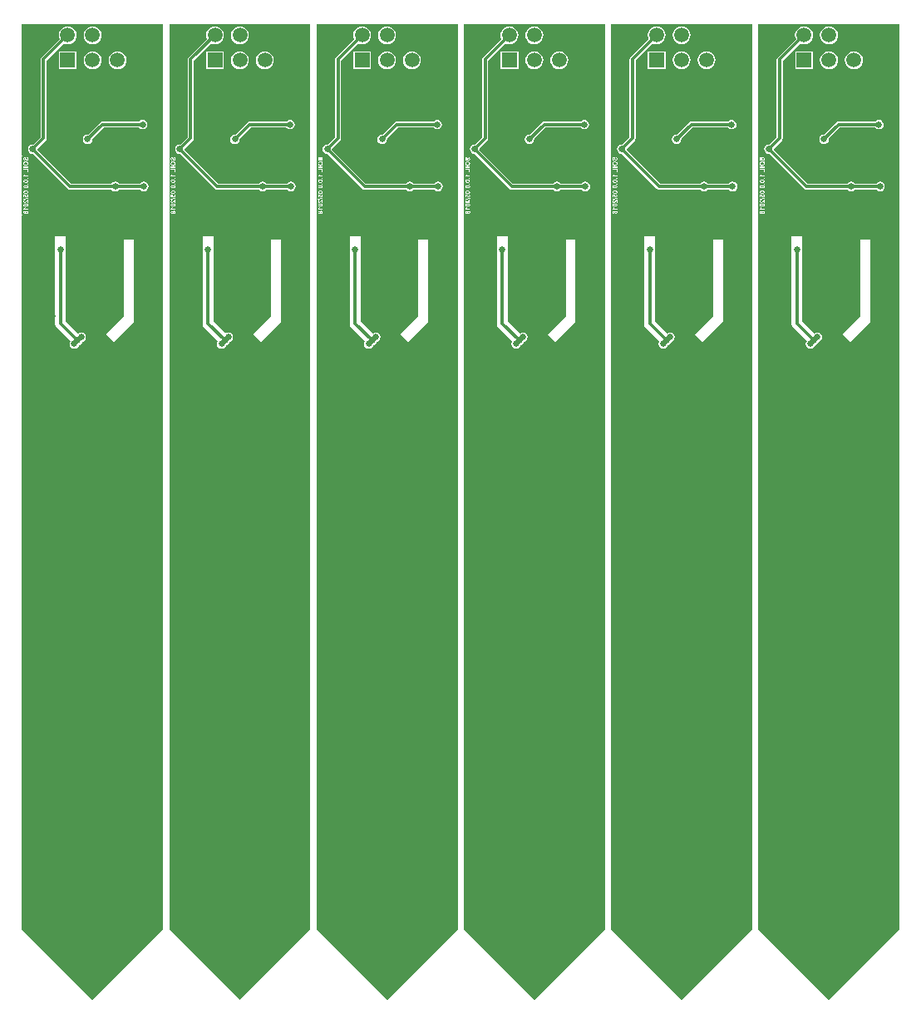
<source format=gbl>
G04*
G04 #@! TF.GenerationSoftware,Altium Limited,Altium Designer,18.1.6 (161)*
G04*
G04 Layer_Physical_Order=2*
G04 Layer_Color=16711680*
%FSLAX24Y24*%
%MOIN*%
G70*
G01*
G75*
%ADD19C,0.0118*%
%ADD21C,0.0591*%
%ADD22R,0.0591X0.0591*%
%ADD23C,0.0256*%
G36*
X35312Y3003D02*
X32480Y172D01*
X29649Y3003D01*
Y31574D01*
X29653Y31618D01*
X29649D01*
Y33976D01*
X29653D01*
X29649Y34021D01*
Y39249D01*
X35312D01*
Y3003D01*
D02*
G37*
G36*
X29406D02*
X26575Y172D01*
X23743Y3003D01*
Y31574D01*
X23747Y31618D01*
X23743D01*
Y33976D01*
X23747D01*
X23743Y34021D01*
Y39249D01*
X29406D01*
Y3003D01*
D02*
G37*
G36*
X23501D02*
X20669Y172D01*
X17838Y3003D01*
Y31574D01*
X17842Y31618D01*
X17838D01*
Y33976D01*
X17842D01*
X17838Y34021D01*
Y39249D01*
X23501D01*
Y3003D01*
D02*
G37*
G36*
X17595D02*
X14764Y172D01*
X11932Y3003D01*
Y31574D01*
X11936Y31618D01*
X11932D01*
Y33976D01*
X11936D01*
X11932Y34021D01*
Y39249D01*
X17595D01*
Y3003D01*
D02*
G37*
G36*
X11690D02*
X8858Y172D01*
X6027Y3003D01*
Y31574D01*
X6031Y31618D01*
X6027D01*
Y33976D01*
X6031D01*
X6027Y34021D01*
Y39249D01*
X11690D01*
Y3003D01*
D02*
G37*
G36*
X5784D02*
X2953Y172D01*
X121Y3003D01*
Y31574D01*
X125Y31618D01*
X121D01*
Y33976D01*
X125D01*
X121Y34021D01*
Y39249D01*
X5784D01*
Y3003D01*
D02*
G37*
%LPC*%
G36*
X32480Y39177D02*
X32388Y39165D01*
X32301Y39129D01*
X32227Y39072D01*
X32170Y38998D01*
X32134Y38912D01*
X32122Y38819D01*
X32134Y38726D01*
X32170Y38640D01*
X32227Y38566D01*
X32301Y38509D01*
X32388Y38473D01*
X32480Y38461D01*
X32573Y38473D01*
X32659Y38509D01*
X32734Y38566D01*
X32791Y38640D01*
X32826Y38726D01*
X32839Y38819D01*
X32826Y38912D01*
X32791Y38998D01*
X32734Y39072D01*
X32659Y39129D01*
X32573Y39165D01*
X32480Y39177D01*
D02*
G37*
G36*
X31480D02*
X31388Y39165D01*
X31301Y39129D01*
X31227Y39072D01*
X31170Y38998D01*
X31134Y38912D01*
X31122Y38819D01*
X31134Y38726D01*
X31158Y38668D01*
X30426Y37936D01*
X30400Y37897D01*
X30390Y37850D01*
X30390Y37850D01*
Y34735D01*
X30095Y34440D01*
X30079Y34444D01*
X30005Y34429D01*
X29943Y34387D01*
X29902Y34325D01*
X29887Y34252D01*
X29902Y34179D01*
X29943Y34116D01*
X30005Y34075D01*
X30079Y34060D01*
X30095Y34064D01*
X31492Y32667D01*
X31492Y32667D01*
X31531Y32641D01*
X31578Y32632D01*
X31578Y32632D01*
X33241D01*
X33250Y32617D01*
X33312Y32576D01*
X33386Y32561D01*
X33459Y32576D01*
X33521Y32617D01*
X33531Y32632D01*
X34383D01*
X34392Y32617D01*
X34454Y32576D01*
X34528Y32561D01*
X34601Y32576D01*
X34663Y32617D01*
X34705Y32680D01*
X34719Y32753D01*
X34705Y32826D01*
X34663Y32888D01*
X34601Y32930D01*
X34528Y32945D01*
X34454Y32930D01*
X34392Y32888D01*
X34383Y32874D01*
X33531D01*
X33521Y32888D01*
X33459Y32930D01*
X33386Y32945D01*
X33312Y32930D01*
X33250Y32888D01*
X33241Y32874D01*
X31628D01*
X30267Y34235D01*
X30270Y34252D01*
X30267Y34269D01*
X30598Y34599D01*
X30598Y34599D01*
X30624Y34639D01*
X30633Y34685D01*
X30633Y34685D01*
Y37800D01*
X31330Y38497D01*
X31388Y38473D01*
X31480Y38461D01*
X31573Y38473D01*
X31659Y38509D01*
X31734Y38566D01*
X31791Y38640D01*
X31826Y38726D01*
X31839Y38819D01*
X31826Y38912D01*
X31791Y38998D01*
X31734Y39072D01*
X31659Y39129D01*
X31573Y39165D01*
X31480Y39177D01*
D02*
G37*
G36*
X31836Y38174D02*
X31125D01*
Y37464D01*
X31836D01*
Y38174D01*
D02*
G37*
G36*
X33480Y38177D02*
X33388Y38165D01*
X33301Y38129D01*
X33227Y38072D01*
X33170Y37998D01*
X33134Y37912D01*
X33122Y37819D01*
X33134Y37726D01*
X33170Y37640D01*
X33227Y37566D01*
X33301Y37509D01*
X33388Y37473D01*
X33480Y37461D01*
X33573Y37473D01*
X33659Y37509D01*
X33734Y37566D01*
X33791Y37640D01*
X33826Y37726D01*
X33839Y37819D01*
X33826Y37912D01*
X33791Y37998D01*
X33734Y38072D01*
X33659Y38129D01*
X33573Y38165D01*
X33480Y38177D01*
D02*
G37*
G36*
X32480D02*
X32388Y38165D01*
X32301Y38129D01*
X32227Y38072D01*
X32170Y37998D01*
X32134Y37912D01*
X32122Y37819D01*
X32134Y37726D01*
X32170Y37640D01*
X32227Y37566D01*
X32301Y37509D01*
X32388Y37473D01*
X32480Y37461D01*
X32573Y37473D01*
X32659Y37509D01*
X32734Y37566D01*
X32791Y37640D01*
X32826Y37726D01*
X32839Y37819D01*
X32826Y37912D01*
X32791Y37998D01*
X32734Y38072D01*
X32659Y38129D01*
X32573Y38165D01*
X32480Y38177D01*
D02*
G37*
G36*
X34488Y35428D02*
X34415Y35413D01*
X34353Y35372D01*
X34343Y35358D01*
X32874D01*
X32874Y35358D01*
X32828Y35348D01*
X32788Y35322D01*
X32788Y35322D01*
X32300Y34834D01*
X32283Y34837D01*
X32210Y34823D01*
X32148Y34781D01*
X32106Y34719D01*
X32092Y34646D01*
X32106Y34572D01*
X32148Y34510D01*
X32210Y34469D01*
X32283Y34454D01*
X32357Y34469D01*
X32419Y34510D01*
X32461Y34572D01*
X32475Y34646D01*
X32472Y34662D01*
X32924Y35115D01*
X34343D01*
X34353Y35101D01*
X34415Y35059D01*
X34488Y35045D01*
X34562Y35059D01*
X34624Y35101D01*
X34665Y35163D01*
X34680Y35236D01*
X34665Y35310D01*
X34624Y35372D01*
X34562Y35413D01*
X34488Y35428D01*
D02*
G37*
G36*
X29838Y33940D02*
D01*
X29834Y33903D01*
X29834D01*
X29835Y33903D01*
X29836Y33902D01*
X29837Y33902D01*
X29839Y33902D01*
X29841Y33901D01*
X29845Y33900D01*
X29849Y33898D01*
X29854Y33896D01*
X29858Y33893D01*
X29860Y33891D01*
X29862Y33889D01*
Y33889D01*
X29862Y33889D01*
X29863Y33888D01*
X29863Y33887D01*
X29864Y33886D01*
X29865Y33885D01*
X29865Y33884D01*
X29866Y33882D01*
X29868Y33878D01*
X29869Y33873D01*
X29870Y33868D01*
X29870Y33861D01*
Y33860D01*
X29870Y33858D01*
Y33857D01*
X29870Y33855D01*
X29869Y33851D01*
X29869Y33846D01*
X29867Y33842D01*
X29865Y33837D01*
X29864Y33835D01*
X29863Y33833D01*
Y33833D01*
X29862Y33833D01*
X29861Y33832D01*
X29860Y33830D01*
X29858Y33829D01*
X29855Y33827D01*
X29852Y33825D01*
X29848Y33824D01*
X29846Y33824D01*
X29844D01*
X29844D01*
X29843D01*
X29842Y33824D01*
X29841Y33824D01*
X29839Y33825D01*
X29837Y33826D01*
X29835Y33827D01*
X29833Y33828D01*
X29833Y33828D01*
X29832Y33829D01*
X29831Y33830D01*
X29830Y33831D01*
X29829Y33833D01*
X29827Y33835D01*
X29826Y33838D01*
X29825Y33842D01*
X29825Y33842D01*
Y33843D01*
X29824Y33843D01*
X29824Y33844D01*
X29824Y33845D01*
X29823Y33846D01*
X29823Y33848D01*
X29822Y33850D01*
X29822Y33852D01*
X29821Y33855D01*
X29820Y33858D01*
X29819Y33861D01*
X29819Y33864D01*
X29818Y33868D01*
X29817Y33872D01*
Y33873D01*
X29816Y33874D01*
X29816Y33875D01*
X29815Y33877D01*
X29815Y33880D01*
X29813Y33883D01*
X29812Y33886D01*
X29811Y33889D01*
X29809Y33896D01*
X29806Y33903D01*
X29804Y33907D01*
X29802Y33910D01*
X29800Y33913D01*
X29798Y33915D01*
X29798Y33916D01*
X29797Y33916D01*
X29796Y33917D01*
X29795Y33918D01*
X29794Y33919D01*
X29792Y33921D01*
X29790Y33922D01*
X29787Y33924D01*
X29785Y33926D01*
X29782Y33927D01*
X29778Y33929D01*
X29775Y33930D01*
X29772Y33931D01*
X29768Y33932D01*
X29764Y33933D01*
X29760Y33933D01*
X29760D01*
X29759D01*
X29758D01*
X29757Y33933D01*
X29756D01*
X29754Y33932D01*
X29751Y33932D01*
X29747Y33931D01*
X29742Y33929D01*
X29737Y33927D01*
X29733Y33925D01*
X29733D01*
X29732Y33924D01*
X29732Y33924D01*
X29731Y33923D01*
X29728Y33921D01*
X29726Y33919D01*
X29722Y33915D01*
X29719Y33911D01*
X29716Y33906D01*
X29714Y33901D01*
Y33901D01*
X29713Y33900D01*
X29713Y33899D01*
X29713Y33898D01*
X29712Y33897D01*
X29712Y33895D01*
X29711Y33893D01*
X29710Y33891D01*
X29710Y33888D01*
X29709Y33885D01*
X29709Y33882D01*
X29708Y33879D01*
X29708Y33875D01*
X29707Y33872D01*
X29707Y33864D01*
Y33860D01*
X29707Y33858D01*
X29707Y33855D01*
X29708Y33852D01*
X29708Y33848D01*
X29709Y33844D01*
X29710Y33839D01*
X29711Y33835D01*
X29712Y33830D01*
X29713Y33826D01*
X29715Y33822D01*
X29718Y33818D01*
X29720Y33814D01*
X29723Y33810D01*
X29723Y33810D01*
X29723Y33809D01*
X29724Y33809D01*
X29726Y33807D01*
X29727Y33806D01*
X29729Y33804D01*
X29731Y33803D01*
X29734Y33801D01*
X29737Y33799D01*
X29740Y33798D01*
X29743Y33796D01*
X29747Y33795D01*
X29751Y33793D01*
X29755Y33792D01*
X29760Y33791D01*
X29764Y33791D01*
X29766Y33829D01*
X29766D01*
X29765Y33829D01*
X29764D01*
X29763Y33830D01*
X29762Y33830D01*
X29761Y33830D01*
X29758Y33831D01*
X29754Y33833D01*
X29751Y33835D01*
X29748Y33837D01*
X29745Y33840D01*
X29745Y33840D01*
X29744Y33841D01*
X29743Y33843D01*
X29742Y33846D01*
X29741Y33849D01*
X29739Y33853D01*
X29739Y33858D01*
X29738Y33864D01*
Y33867D01*
X29739Y33868D01*
X29739Y33870D01*
X29739Y33874D01*
X29740Y33878D01*
X29741Y33882D01*
X29743Y33886D01*
X29745Y33890D01*
X29746Y33891D01*
X29746Y33891D01*
X29747Y33892D01*
X29749Y33893D01*
X29750Y33894D01*
X29752Y33895D01*
X29754Y33896D01*
X29757Y33896D01*
X29757D01*
X29758D01*
X29760Y33896D01*
X29761Y33896D01*
X29763Y33895D01*
X29765Y33894D01*
X29767Y33893D01*
X29769Y33891D01*
X29769Y33890D01*
X29769Y33890D01*
X29770Y33889D01*
X29770Y33888D01*
X29771Y33887D01*
X29772Y33885D01*
X29773Y33884D01*
X29773Y33881D01*
X29774Y33879D01*
X29775Y33876D01*
X29776Y33873D01*
X29778Y33869D01*
X29779Y33865D01*
X29780Y33861D01*
X29781Y33856D01*
Y33855D01*
X29782Y33854D01*
X29782Y33853D01*
X29782Y33851D01*
X29783Y33849D01*
X29784Y33846D01*
X29785Y33843D01*
X29785Y33840D01*
X29787Y33833D01*
X29790Y33827D01*
X29791Y33823D01*
X29792Y33820D01*
X29794Y33817D01*
X29795Y33814D01*
Y33814D01*
X29795Y33814D01*
X29796Y33813D01*
X29796Y33812D01*
X29798Y33810D01*
X29800Y33807D01*
X29803Y33803D01*
X29806Y33800D01*
X29810Y33796D01*
X29814Y33793D01*
X29814D01*
X29815Y33793D01*
X29815Y33793D01*
X29816Y33792D01*
X29818Y33791D01*
X29819Y33791D01*
X29821Y33790D01*
X29823Y33789D01*
X29825Y33789D01*
X29827Y33788D01*
X29832Y33787D01*
X29838Y33786D01*
X29844Y33786D01*
X29707D01*
X29903D01*
Y33863D01*
X29902Y33865D01*
Y33868D01*
X29902Y33871D01*
X29902Y33874D01*
X29901Y33878D01*
X29901Y33882D01*
X29900Y33887D01*
X29899Y33891D01*
X29897Y33896D01*
X29896Y33900D01*
X29894Y33905D01*
X29892Y33909D01*
X29889Y33913D01*
X29886Y33917D01*
X29886Y33917D01*
X29885Y33918D01*
X29884Y33919D01*
X29883Y33920D01*
X29881Y33921D01*
X29879Y33923D01*
X29877Y33925D01*
X29874Y33927D01*
X29871Y33929D01*
X29867Y33931D01*
X29863Y33933D01*
X29859Y33935D01*
X29854Y33936D01*
X29849Y33938D01*
X29844Y33939D01*
X29838Y33940D01*
D02*
G37*
G36*
X29903Y33761D02*
Y33671D01*
X29902Y33674D01*
X29902Y33676D01*
X29902Y33680D01*
X29901Y33684D01*
X29901Y33689D01*
X29899Y33694D01*
X29898Y33699D01*
X29896Y33704D01*
X29894Y33710D01*
X29892Y33716D01*
X29889Y33721D01*
X29885Y33727D01*
X29882Y33732D01*
X29877Y33737D01*
X29877Y33737D01*
X29876Y33738D01*
X29874Y33739D01*
X29872Y33740D01*
X29870Y33742D01*
X29866Y33744D01*
X29863Y33747D01*
X29858Y33749D01*
X29854Y33751D01*
X29848Y33754D01*
X29843Y33756D01*
X29836Y33757D01*
X29829Y33759D01*
X29822Y33760D01*
X29814Y33761D01*
X29806Y33761D01*
X29903D01*
X29806D01*
D01*
X29803D01*
X29801Y33761D01*
X29799D01*
X29796Y33761D01*
X29793Y33761D01*
X29789Y33760D01*
X29785Y33760D01*
X29782Y33759D01*
X29773Y33758D01*
X29765Y33756D01*
X29761Y33754D01*
X29758Y33753D01*
X29757D01*
X29757Y33753D01*
X29756Y33752D01*
X29755Y33752D01*
X29754Y33751D01*
X29752Y33750D01*
X29749Y33748D01*
X29745Y33746D01*
X29740Y33743D01*
X29736Y33739D01*
X29732Y33735D01*
X29731Y33735D01*
X29731Y33735D01*
X29730Y33734D01*
X29730Y33733D01*
X29729Y33732D01*
X29728Y33731D01*
X29725Y33728D01*
X29722Y33724D01*
X29719Y33720D01*
X29717Y33716D01*
X29714Y33711D01*
Y33711D01*
X29714Y33710D01*
X29714Y33709D01*
X29713Y33708D01*
X29713Y33706D01*
X29712Y33704D01*
X29711Y33702D01*
X29711Y33699D01*
X29710Y33696D01*
X29709Y33693D01*
X29709Y33690D01*
X29708Y33686D01*
X29707Y33678D01*
X29707Y33670D01*
Y33668D01*
X29707Y33666D01*
X29707Y33663D01*
X29708Y33659D01*
X29708Y33655D01*
X29709Y33651D01*
X29710Y33646D01*
X29712Y33641D01*
X29713Y33635D01*
X29715Y33630D01*
X29718Y33624D01*
X29721Y33618D01*
X29724Y33613D01*
X29728Y33608D01*
X29733Y33603D01*
X29733Y33603D01*
X29734Y33602D01*
X29736Y33601D01*
X29738Y33599D01*
X29740Y33597D01*
X29744Y33595D01*
X29747Y33593D01*
X29752Y33590D01*
X29757Y33588D01*
X29762Y33586D01*
X29768Y33584D01*
X29774Y33582D01*
X29781Y33580D01*
X29789Y33579D01*
X29797Y33578D01*
X29805Y33578D01*
X29707D01*
X29903D01*
Y33761D01*
D02*
G37*
G36*
X29899Y33549D02*
X29710D01*
Y33511D01*
X29899D01*
Y33549D01*
D02*
G37*
G36*
Y33474D02*
X29712D01*
Y33435D01*
X29867D01*
Y33340D01*
X29899D01*
Y33474D01*
D02*
G37*
G36*
Y33238D02*
Y33191D01*
X29763D01*
X29763Y33192D01*
X29764Y33192D01*
X29765Y33194D01*
X29766Y33195D01*
X29767Y33197D01*
X29769Y33199D01*
X29771Y33202D01*
X29773Y33205D01*
X29776Y33208D01*
X29778Y33212D01*
X29780Y33215D01*
X29782Y33220D01*
X29785Y33224D01*
X29787Y33229D01*
X29788Y33233D01*
X29790Y33238D01*
X29757D01*
Y33238D01*
X29757Y33238D01*
X29757Y33237D01*
X29757Y33236D01*
X29756Y33234D01*
X29755Y33233D01*
X29754Y33231D01*
X29753Y33229D01*
X29751Y33224D01*
X29748Y33219D01*
X29744Y33214D01*
X29740Y33207D01*
X29740Y33207D01*
X29739Y33207D01*
X29739Y33206D01*
X29738Y33205D01*
X29736Y33203D01*
X29735Y33202D01*
X29733Y33200D01*
X29731Y33198D01*
X29727Y33195D01*
X29721Y33191D01*
X29716Y33187D01*
X29713Y33186D01*
X29709Y33185D01*
Y33186D01*
Y33155D01*
X29899D01*
Y33238D01*
D02*
G37*
G36*
Y33093D02*
X29863D01*
Y33057D01*
X29899D01*
Y33093D01*
D02*
G37*
G36*
X29806Y33028D02*
X29802D01*
X29801Y33027D01*
X29799D01*
X29797D01*
X29793Y33027D01*
X29788Y33027D01*
X29782Y33026D01*
X29776Y33025D01*
X29770Y33024D01*
X29763Y33023D01*
X29757Y33022D01*
X29751Y33020D01*
X29745Y33018D01*
X29739Y33015D01*
X29734Y33012D01*
X29729Y33009D01*
X29729Y33009D01*
X29728Y33008D01*
X29727Y33008D01*
X29726Y33006D01*
X29724Y33005D01*
X29723Y33003D01*
X29721Y33001D01*
X29719Y32998D01*
X29717Y32995D01*
X29716Y32992D01*
X29714Y32989D01*
X29712Y32985D01*
X29711Y32981D01*
X29710Y32976D01*
X29710Y32971D01*
X29709Y32966D01*
D01*
Y32965D01*
X29710Y32964D01*
Y32962D01*
X29710Y32960D01*
X29710Y32957D01*
X29711Y32954D01*
X29712Y32951D01*
X29713Y32947D01*
X29714Y32944D01*
X29716Y32940D01*
X29718Y32937D01*
X29720Y32933D01*
X29722Y32930D01*
X29726Y32926D01*
X29729Y32923D01*
X29729Y32923D01*
X29730Y32922D01*
X29732Y32922D01*
X29734Y32920D01*
X29736Y32919D01*
X29739Y32917D01*
X29743Y32916D01*
X29747Y32914D01*
X29752Y32912D01*
X29758Y32911D01*
X29765Y32909D01*
X29771Y32908D01*
X29779Y32907D01*
X29787Y32906D01*
X29796Y32905D01*
X29806Y32905D01*
X29903D01*
Y32968D01*
X29902Y32969D01*
X29902Y32971D01*
X29902Y32973D01*
X29902Y32976D01*
X29901Y32979D01*
X29900Y32982D01*
X29899Y32986D01*
X29898Y32989D01*
X29896Y32993D01*
X29894Y32997D01*
X29891Y33000D01*
X29889Y33004D01*
X29885Y33008D01*
X29882Y33011D01*
X29881Y33011D01*
X29881Y33011D01*
X29879Y33012D01*
X29877Y33014D01*
X29875Y33015D01*
X29872Y33016D01*
X29868Y33018D01*
X29864Y33019D01*
X29859Y33021D01*
X29854Y33022D01*
X29848Y33024D01*
X29841Y33025D01*
X29833Y33026D01*
X29825Y33027D01*
X29816Y33027D01*
X29806Y33028D01*
D02*
G37*
G36*
X29792Y32905D02*
X29709D01*
D01*
X29792D01*
D02*
G37*
G36*
X29899Y32873D02*
X29863D01*
Y32837D01*
X29899D01*
Y32873D01*
D02*
G37*
G36*
X29806Y32807D02*
X29802D01*
X29801Y32807D01*
X29799D01*
X29797D01*
X29793Y32807D01*
X29788Y32806D01*
X29782Y32806D01*
X29776Y32805D01*
X29770Y32804D01*
X29763Y32803D01*
X29757Y32801D01*
X29751Y32799D01*
X29745Y32797D01*
X29739Y32795D01*
X29734Y32792D01*
X29729Y32789D01*
X29729Y32789D01*
X29728Y32788D01*
X29727Y32787D01*
X29726Y32786D01*
X29724Y32784D01*
X29723Y32782D01*
X29721Y32780D01*
X29719Y32778D01*
X29717Y32775D01*
X29716Y32772D01*
X29714Y32768D01*
X29712Y32764D01*
X29711Y32760D01*
X29710Y32756D01*
X29710Y32751D01*
X29709Y32746D01*
Y32745D01*
X29710Y32743D01*
Y32741D01*
X29710Y32739D01*
X29710Y32737D01*
X29711Y32733D01*
X29712Y32730D01*
X29713Y32727D01*
X29714Y32723D01*
X29716Y32720D01*
X29718Y32716D01*
X29720Y32713D01*
X29722Y32709D01*
X29726Y32706D01*
X29729Y32703D01*
X29729Y32703D01*
X29730Y32702D01*
X29732Y32701D01*
X29734Y32700D01*
X29736Y32699D01*
X29739Y32697D01*
X29743Y32695D01*
X29747Y32694D01*
X29752Y32692D01*
X29758Y32690D01*
X29765Y32689D01*
X29771Y32687D01*
X29779Y32686D01*
X29787Y32685D01*
X29796Y32685D01*
X29806Y32684D01*
X29903D01*
X29810D01*
X29811Y32685D01*
X29813D01*
X29815D01*
X29819Y32685D01*
X29824Y32686D01*
X29830Y32686D01*
X29836Y32687D01*
X29842Y32688D01*
X29849Y32689D01*
X29855Y32691D01*
X29861Y32692D01*
X29867Y32695D01*
X29873Y32697D01*
X29879Y32700D01*
X29883Y32703D01*
X29884Y32703D01*
X29884Y32704D01*
X29885Y32705D01*
X29886Y32706D01*
X29888Y32707D01*
X29890Y32710D01*
X29891Y32712D01*
X29893Y32714D01*
X29895Y32717D01*
X29897Y32720D01*
X29898Y32724D01*
X29900Y32728D01*
X29901Y32732D01*
X29902Y32736D01*
X29902Y32741D01*
X29903Y32746D01*
Y32748D01*
Y32747D01*
X29902Y32749D01*
X29902Y32750D01*
X29902Y32753D01*
X29902Y32756D01*
X29901Y32759D01*
X29900Y32762D01*
X29899Y32765D01*
X29898Y32769D01*
X29896Y32773D01*
X29894Y32776D01*
X29891Y32780D01*
X29889Y32784D01*
X29885Y32787D01*
X29882Y32790D01*
X29881Y32791D01*
X29881Y32791D01*
X29879Y32792D01*
X29877Y32793D01*
X29875Y32794D01*
X29872Y32796D01*
X29868Y32797D01*
X29864Y32799D01*
X29859Y32801D01*
X29854Y32802D01*
X29848Y32803D01*
X29841Y32805D01*
X29833Y32806D01*
X29825Y32806D01*
X29816Y32807D01*
X29806Y32807D01*
D02*
G37*
G36*
X29792Y32684D02*
X29709D01*
D01*
X29792D01*
D02*
G37*
G36*
X29806Y32587D02*
X29802D01*
X29801Y32587D01*
X29799D01*
X29797D01*
X29793Y32586D01*
X29788Y32586D01*
X29782Y32585D01*
X29776Y32585D01*
X29770Y32584D01*
X29763Y32582D01*
X29757Y32581D01*
X29751Y32579D01*
X29745Y32577D01*
X29739Y32575D01*
X29734Y32572D01*
X29729Y32568D01*
X29729Y32568D01*
X29728Y32568D01*
X29727Y32567D01*
X29726Y32566D01*
X29724Y32564D01*
X29723Y32562D01*
X29721Y32560D01*
X29719Y32557D01*
X29717Y32555D01*
X29716Y32551D01*
X29714Y32548D01*
X29712Y32544D01*
X29711Y32540D01*
X29710Y32535D01*
X29710Y32531D01*
X29709Y32526D01*
Y32524D01*
X29710Y32523D01*
Y32521D01*
X29710Y32519D01*
X29710Y32516D01*
X29711Y32513D01*
X29712Y32510D01*
X29713Y32507D01*
X29714Y32503D01*
X29716Y32499D01*
X29718Y32496D01*
X29720Y32492D01*
X29722Y32489D01*
X29726Y32486D01*
X29729Y32483D01*
X29729Y32482D01*
X29730Y32482D01*
X29732Y32481D01*
X29734Y32480D01*
X29736Y32478D01*
X29739Y32477D01*
X29743Y32475D01*
X29747Y32473D01*
X29752Y32472D01*
X29758Y32470D01*
X29765Y32468D01*
X29771Y32467D01*
X29779Y32466D01*
X29787Y32465D01*
X29796Y32464D01*
X29806Y32464D01*
X29903D01*
X29810D01*
X29811Y32464D01*
X29813D01*
X29815D01*
X29819Y32465D01*
X29824Y32465D01*
X29830Y32466D01*
X29836Y32466D01*
X29842Y32467D01*
X29849Y32469D01*
X29855Y32470D01*
X29861Y32472D01*
X29867Y32474D01*
X29873Y32477D01*
X29879Y32479D01*
X29883Y32483D01*
X29884Y32483D01*
X29884Y32483D01*
X29885Y32484D01*
X29886Y32486D01*
X29888Y32487D01*
X29890Y32489D01*
X29891Y32491D01*
X29893Y32494D01*
X29895Y32497D01*
X29897Y32500D01*
X29898Y32503D01*
X29900Y32507D01*
X29901Y32511D01*
X29902Y32516D01*
X29902Y32521D01*
X29903Y32526D01*
Y32528D01*
Y32527D01*
X29902Y32528D01*
X29902Y32530D01*
X29902Y32533D01*
X29902Y32535D01*
X29901Y32538D01*
X29900Y32542D01*
X29899Y32545D01*
X29898Y32549D01*
X29896Y32552D01*
X29894Y32556D01*
X29891Y32560D01*
X29889Y32563D01*
X29885Y32567D01*
X29882Y32570D01*
X29881Y32570D01*
X29881Y32571D01*
X29879Y32572D01*
X29877Y32573D01*
X29875Y32574D01*
X29872Y32575D01*
X29868Y32577D01*
X29864Y32579D01*
X29859Y32580D01*
X29854Y32582D01*
X29848Y32583D01*
X29841Y32584D01*
X29833Y32585D01*
X29825Y32586D01*
X29816Y32587D01*
X29806Y32587D01*
D02*
G37*
G36*
X29792Y32464D02*
X29709D01*
D01*
X29792D01*
D02*
G37*
G36*
X29903Y32439D02*
D01*
Y32379D01*
X29902Y32381D01*
X29902Y32384D01*
X29902Y32386D01*
X29901Y32389D01*
X29901Y32392D01*
X29899Y32399D01*
X29898Y32403D01*
X29897Y32406D01*
X29895Y32410D01*
X29893Y32413D01*
X29891Y32417D01*
X29889Y32420D01*
X29889Y32420D01*
X29888Y32420D01*
X29887Y32421D01*
X29886Y32422D01*
X29885Y32424D01*
X29883Y32425D01*
X29881Y32427D01*
X29879Y32428D01*
X29876Y32430D01*
X29873Y32432D01*
X29870Y32433D01*
X29867Y32435D01*
X29863Y32436D01*
X29859Y32438D01*
X29855Y32438D01*
X29851Y32439D01*
D01*
X29847Y32403D01*
X29847D01*
X29848D01*
X29848Y32403D01*
X29849Y32403D01*
X29851Y32402D01*
X29854Y32402D01*
X29857Y32400D01*
X29860Y32399D01*
X29864Y32397D01*
X29866Y32394D01*
X29867Y32394D01*
X29867Y32393D01*
X29869Y32391D01*
X29870Y32389D01*
X29871Y32387D01*
X29872Y32384D01*
X29873Y32380D01*
X29874Y32377D01*
Y32376D01*
X29873Y32375D01*
X29873Y32372D01*
X29872Y32370D01*
X29871Y32367D01*
X29870Y32364D01*
X29867Y32360D01*
X29866Y32359D01*
X29864Y32357D01*
X29864D01*
X29864Y32357D01*
X29863Y32356D01*
X29863Y32356D01*
X29862Y32355D01*
X29860Y32355D01*
X29859Y32354D01*
X29857Y32353D01*
X29856Y32353D01*
X29853Y32352D01*
X29851Y32351D01*
X29849Y32351D01*
X29846Y32350D01*
X29843Y32350D01*
X29840Y32349D01*
X29836D01*
X29836D01*
X29836D01*
X29835D01*
X29834Y32350D01*
X29832D01*
X29831Y32350D01*
X29827Y32350D01*
X29822Y32351D01*
X29818Y32353D01*
X29814Y32355D01*
X29810Y32357D01*
X29810D01*
X29810Y32358D01*
X29809Y32359D01*
X29807Y32360D01*
X29806Y32363D01*
X29804Y32366D01*
X29803Y32369D01*
X29802Y32373D01*
X29801Y32375D01*
Y32379D01*
X29802Y32380D01*
X29802Y32382D01*
X29802Y32383D01*
X29803Y32387D01*
X29805Y32391D01*
X29806Y32394D01*
X29807Y32396D01*
X29809Y32399D01*
X29811Y32401D01*
X29813Y32403D01*
X29815Y32406D01*
X29811Y32435D01*
X29712Y32416D01*
Y32320D01*
X29746D01*
Y32389D01*
X29779Y32395D01*
Y32395D01*
X29778Y32394D01*
X29778Y32394D01*
X29778Y32393D01*
X29777Y32392D01*
X29777Y32390D01*
X29776Y32387D01*
X29774Y32383D01*
X29774Y32379D01*
X29773Y32375D01*
X29773Y32370D01*
Y32369D01*
X29773Y32368D01*
Y32366D01*
X29773Y32364D01*
X29774Y32361D01*
X29774Y32359D01*
X29775Y32356D01*
X29776Y32353D01*
X29777Y32349D01*
X29778Y32346D01*
X29780Y32343D01*
X29782Y32339D01*
X29784Y32336D01*
X29787Y32332D01*
X29790Y32329D01*
X29790Y32329D01*
X29791Y32328D01*
X29792Y32327D01*
X29793Y32326D01*
X29795Y32325D01*
X29797Y32324D01*
X29800Y32322D01*
X29802Y32320D01*
X29806Y32319D01*
X29809Y32317D01*
X29813Y32316D01*
X29817Y32315D01*
X29821Y32314D01*
X29826Y32313D01*
X29831Y32312D01*
X29836Y32312D01*
X29838D01*
X29840Y32312D01*
X29842Y32312D01*
X29844Y32313D01*
X29847Y32313D01*
X29850Y32314D01*
X29853Y32314D01*
X29856Y32315D01*
X29860Y32317D01*
X29863Y32318D01*
X29867Y32319D01*
X29870Y32321D01*
X29874Y32323D01*
X29878Y32326D01*
X29878Y32326D01*
X29879Y32327D01*
X29880Y32328D01*
X29882Y32329D01*
X29883Y32331D01*
X29886Y32333D01*
X29888Y32336D01*
X29890Y32339D01*
X29892Y32343D01*
X29895Y32346D01*
X29897Y32351D01*
X29899Y32355D01*
X29900Y32360D01*
X29902Y32365D01*
X29902Y32371D01*
X29903Y32377D01*
Y32312D01*
X29903D01*
X29903D01*
Y32439D01*
D02*
G37*
G36*
X29822Y32312D02*
X29712D01*
D01*
X29822D01*
D02*
G37*
G36*
X29902Y32304D02*
D01*
X29707Y32258D01*
Y32230D01*
X29902Y32278D01*
Y32230D01*
X29707D01*
X29902D01*
Y32304D01*
D02*
G37*
G36*
X29899Y32224D02*
X29899D01*
X29898Y32224D01*
X29897D01*
X29896Y32224D01*
X29894Y32223D01*
X29892Y32223D01*
X29890Y32222D01*
X29888Y32222D01*
X29882Y32220D01*
X29876Y32218D01*
X29869Y32215D01*
X29863Y32212D01*
X29863Y32212D01*
X29862Y32211D01*
X29861Y32211D01*
X29860Y32210D01*
X29858Y32208D01*
X29856Y32207D01*
X29854Y32205D01*
X29851Y32203D01*
X29848Y32200D01*
X29845Y32197D01*
X29841Y32194D01*
X29837Y32190D01*
X29833Y32186D01*
X29828Y32181D01*
X29823Y32176D01*
X29818Y32171D01*
X29818Y32171D01*
X29817Y32170D01*
X29816Y32169D01*
X29814Y32167D01*
X29812Y32165D01*
X29810Y32163D01*
X29808Y32161D01*
X29805Y32158D01*
X29800Y32153D01*
X29795Y32148D01*
X29793Y32146D01*
X29791Y32144D01*
X29788Y32142D01*
X29787Y32141D01*
X29787D01*
X29786Y32140D01*
X29786Y32140D01*
X29785Y32140D01*
X29783Y32138D01*
X29780Y32137D01*
X29777Y32136D01*
X29773Y32134D01*
X29769Y32134D01*
X29765Y32133D01*
X29765D01*
X29764D01*
X29763D01*
X29763D01*
X29761Y32134D01*
X29758Y32134D01*
X29755Y32135D01*
X29752Y32136D01*
X29749Y32138D01*
X29746Y32140D01*
X29746Y32140D01*
X29745Y32141D01*
X29744Y32142D01*
X29743Y32145D01*
X29742Y32147D01*
X29741Y32150D01*
X29740Y32154D01*
X29739Y32158D01*
Y32160D01*
X29740Y32162D01*
X29740Y32164D01*
X29741Y32167D01*
X29742Y32170D01*
X29744Y32173D01*
X29746Y32176D01*
X29747Y32176D01*
X29748Y32177D01*
X29749Y32178D01*
X29752Y32180D01*
X29755Y32181D01*
X29759Y32182D01*
X29763Y32183D01*
X29766Y32183D01*
X29769Y32184D01*
X29766Y32220D01*
X29765D01*
X29764Y32220D01*
X29763Y32219D01*
X29761Y32219D01*
X29758Y32219D01*
X29755Y32218D01*
X29752Y32217D01*
X29749Y32216D01*
X29745Y32215D01*
X29742Y32213D01*
X29738Y32212D01*
X29735Y32210D01*
X29731Y32208D01*
X29728Y32205D01*
X29725Y32203D01*
X29722Y32200D01*
X29722Y32199D01*
X29722Y32199D01*
X29721Y32198D01*
X29720Y32197D01*
X29719Y32195D01*
X29718Y32193D01*
X29717Y32191D01*
X29716Y32188D01*
X29715Y32185D01*
X29713Y32182D01*
X29712Y32178D01*
X29711Y32174D01*
X29711Y32171D01*
X29710Y32166D01*
X29710Y32162D01*
X29709Y32157D01*
Y32154D01*
X29710Y32152D01*
X29710Y32150D01*
X29710Y32147D01*
X29711Y32144D01*
X29711Y32141D01*
X29712Y32138D01*
X29713Y32134D01*
X29714Y32130D01*
X29716Y32127D01*
X29718Y32123D01*
X29720Y32120D01*
X29722Y32116D01*
X29725Y32113D01*
X29725Y32113D01*
X29725Y32113D01*
X29726Y32112D01*
X29727Y32111D01*
X29729Y32109D01*
X29730Y32108D01*
X29733Y32107D01*
X29735Y32105D01*
X29737Y32104D01*
X29740Y32102D01*
X29743Y32101D01*
X29747Y32099D01*
X29750Y32098D01*
X29754Y32098D01*
X29758Y32097D01*
X29762Y32097D01*
X29709D01*
D01*
X29836D01*
X29764D01*
X29765Y32097D01*
X29767D01*
X29770Y32098D01*
X29774Y32098D01*
X29778Y32099D01*
X29782Y32100D01*
X29786Y32102D01*
X29787D01*
X29787Y32102D01*
X29788Y32102D01*
X29788Y32102D01*
X29790Y32103D01*
X29791Y32104D01*
X29794Y32105D01*
X29797Y32107D01*
X29801Y32110D01*
X29806Y32113D01*
X29811Y32116D01*
X29811Y32117D01*
X29812Y32117D01*
X29814Y32119D01*
X29817Y32122D01*
X29818Y32123D01*
X29820Y32125D01*
X29822Y32127D01*
X29824Y32129D01*
X29827Y32131D01*
X29829Y32134D01*
X29832Y32137D01*
X29835Y32140D01*
X29835Y32140D01*
X29835Y32141D01*
X29836Y32142D01*
X29837Y32143D01*
X29839Y32144D01*
X29840Y32146D01*
X29843Y32149D01*
X29847Y32153D01*
X29850Y32156D01*
X29852Y32158D01*
X29853Y32159D01*
X29855Y32161D01*
X29856Y32162D01*
X29856Y32162D01*
X29857Y32163D01*
X29858Y32163D01*
X29859Y32164D01*
X29860Y32165D01*
X29862Y32167D01*
X29866Y32169D01*
Y32097D01*
X29899D01*
Y32224D01*
D02*
G37*
G36*
X29806Y32073D02*
X29802D01*
X29801Y32072D01*
X29799D01*
X29797D01*
X29793Y32072D01*
X29788Y32072D01*
X29782Y32071D01*
X29776Y32070D01*
X29770Y32069D01*
X29763Y32068D01*
X29757Y32067D01*
X29751Y32065D01*
X29745Y32063D01*
X29739Y32060D01*
X29734Y32057D01*
X29729Y32054D01*
X29729Y32054D01*
X29728Y32053D01*
X29727Y32052D01*
X29726Y32051D01*
X29724Y32050D01*
X29723Y32048D01*
X29721Y32046D01*
X29719Y32043D01*
X29717Y32040D01*
X29716Y32037D01*
X29714Y32033D01*
X29712Y32030D01*
X29711Y32025D01*
X29710Y32021D01*
X29710Y32016D01*
X29709Y32011D01*
D01*
Y32010D01*
X29710Y32009D01*
Y32007D01*
X29710Y32005D01*
X29710Y32002D01*
X29711Y31999D01*
X29712Y31995D01*
X29713Y31992D01*
X29714Y31989D01*
X29716Y31985D01*
X29718Y31982D01*
X29720Y31978D01*
X29722Y31975D01*
X29726Y31971D01*
X29729Y31968D01*
X29729Y31968D01*
X29730Y31967D01*
X29732Y31967D01*
X29734Y31965D01*
X29736Y31964D01*
X29739Y31962D01*
X29743Y31961D01*
X29747Y31959D01*
X29752Y31957D01*
X29758Y31956D01*
X29765Y31954D01*
X29771Y31953D01*
X29779Y31951D01*
X29787Y31951D01*
X29796Y31950D01*
X29806Y31950D01*
X29903D01*
Y32013D01*
X29902Y32014D01*
X29902Y32016D01*
X29902Y32018D01*
X29902Y32021D01*
X29901Y32024D01*
X29900Y32027D01*
X29899Y32031D01*
X29898Y32034D01*
X29896Y32038D01*
X29894Y32042D01*
X29891Y32045D01*
X29889Y32049D01*
X29885Y32052D01*
X29882Y32056D01*
X29881Y32056D01*
X29881Y32056D01*
X29879Y32057D01*
X29877Y32058D01*
X29875Y32060D01*
X29872Y32061D01*
X29868Y32063D01*
X29864Y32064D01*
X29859Y32066D01*
X29854Y32067D01*
X29848Y32069D01*
X29841Y32070D01*
X29833Y32071D01*
X29825Y32072D01*
X29816Y32072D01*
X29806Y32073D01*
D02*
G37*
G36*
X29792Y31950D02*
X29709D01*
D01*
X29792D01*
D02*
G37*
G36*
X29899Y31916D02*
Y31869D01*
X29763D01*
X29763Y31869D01*
X29764Y31870D01*
X29765Y31871D01*
X29766Y31872D01*
X29767Y31874D01*
X29769Y31877D01*
X29771Y31879D01*
X29773Y31882D01*
X29776Y31886D01*
X29778Y31889D01*
X29780Y31893D01*
X29782Y31897D01*
X29785Y31901D01*
X29787Y31906D01*
X29788Y31911D01*
X29790Y31916D01*
X29757D01*
Y31916D01*
X29757Y31915D01*
X29757Y31914D01*
X29757Y31913D01*
X29756Y31912D01*
X29755Y31910D01*
X29754Y31909D01*
X29753Y31907D01*
X29751Y31902D01*
X29748Y31897D01*
X29744Y31891D01*
X29740Y31885D01*
X29740Y31885D01*
X29739Y31884D01*
X29739Y31883D01*
X29738Y31882D01*
X29736Y31881D01*
X29735Y31879D01*
X29733Y31878D01*
X29731Y31876D01*
X29727Y31872D01*
X29721Y31868D01*
X29716Y31865D01*
X29713Y31863D01*
X29709Y31862D01*
Y31863D01*
Y31833D01*
X29899D01*
Y31916D01*
D02*
G37*
G36*
X29903Y31779D02*
D01*
Y31718D01*
X29902Y31720D01*
X29902Y31722D01*
X29902Y31725D01*
X29901Y31728D01*
X29901Y31731D01*
X29899Y31738D01*
X29898Y31741D01*
X29897Y31745D01*
X29896Y31748D01*
X29894Y31752D01*
X29892Y31756D01*
X29889Y31759D01*
X29889Y31759D01*
X29888Y31760D01*
X29888Y31761D01*
X29886Y31762D01*
X29885Y31764D01*
X29883Y31765D01*
X29880Y31767D01*
X29878Y31769D01*
X29875Y31771D01*
X29871Y31773D01*
X29868Y31774D01*
X29864Y31776D01*
X29860Y31777D01*
X29855Y31778D01*
X29850Y31779D01*
X29845Y31779D01*
X29844D01*
X29843Y31779D01*
X29841D01*
X29840Y31779D01*
X29836Y31778D01*
X29832Y31777D01*
X29827Y31776D01*
X29822Y31774D01*
X29817Y31771D01*
X29817D01*
X29817Y31771D01*
X29816Y31771D01*
X29815Y31770D01*
X29813Y31768D01*
X29810Y31766D01*
X29807Y31762D01*
X29803Y31758D01*
X29800Y31753D01*
X29797Y31748D01*
Y31748D01*
X29797Y31748D01*
X29797Y31749D01*
X29796Y31750D01*
X29795Y31752D01*
X29793Y31755D01*
X29791Y31759D01*
X29788Y31762D01*
X29785Y31765D01*
X29781Y31768D01*
X29781D01*
X29781Y31768D01*
X29780Y31769D01*
X29779Y31769D01*
X29777Y31770D01*
X29774Y31771D01*
X29771Y31772D01*
X29767Y31773D01*
X29763Y31774D01*
X29758Y31774D01*
X29758D01*
X29757D01*
X29756Y31774D01*
X29755D01*
X29753Y31774D01*
X29751Y31773D01*
X29748Y31773D01*
X29746Y31772D01*
X29743Y31772D01*
X29740Y31771D01*
X29737Y31770D01*
X29735Y31768D01*
X29732Y31766D01*
X29729Y31764D01*
X29726Y31762D01*
X29723Y31760D01*
X29723Y31759D01*
X29723Y31759D01*
X29722Y31758D01*
X29721Y31757D01*
X29720Y31755D01*
X29719Y31753D01*
X29718Y31751D01*
X29716Y31749D01*
X29715Y31746D01*
X29714Y31743D01*
X29713Y31739D01*
X29712Y31736D01*
X29711Y31731D01*
X29710Y31727D01*
X29710Y31722D01*
X29709Y31718D01*
Y31715D01*
X29710Y31713D01*
X29710Y31711D01*
X29710Y31708D01*
X29711Y31705D01*
X29711Y31702D01*
X29713Y31696D01*
X29714Y31692D01*
X29715Y31689D01*
X29717Y31685D01*
X29719Y31682D01*
X29721Y31679D01*
X29723Y31676D01*
X29724Y31675D01*
X29724Y31675D01*
X29725Y31674D01*
X29726Y31673D01*
X29727Y31672D01*
X29729Y31671D01*
X29731Y31670D01*
X29733Y31668D01*
X29735Y31667D01*
X29738Y31665D01*
X29741Y31664D01*
X29744Y31663D01*
X29747Y31662D01*
X29751Y31661D01*
X29754Y31661D01*
X29758Y31661D01*
X29758D01*
X29759D01*
X29759D01*
X29760D01*
X29761Y31661D01*
X29763Y31661D01*
X29766Y31662D01*
X29770Y31662D01*
X29774Y31664D01*
X29778Y31665D01*
X29782Y31668D01*
X29782D01*
X29782Y31668D01*
X29783Y31669D01*
X29785Y31671D01*
X29787Y31673D01*
X29790Y31675D01*
X29793Y31679D01*
X29795Y31682D01*
X29797Y31687D01*
Y31687D01*
X29798Y31686D01*
X29798Y31685D01*
X29799Y31684D01*
X29799Y31683D01*
X29800Y31681D01*
X29802Y31678D01*
X29805Y31674D01*
X29808Y31670D01*
X29811Y31666D01*
X29816Y31663D01*
X29816D01*
X29816Y31662D01*
X29817Y31662D01*
X29818Y31662D01*
X29819Y31661D01*
X29820Y31660D01*
X29822Y31659D01*
X29824Y31659D01*
X29828Y31657D01*
X29833Y31656D01*
X29838Y31655D01*
X29844Y31655D01*
X29709D01*
D01*
X29845D01*
X29846Y31655D01*
X29848D01*
X29850Y31655D01*
X29853Y31655D01*
X29856Y31656D01*
X29859Y31657D01*
X29862Y31658D01*
X29866Y31659D01*
X29869Y31660D01*
X29873Y31662D01*
X29876Y31664D01*
X29880Y31666D01*
X29883Y31669D01*
X29886Y31671D01*
X29886Y31672D01*
X29887Y31672D01*
X29888Y31673D01*
X29889Y31674D01*
X29890Y31676D01*
X29891Y31678D01*
X29893Y31681D01*
X29894Y31683D01*
X29896Y31686D01*
X29898Y31690D01*
X29899Y31693D01*
X29900Y31697D01*
X29901Y31702D01*
X29902Y31706D01*
X29902Y31711D01*
X29903Y31716D01*
Y31695D01*
Y31779D01*
D02*
G37*
G36*
X34134Y30630D02*
X33740D01*
X33740Y27559D01*
X33013Y26832D01*
X33325Y26519D01*
X34134Y27328D01*
X34134Y30630D01*
D02*
G37*
G36*
X31417Y30748D02*
X30984D01*
X30984Y27166D01*
X31594Y26556D01*
X31570Y26520D01*
X31556Y26446D01*
X31570Y26373D01*
X31612Y26311D01*
X31674Y26269D01*
X31747Y26255D01*
X31821Y26269D01*
X31883Y26311D01*
X31924Y26373D01*
X31930Y26400D01*
X31956Y26405D01*
X32018Y26446D01*
X32060Y26509D01*
X32065Y26535D01*
X32092Y26540D01*
X32154Y26582D01*
X32195Y26644D01*
X32210Y26717D01*
X32195Y26791D01*
X32154Y26853D01*
X32092Y26894D01*
X32018Y26909D01*
X31945Y26894D01*
X31909Y26871D01*
X31417Y27362D01*
X31417Y30748D01*
D02*
G37*
%LPD*%
G36*
X29903Y33786D02*
X29846D01*
X29847Y33786D01*
X29848D01*
X29850Y33786D01*
X29852Y33787D01*
X29854Y33787D01*
X29859Y33788D01*
X29864Y33790D01*
X29869Y33792D01*
X29872Y33793D01*
X29875Y33795D01*
X29875D01*
X29875Y33795D01*
X29876Y33796D01*
X29877Y33797D01*
X29878Y33798D01*
X29880Y33799D01*
X29883Y33802D01*
X29886Y33805D01*
X29890Y33810D01*
X29893Y33815D01*
X29896Y33821D01*
Y33821D01*
X29896Y33821D01*
X29897Y33822D01*
X29897Y33823D01*
X29898Y33825D01*
X29898Y33827D01*
X29899Y33829D01*
X29899Y33832D01*
X29900Y33835D01*
X29901Y33838D01*
X29901Y33841D01*
X29902Y33845D01*
X29902Y33849D01*
X29902Y33853D01*
X29903Y33857D01*
Y33786D01*
D02*
G37*
G36*
X29808Y33722D02*
X29810D01*
X29813Y33722D01*
X29816Y33721D01*
X29819Y33721D01*
X29823Y33720D01*
X29827Y33719D01*
X29831Y33718D01*
X29835Y33717D01*
X29839Y33716D01*
X29843Y33714D01*
X29847Y33712D01*
X29850Y33710D01*
X29853Y33707D01*
X29854Y33707D01*
X29854Y33707D01*
X29855Y33706D01*
X29856Y33705D01*
X29857Y33703D01*
X29859Y33701D01*
X29860Y33699D01*
X29862Y33697D01*
X29863Y33694D01*
X29865Y33691D01*
X29866Y33688D01*
X29867Y33685D01*
X29868Y33682D01*
X29869Y33678D01*
X29870Y33674D01*
X29870Y33670D01*
Y33668D01*
X29870Y33667D01*
Y33666D01*
X29870Y33664D01*
X29869Y33662D01*
X29869Y33659D01*
X29868Y33656D01*
X29867Y33653D01*
X29866Y33650D01*
X29865Y33647D01*
X29863Y33644D01*
X29861Y33641D01*
X29859Y33638D01*
X29857Y33635D01*
X29854Y33632D01*
X29853Y33632D01*
X29853Y33631D01*
X29852Y33631D01*
X29851Y33630D01*
X29849Y33629D01*
X29847Y33627D01*
X29844Y33626D01*
X29841Y33625D01*
X29838Y33623D01*
X29834Y33622D01*
X29830Y33621D01*
X29826Y33619D01*
X29821Y33619D01*
X29816Y33618D01*
X29810Y33617D01*
X29804Y33617D01*
X29804D01*
X29803D01*
X29801D01*
X29799Y33617D01*
X29796Y33618D01*
X29793Y33618D01*
X29790Y33618D01*
X29786Y33619D01*
X29782Y33620D01*
X29778Y33621D01*
X29774Y33622D01*
X29770Y33623D01*
X29766Y33625D01*
X29762Y33627D01*
X29759Y33629D01*
X29756Y33632D01*
X29755Y33632D01*
X29755Y33632D01*
X29754Y33633D01*
X29753Y33634D01*
X29752Y33636D01*
X29751Y33637D01*
X29749Y33639D01*
X29747Y33642D01*
X29746Y33644D01*
X29745Y33647D01*
X29743Y33650D01*
X29742Y33654D01*
X29741Y33657D01*
X29740Y33661D01*
X29740Y33665D01*
X29739Y33670D01*
Y33672D01*
X29740Y33673D01*
X29740Y33675D01*
X29740Y33678D01*
X29741Y33680D01*
X29742Y33683D01*
X29742Y33686D01*
X29743Y33689D01*
X29745Y33692D01*
X29746Y33696D01*
X29748Y33699D01*
X29751Y33702D01*
X29753Y33705D01*
X29756Y33708D01*
X29756Y33708D01*
X29757Y33708D01*
X29758Y33709D01*
X29759Y33710D01*
X29761Y33711D01*
X29763Y33712D01*
X29765Y33713D01*
X29768Y33715D01*
X29771Y33716D01*
X29775Y33717D01*
X29779Y33719D01*
X29783Y33720D01*
X29788Y33721D01*
X29793Y33721D01*
X29799Y33722D01*
X29805Y33722D01*
X29805D01*
X29806D01*
X29808Y33722D01*
D02*
G37*
G36*
X29903Y33578D02*
X29808D01*
X29809Y33578D01*
X29813Y33578D01*
X29817Y33579D01*
X29821Y33579D01*
X29826Y33580D01*
X29831Y33581D01*
X29837Y33582D01*
X29843Y33584D01*
X29849Y33586D01*
X29855Y33588D01*
X29861Y33591D01*
X29866Y33595D01*
X29872Y33598D01*
X29877Y33603D01*
X29877Y33603D01*
X29878Y33604D01*
X29879Y33605D01*
X29881Y33607D01*
X29883Y33610D01*
X29885Y33613D01*
X29887Y33616D01*
X29890Y33621D01*
X29892Y33625D01*
X29894Y33630D01*
X29897Y33635D01*
X29899Y33641D01*
X29900Y33648D01*
X29902Y33655D01*
X29902Y33662D01*
X29903Y33670D01*
Y33578D01*
D02*
G37*
G36*
X29814Y32990D02*
X29817D01*
X29821D01*
X29824Y32989D01*
X29832Y32989D01*
X29840Y32988D01*
X29843Y32988D01*
X29847Y32987D01*
X29849Y32987D01*
X29852Y32986D01*
X29852D01*
X29853Y32986D01*
X29853Y32986D01*
X29854Y32986D01*
X29856Y32985D01*
X29859Y32984D01*
X29861Y32983D01*
X29864Y32982D01*
X29867Y32980D01*
X29868Y32978D01*
X29869Y32978D01*
X29869Y32977D01*
X29870Y32976D01*
X29870Y32975D01*
X29871Y32973D01*
X29872Y32971D01*
X29872Y32969D01*
X29873Y32966D01*
Y32965D01*
X29872Y32964D01*
X29872Y32962D01*
X29872Y32961D01*
X29871Y32959D01*
X29870Y32957D01*
X29868Y32955D01*
X29868Y32954D01*
X29868Y32954D01*
X29867Y32953D01*
X29865Y32952D01*
X29863Y32950D01*
X29860Y32949D01*
X29857Y32948D01*
X29853Y32947D01*
X29853D01*
X29853Y32946D01*
X29852Y32946D01*
X29851Y32946D01*
X29849Y32946D01*
X29847Y32945D01*
X29845Y32945D01*
X29842Y32945D01*
X29839Y32944D01*
X29836Y32944D01*
X29832Y32944D01*
X29828Y32943D01*
X29823Y32943D01*
X29818Y32943D01*
X29812Y32943D01*
X29806D01*
X29806D01*
X29805D01*
X29803D01*
X29801D01*
X29798D01*
X29795Y32943D01*
X29792D01*
X29788Y32943D01*
X29780Y32944D01*
X29773Y32944D01*
X29769Y32945D01*
X29766Y32945D01*
X29763Y32946D01*
X29760Y32946D01*
X29760D01*
X29760Y32946D01*
X29759Y32947D01*
X29758Y32947D01*
X29756Y32948D01*
X29754Y32949D01*
X29751Y32950D01*
X29748Y32951D01*
X29746Y32953D01*
X29744Y32955D01*
X29744Y32955D01*
X29743Y32956D01*
X29742Y32957D01*
X29742Y32958D01*
X29741Y32960D01*
X29740Y32962D01*
X29740Y32964D01*
X29739Y32966D01*
Y32967D01*
X29740Y32969D01*
X29740Y32970D01*
X29741Y32972D01*
X29741Y32974D01*
X29742Y32976D01*
X29744Y32978D01*
X29744Y32978D01*
X29745Y32979D01*
X29746Y32980D01*
X29747Y32981D01*
X29749Y32982D01*
X29752Y32984D01*
X29755Y32985D01*
X29759Y32986D01*
X29759D01*
X29759Y32986D01*
X29760Y32986D01*
X29761Y32987D01*
X29763Y32987D01*
X29765Y32987D01*
X29767Y32987D01*
X29770Y32988D01*
X29773Y32988D01*
X29777Y32989D01*
X29780Y32989D01*
X29785Y32989D01*
X29789Y32989D01*
X29795Y32990D01*
X29800Y32990D01*
X29806D01*
X29807D01*
X29808D01*
X29809D01*
X29811D01*
X29814Y32990D01*
D02*
G37*
G36*
X29903Y32905D02*
X29810D01*
X29811Y32905D01*
X29813D01*
X29815D01*
X29819Y32905D01*
X29824Y32906D01*
X29830Y32907D01*
X29836Y32907D01*
X29842Y32908D01*
X29849Y32909D01*
X29855Y32911D01*
X29861Y32913D01*
X29867Y32915D01*
X29873Y32917D01*
X29879Y32920D01*
X29883Y32924D01*
X29884Y32924D01*
X29884Y32924D01*
X29885Y32925D01*
X29886Y32926D01*
X29888Y32928D01*
X29890Y32930D01*
X29891Y32932D01*
X29893Y32935D01*
X29895Y32937D01*
X29897Y32941D01*
X29898Y32944D01*
X29900Y32948D01*
X29901Y32952D01*
X29902Y32957D01*
X29902Y32961D01*
X29903Y32966D01*
Y32905D01*
D02*
G37*
G36*
X29814Y32769D02*
X29817D01*
X29821D01*
X29824Y32769D01*
X29832Y32769D01*
X29840Y32768D01*
X29843Y32768D01*
X29847Y32767D01*
X29849Y32767D01*
X29852Y32766D01*
X29852D01*
X29853Y32766D01*
X29853Y32766D01*
X29854Y32765D01*
X29856Y32765D01*
X29859Y32764D01*
X29861Y32763D01*
X29864Y32761D01*
X29867Y32760D01*
X29868Y32758D01*
X29869Y32757D01*
X29869Y32757D01*
X29870Y32756D01*
X29870Y32754D01*
X29871Y32753D01*
X29872Y32750D01*
X29872Y32748D01*
X29873Y32746D01*
Y32745D01*
X29872Y32744D01*
X29872Y32742D01*
X29872Y32740D01*
X29871Y32738D01*
X29870Y32736D01*
X29868Y32734D01*
X29868Y32734D01*
X29868Y32733D01*
X29867Y32732D01*
X29865Y32731D01*
X29863Y32730D01*
X29860Y32729D01*
X29857Y32728D01*
X29853Y32726D01*
X29853D01*
X29853Y32726D01*
X29852Y32726D01*
X29851Y32726D01*
X29849Y32725D01*
X29847Y32725D01*
X29845Y32725D01*
X29842Y32724D01*
X29839Y32724D01*
X29836Y32724D01*
X29832Y32723D01*
X29828Y32723D01*
X29823Y32723D01*
X29818Y32723D01*
X29812Y32722D01*
X29806D01*
X29806D01*
X29805D01*
X29803D01*
X29801D01*
X29798D01*
X29795Y32723D01*
X29792D01*
X29788Y32723D01*
X29780Y32723D01*
X29773Y32724D01*
X29769Y32724D01*
X29766Y32725D01*
X29763Y32725D01*
X29760Y32726D01*
X29760D01*
X29760Y32726D01*
X29759Y32726D01*
X29758Y32727D01*
X29756Y32727D01*
X29754Y32728D01*
X29751Y32729D01*
X29748Y32731D01*
X29746Y32732D01*
X29744Y32734D01*
X29744Y32735D01*
X29743Y32735D01*
X29742Y32736D01*
X29742Y32738D01*
X29741Y32739D01*
X29740Y32741D01*
X29740Y32744D01*
X29739Y32746D01*
Y32747D01*
X29740Y32748D01*
X29740Y32750D01*
X29741Y32752D01*
X29741Y32754D01*
X29742Y32756D01*
X29744Y32758D01*
X29744Y32758D01*
X29745Y32759D01*
X29746Y32760D01*
X29747Y32761D01*
X29749Y32762D01*
X29752Y32763D01*
X29755Y32764D01*
X29759Y32766D01*
X29759D01*
X29759Y32766D01*
X29760Y32766D01*
X29761Y32766D01*
X29763Y32766D01*
X29765Y32767D01*
X29767Y32767D01*
X29770Y32768D01*
X29773Y32768D01*
X29777Y32768D01*
X29780Y32769D01*
X29785Y32769D01*
X29789Y32769D01*
X29795Y32769D01*
X29800Y32769D01*
X29806D01*
X29807D01*
X29808D01*
X29809D01*
X29811D01*
X29814Y32769D01*
D02*
G37*
G36*
Y32549D02*
X29817D01*
X29821D01*
X29824Y32549D01*
X29832Y32548D01*
X29840Y32548D01*
X29843Y32547D01*
X29847Y32547D01*
X29849Y32546D01*
X29852Y32546D01*
X29852D01*
X29853Y32545D01*
X29853Y32545D01*
X29854Y32545D01*
X29856Y32544D01*
X29859Y32543D01*
X29861Y32542D01*
X29864Y32541D01*
X29867Y32539D01*
X29868Y32537D01*
X29869Y32537D01*
X29869Y32536D01*
X29870Y32535D01*
X29870Y32534D01*
X29871Y32532D01*
X29872Y32530D01*
X29872Y32528D01*
X29873Y32526D01*
Y32525D01*
X29872Y32523D01*
X29872Y32522D01*
X29872Y32520D01*
X29871Y32518D01*
X29870Y32516D01*
X29868Y32514D01*
X29868Y32514D01*
X29868Y32513D01*
X29867Y32512D01*
X29865Y32511D01*
X29863Y32510D01*
X29860Y32508D01*
X29857Y32507D01*
X29853Y32506D01*
X29853D01*
X29853Y32506D01*
X29852Y32506D01*
X29851Y32505D01*
X29849Y32505D01*
X29847Y32505D01*
X29845Y32504D01*
X29842Y32504D01*
X29839Y32504D01*
X29836Y32503D01*
X29832Y32503D01*
X29828Y32503D01*
X29823Y32502D01*
X29818Y32502D01*
X29812Y32502D01*
X29806D01*
X29806D01*
X29805D01*
X29803D01*
X29801D01*
X29798D01*
X29795Y32502D01*
X29792D01*
X29788Y32502D01*
X29780Y32503D01*
X29773Y32503D01*
X29769Y32504D01*
X29766Y32504D01*
X29763Y32505D01*
X29760Y32506D01*
X29760D01*
X29760Y32506D01*
X29759Y32506D01*
X29758Y32506D01*
X29756Y32507D01*
X29754Y32508D01*
X29751Y32509D01*
X29748Y32510D01*
X29746Y32512D01*
X29744Y32514D01*
X29744Y32514D01*
X29743Y32515D01*
X29742Y32516D01*
X29742Y32517D01*
X29741Y32519D01*
X29740Y32521D01*
X29740Y32523D01*
X29739Y32526D01*
Y32527D01*
X29740Y32528D01*
X29740Y32530D01*
X29741Y32531D01*
X29741Y32533D01*
X29742Y32535D01*
X29744Y32537D01*
X29744Y32538D01*
X29745Y32538D01*
X29746Y32539D01*
X29747Y32540D01*
X29749Y32541D01*
X29752Y32543D01*
X29755Y32544D01*
X29759Y32545D01*
X29759D01*
X29759Y32545D01*
X29760Y32546D01*
X29761Y32546D01*
X29763Y32546D01*
X29765Y32547D01*
X29767Y32547D01*
X29770Y32547D01*
X29773Y32548D01*
X29777Y32548D01*
X29780Y32548D01*
X29785Y32548D01*
X29789Y32549D01*
X29795Y32549D01*
X29800Y32549D01*
X29806D01*
X29807D01*
X29808D01*
X29809D01*
X29811D01*
X29814Y32549D01*
D02*
G37*
G36*
Y32034D02*
X29817D01*
X29821D01*
X29824Y32034D01*
X29832Y32034D01*
X29840Y32033D01*
X29843Y32033D01*
X29847Y32032D01*
X29849Y32032D01*
X29852Y32031D01*
X29852D01*
X29853Y32031D01*
X29853Y32031D01*
X29854Y32031D01*
X29856Y32030D01*
X29859Y32029D01*
X29861Y32028D01*
X29864Y32026D01*
X29867Y32025D01*
X29868Y32023D01*
X29869Y32023D01*
X29869Y32022D01*
X29870Y32021D01*
X29870Y32019D01*
X29871Y32018D01*
X29872Y32016D01*
X29872Y32014D01*
X29873Y32011D01*
Y32010D01*
X29872Y32009D01*
X29872Y32007D01*
X29872Y32006D01*
X29871Y32003D01*
X29870Y32002D01*
X29868Y32000D01*
X29868Y31999D01*
X29868Y31999D01*
X29867Y31998D01*
X29865Y31997D01*
X29863Y31995D01*
X29860Y31994D01*
X29857Y31993D01*
X29853Y31992D01*
X29853D01*
X29853Y31991D01*
X29852Y31991D01*
X29851Y31991D01*
X29849Y31991D01*
X29847Y31990D01*
X29845Y31990D01*
X29842Y31990D01*
X29839Y31989D01*
X29836Y31989D01*
X29832Y31989D01*
X29828Y31988D01*
X29823Y31988D01*
X29818Y31988D01*
X29812Y31988D01*
X29806D01*
X29806D01*
X29805D01*
X29803D01*
X29801D01*
X29798D01*
X29795Y31988D01*
X29792D01*
X29788Y31988D01*
X29780Y31989D01*
X29773Y31989D01*
X29769Y31990D01*
X29766Y31990D01*
X29763Y31991D01*
X29760Y31991D01*
X29760D01*
X29760Y31991D01*
X29759Y31992D01*
X29758Y31992D01*
X29756Y31992D01*
X29754Y31993D01*
X29751Y31995D01*
X29748Y31996D01*
X29746Y31998D01*
X29744Y32000D01*
X29744Y32000D01*
X29743Y32000D01*
X29742Y32002D01*
X29742Y32003D01*
X29741Y32005D01*
X29740Y32007D01*
X29740Y32009D01*
X29739Y32011D01*
Y32012D01*
X29740Y32014D01*
X29740Y32015D01*
X29741Y32017D01*
X29741Y32019D01*
X29742Y32021D01*
X29744Y32023D01*
X29744Y32023D01*
X29745Y32024D01*
X29746Y32025D01*
X29747Y32026D01*
X29749Y32027D01*
X29752Y32028D01*
X29755Y32030D01*
X29759Y32031D01*
X29759D01*
X29759Y32031D01*
X29760Y32031D01*
X29761Y32032D01*
X29763Y32032D01*
X29765Y32032D01*
X29767Y32032D01*
X29770Y32033D01*
X29773Y32033D01*
X29777Y32033D01*
X29780Y32034D01*
X29785Y32034D01*
X29789Y32034D01*
X29795Y32034D01*
X29800Y32035D01*
X29806D01*
X29807D01*
X29808D01*
X29809D01*
X29811D01*
X29814Y32034D01*
D02*
G37*
G36*
X29903Y31950D02*
X29810D01*
X29811Y31950D01*
X29813D01*
X29815D01*
X29819Y31950D01*
X29824Y31951D01*
X29830Y31951D01*
X29836Y31952D01*
X29842Y31953D01*
X29849Y31954D01*
X29855Y31956D01*
X29861Y31958D01*
X29867Y31960D01*
X29873Y31962D01*
X29879Y31965D01*
X29883Y31968D01*
X29884Y31969D01*
X29884Y31969D01*
X29885Y31970D01*
X29886Y31971D01*
X29888Y31973D01*
X29890Y31975D01*
X29891Y31977D01*
X29893Y31979D01*
X29895Y31982D01*
X29897Y31986D01*
X29898Y31989D01*
X29900Y31993D01*
X29901Y31997D01*
X29902Y32002D01*
X29902Y32006D01*
X29903Y32011D01*
Y31950D01*
D02*
G37*
G36*
X29765Y31740D02*
X29767Y31739D01*
X29770Y31739D01*
X29773Y31738D01*
X29775Y31736D01*
X29778Y31734D01*
X29778Y31734D01*
X29779Y31733D01*
X29780Y31732D01*
X29781Y31730D01*
X29782Y31727D01*
X29783Y31725D01*
X29784Y31721D01*
X29784Y31718D01*
Y31717D01*
X29784Y31716D01*
X29783Y31714D01*
X29783Y31712D01*
X29782Y31709D01*
X29781Y31706D01*
X29780Y31704D01*
X29778Y31701D01*
X29777Y31701D01*
X29776Y31700D01*
X29775Y31699D01*
X29773Y31698D01*
X29771Y31697D01*
X29768Y31696D01*
X29765Y31695D01*
X29761Y31695D01*
X29760D01*
X29760D01*
X29759D01*
X29757Y31695D01*
X29755Y31696D01*
X29752Y31696D01*
X29750Y31697D01*
X29747Y31699D01*
X29744Y31701D01*
X29744Y31701D01*
X29743Y31702D01*
X29742Y31703D01*
X29741Y31705D01*
X29740Y31708D01*
X29739Y31710D01*
X29738Y31714D01*
X29738Y31717D01*
Y31719D01*
X29738Y31721D01*
X29739Y31723D01*
X29740Y31726D01*
X29741Y31729D01*
X29742Y31731D01*
X29744Y31734D01*
X29745Y31734D01*
X29745Y31735D01*
X29747Y31736D01*
X29749Y31737D01*
X29751Y31738D01*
X29754Y31739D01*
X29757Y31740D01*
X29761Y31740D01*
X29761D01*
X29761D01*
X29762D01*
X29763D01*
X29765Y31740D01*
D02*
G37*
G36*
X29844Y31743D02*
X29845D01*
X29847Y31743D01*
X29850Y31742D01*
X29854Y31741D01*
X29858Y31740D01*
X29862Y31738D01*
X29865Y31736D01*
X29866Y31735D01*
X29866Y31734D01*
X29868Y31733D01*
X29869Y31730D01*
X29871Y31728D01*
X29872Y31724D01*
X29873Y31721D01*
X29874Y31716D01*
Y31715D01*
X29873Y31715D01*
X29873Y31713D01*
X29873Y31710D01*
X29872Y31707D01*
X29870Y31704D01*
X29868Y31701D01*
X29866Y31698D01*
X29865Y31697D01*
X29864Y31697D01*
X29862Y31696D01*
X29860Y31694D01*
X29856Y31693D01*
X29852Y31692D01*
X29848Y31691D01*
X29842Y31690D01*
X29842D01*
X29842D01*
X29841D01*
X29840Y31691D01*
X29837Y31691D01*
X29834Y31691D01*
X29831Y31692D01*
X29827Y31694D01*
X29824Y31696D01*
X29821Y31698D01*
X29820Y31698D01*
X29819Y31699D01*
X29818Y31701D01*
X29817Y31703D01*
X29815Y31706D01*
X29814Y31709D01*
X29813Y31713D01*
X29812Y31717D01*
Y31718D01*
X29813Y31719D01*
X29813Y31722D01*
X29814Y31724D01*
X29815Y31728D01*
X29816Y31731D01*
X29819Y31734D01*
X29820Y31736D01*
X29822Y31737D01*
X29822Y31737D01*
X29823Y31738D01*
X29825Y31739D01*
X29828Y31740D01*
X29831Y31741D01*
X29834Y31742D01*
X29838Y31743D01*
X29842Y31743D01*
X29842D01*
X29842D01*
X29843D01*
X29844Y31743D01*
D02*
G37*
%LPC*%
G36*
X26575Y39177D02*
X26482Y39165D01*
X26396Y39129D01*
X26321Y39072D01*
X26264Y38998D01*
X26229Y38912D01*
X26216Y38819D01*
X26229Y38726D01*
X26264Y38640D01*
X26321Y38566D01*
X26396Y38509D01*
X26482Y38473D01*
X26575Y38461D01*
X26668Y38473D01*
X26754Y38509D01*
X26828Y38566D01*
X26885Y38640D01*
X26921Y38726D01*
X26933Y38819D01*
X26921Y38912D01*
X26885Y38998D01*
X26828Y39072D01*
X26754Y39129D01*
X26668Y39165D01*
X26575Y39177D01*
D02*
G37*
G36*
X25575D02*
X25482Y39165D01*
X25396Y39129D01*
X25321Y39072D01*
X25264Y38998D01*
X25229Y38912D01*
X25216Y38819D01*
X25229Y38726D01*
X25253Y38668D01*
X24520Y37936D01*
X24494Y37897D01*
X24485Y37850D01*
X24485Y37850D01*
Y34735D01*
X24190Y34440D01*
X24173Y34444D01*
X24100Y34429D01*
X24038Y34387D01*
X23996Y34325D01*
X23982Y34252D01*
X23996Y34179D01*
X24038Y34116D01*
X24100Y34075D01*
X24173Y34060D01*
X24190Y34064D01*
X25586Y32667D01*
X25586Y32667D01*
X25626Y32641D01*
X25672Y32632D01*
X25672Y32632D01*
X27335D01*
X27345Y32617D01*
X27407Y32576D01*
X27480Y32561D01*
X27554Y32576D01*
X27616Y32617D01*
X27625Y32632D01*
X28477D01*
X28487Y32617D01*
X28549Y32576D01*
X28622Y32561D01*
X28695Y32576D01*
X28758Y32617D01*
X28799Y32680D01*
X28814Y32753D01*
X28799Y32826D01*
X28758Y32888D01*
X28695Y32930D01*
X28622Y32945D01*
X28549Y32930D01*
X28487Y32888D01*
X28477Y32874D01*
X27625D01*
X27616Y32888D01*
X27554Y32930D01*
X27480Y32945D01*
X27407Y32930D01*
X27345Y32888D01*
X27335Y32874D01*
X25723D01*
X24362Y34235D01*
X24365Y34252D01*
X24362Y34269D01*
X24692Y34599D01*
X24692Y34599D01*
X24718Y34639D01*
X24728Y34685D01*
X24728Y34685D01*
Y37800D01*
X25424Y38497D01*
X25482Y38473D01*
X25575Y38461D01*
X25668Y38473D01*
X25754Y38509D01*
X25828Y38566D01*
X25885Y38640D01*
X25921Y38726D01*
X25933Y38819D01*
X25921Y38912D01*
X25885Y38998D01*
X25828Y39072D01*
X25754Y39129D01*
X25668Y39165D01*
X25575Y39177D01*
D02*
G37*
G36*
X25930Y38174D02*
X25220D01*
Y37464D01*
X25930D01*
Y38174D01*
D02*
G37*
G36*
X27575Y38177D02*
X27482Y38165D01*
X27396Y38129D01*
X27321Y38072D01*
X27264Y37998D01*
X27229Y37912D01*
X27216Y37819D01*
X27229Y37726D01*
X27264Y37640D01*
X27321Y37566D01*
X27396Y37509D01*
X27482Y37473D01*
X27575Y37461D01*
X27668Y37473D01*
X27754Y37509D01*
X27828Y37566D01*
X27885Y37640D01*
X27921Y37726D01*
X27933Y37819D01*
X27921Y37912D01*
X27885Y37998D01*
X27828Y38072D01*
X27754Y38129D01*
X27668Y38165D01*
X27575Y38177D01*
D02*
G37*
G36*
X26575D02*
X26482Y38165D01*
X26396Y38129D01*
X26321Y38072D01*
X26264Y37998D01*
X26229Y37912D01*
X26216Y37819D01*
X26229Y37726D01*
X26264Y37640D01*
X26321Y37566D01*
X26396Y37509D01*
X26482Y37473D01*
X26575Y37461D01*
X26668Y37473D01*
X26754Y37509D01*
X26828Y37566D01*
X26885Y37640D01*
X26921Y37726D01*
X26933Y37819D01*
X26921Y37912D01*
X26885Y37998D01*
X26828Y38072D01*
X26754Y38129D01*
X26668Y38165D01*
X26575Y38177D01*
D02*
G37*
G36*
X28583Y35428D02*
X28509Y35413D01*
X28447Y35372D01*
X28438Y35358D01*
X26969D01*
X26969Y35358D01*
X26922Y35348D01*
X26883Y35322D01*
X26883Y35322D01*
X26395Y34834D01*
X26378Y34837D01*
X26305Y34823D01*
X26242Y34781D01*
X26201Y34719D01*
X26186Y34646D01*
X26201Y34572D01*
X26242Y34510D01*
X26305Y34469D01*
X26378Y34454D01*
X26451Y34469D01*
X26513Y34510D01*
X26555Y34572D01*
X26570Y34646D01*
X26566Y34662D01*
X27019Y35115D01*
X28438D01*
X28447Y35101D01*
X28509Y35059D01*
X28583Y35045D01*
X28656Y35059D01*
X28718Y35101D01*
X28760Y35163D01*
X28774Y35236D01*
X28760Y35310D01*
X28718Y35372D01*
X28656Y35413D01*
X28583Y35428D01*
D02*
G37*
G36*
X23932Y33940D02*
D01*
X23929Y33903D01*
X23929D01*
X23930Y33903D01*
X23931Y33902D01*
X23932Y33902D01*
X23933Y33902D01*
X23935Y33901D01*
X23939Y33900D01*
X23944Y33898D01*
X23948Y33896D01*
X23953Y33893D01*
X23955Y33891D01*
X23956Y33889D01*
Y33889D01*
X23957Y33889D01*
X23957Y33888D01*
X23958Y33887D01*
X23958Y33886D01*
X23959Y33885D01*
X23960Y33884D01*
X23961Y33882D01*
X23962Y33878D01*
X23964Y33873D01*
X23965Y33868D01*
X23965Y33861D01*
Y33860D01*
X23965Y33858D01*
Y33857D01*
X23965Y33855D01*
X23964Y33851D01*
X23963Y33846D01*
X23962Y33842D01*
X23960Y33837D01*
X23959Y33835D01*
X23957Y33833D01*
Y33833D01*
X23957Y33833D01*
X23956Y33832D01*
X23954Y33830D01*
X23952Y33829D01*
X23949Y33827D01*
X23946Y33825D01*
X23943Y33824D01*
X23941Y33824D01*
X23939D01*
X23939D01*
X23938D01*
X23936Y33824D01*
X23935Y33824D01*
X23933Y33825D01*
X23931Y33826D01*
X23929Y33827D01*
X23927Y33828D01*
X23927Y33828D01*
X23927Y33829D01*
X23926Y33830D01*
X23925Y33831D01*
X23923Y33833D01*
X23922Y33835D01*
X23921Y33838D01*
X23919Y33842D01*
X23919Y33842D01*
Y33843D01*
X23919Y33843D01*
X23919Y33844D01*
X23918Y33845D01*
X23918Y33846D01*
X23917Y33848D01*
X23917Y33850D01*
X23916Y33852D01*
X23916Y33855D01*
X23915Y33858D01*
X23914Y33861D01*
X23913Y33864D01*
X23912Y33868D01*
X23911Y33872D01*
Y33873D01*
X23911Y33874D01*
X23910Y33875D01*
X23910Y33877D01*
X23909Y33880D01*
X23908Y33883D01*
X23907Y33886D01*
X23906Y33889D01*
X23903Y33896D01*
X23900Y33903D01*
X23898Y33907D01*
X23896Y33910D01*
X23894Y33913D01*
X23892Y33915D01*
X23892Y33916D01*
X23892Y33916D01*
X23891Y33917D01*
X23890Y33918D01*
X23888Y33919D01*
X23886Y33921D01*
X23884Y33922D01*
X23882Y33924D01*
X23879Y33926D01*
X23876Y33927D01*
X23873Y33929D01*
X23870Y33930D01*
X23866Y33931D01*
X23862Y33932D01*
X23858Y33933D01*
X23854Y33933D01*
X23854D01*
X23854D01*
X23853D01*
X23852Y33933D01*
X23851D01*
X23849Y33932D01*
X23845Y33932D01*
X23841Y33931D01*
X23837Y33929D01*
X23832Y33927D01*
X23827Y33925D01*
X23827D01*
X23827Y33924D01*
X23826Y33924D01*
X23825Y33923D01*
X23823Y33921D01*
X23820Y33919D01*
X23817Y33915D01*
X23814Y33911D01*
X23811Y33906D01*
X23808Y33901D01*
Y33901D01*
X23808Y33900D01*
X23808Y33899D01*
X23807Y33898D01*
X23807Y33897D01*
X23806Y33895D01*
X23805Y33893D01*
X23805Y33891D01*
X23804Y33888D01*
X23803Y33885D01*
X23803Y33882D01*
X23802Y33879D01*
X23802Y33875D01*
X23802Y33872D01*
X23801Y33864D01*
Y33860D01*
X23802Y33858D01*
X23802Y33855D01*
X23802Y33852D01*
X23803Y33848D01*
X23803Y33844D01*
X23804Y33839D01*
X23805Y33835D01*
X23807Y33830D01*
X23808Y33826D01*
X23810Y33822D01*
X23812Y33818D01*
X23814Y33814D01*
X23817Y33810D01*
X23817Y33810D01*
X23818Y33809D01*
X23819Y33809D01*
X23820Y33807D01*
X23821Y33806D01*
X23824Y33804D01*
X23826Y33803D01*
X23828Y33801D01*
X23831Y33799D01*
X23834Y33798D01*
X23838Y33796D01*
X23841Y33795D01*
X23845Y33793D01*
X23850Y33792D01*
X23854Y33791D01*
X23859Y33791D01*
X23860Y33829D01*
X23860D01*
X23860Y33829D01*
X23859D01*
X23858Y33830D01*
X23857Y33830D01*
X23855Y33830D01*
X23852Y33831D01*
X23849Y33833D01*
X23845Y33835D01*
X23842Y33837D01*
X23840Y33840D01*
X23839Y33840D01*
X23838Y33841D01*
X23837Y33843D01*
X23836Y33846D01*
X23835Y33849D01*
X23834Y33853D01*
X23833Y33858D01*
X23833Y33864D01*
Y33867D01*
X23833Y33868D01*
X23833Y33870D01*
X23834Y33874D01*
X23835Y33878D01*
X23836Y33882D01*
X23838Y33886D01*
X23840Y33890D01*
X23840Y33891D01*
X23841Y33891D01*
X23842Y33892D01*
X23843Y33893D01*
X23845Y33894D01*
X23847Y33895D01*
X23849Y33896D01*
X23852Y33896D01*
X23852D01*
X23853D01*
X23854Y33896D01*
X23856Y33896D01*
X23857Y33895D01*
X23859Y33894D01*
X23861Y33893D01*
X23863Y33891D01*
X23863Y33890D01*
X23864Y33890D01*
X23864Y33889D01*
X23865Y33888D01*
X23865Y33887D01*
X23866Y33885D01*
X23867Y33884D01*
X23868Y33881D01*
X23869Y33879D01*
X23870Y33876D01*
X23871Y33873D01*
X23872Y33869D01*
X23873Y33865D01*
X23875Y33861D01*
X23876Y33856D01*
Y33855D01*
X23876Y33854D01*
X23876Y33853D01*
X23877Y33851D01*
X23877Y33849D01*
X23878Y33846D01*
X23879Y33843D01*
X23880Y33840D01*
X23882Y33833D01*
X23884Y33827D01*
X23885Y33823D01*
X23887Y33820D01*
X23888Y33817D01*
X23889Y33814D01*
Y33814D01*
X23890Y33814D01*
X23890Y33813D01*
X23891Y33812D01*
X23892Y33810D01*
X23894Y33807D01*
X23897Y33803D01*
X23900Y33800D01*
X23904Y33796D01*
X23909Y33793D01*
X23909D01*
X23909Y33793D01*
X23910Y33793D01*
X23911Y33792D01*
X23912Y33791D01*
X23914Y33791D01*
X23915Y33790D01*
X23917Y33789D01*
X23919Y33789D01*
X23921Y33788D01*
X23926Y33787D01*
X23932Y33786D01*
X23939Y33786D01*
X23801D01*
X23997D01*
Y33863D01*
X23997Y33865D01*
Y33868D01*
X23997Y33871D01*
X23996Y33874D01*
X23996Y33878D01*
X23995Y33882D01*
X23994Y33887D01*
X23993Y33891D01*
X23992Y33896D01*
X23990Y33900D01*
X23988Y33905D01*
X23986Y33909D01*
X23984Y33913D01*
X23981Y33917D01*
X23981Y33917D01*
X23980Y33918D01*
X23979Y33919D01*
X23978Y33920D01*
X23976Y33921D01*
X23974Y33923D01*
X23971Y33925D01*
X23968Y33927D01*
X23965Y33929D01*
X23962Y33931D01*
X23958Y33933D01*
X23953Y33935D01*
X23949Y33936D01*
X23944Y33938D01*
X23938Y33939D01*
X23932Y33940D01*
D02*
G37*
G36*
X23997Y33761D02*
Y33671D01*
X23997Y33674D01*
X23997Y33676D01*
X23996Y33680D01*
X23996Y33684D01*
X23995Y33689D01*
X23994Y33694D01*
X23993Y33699D01*
X23991Y33704D01*
X23989Y33710D01*
X23986Y33716D01*
X23983Y33721D01*
X23980Y33727D01*
X23976Y33732D01*
X23972Y33737D01*
X23971Y33737D01*
X23970Y33738D01*
X23969Y33739D01*
X23967Y33740D01*
X23964Y33742D01*
X23961Y33744D01*
X23957Y33747D01*
X23953Y33749D01*
X23948Y33751D01*
X23943Y33754D01*
X23937Y33756D01*
X23931Y33757D01*
X23924Y33759D01*
X23917Y33760D01*
X23909Y33761D01*
X23901Y33761D01*
X23997D01*
X23901D01*
D01*
X23898D01*
X23896Y33761D01*
X23893D01*
X23890Y33761D01*
X23887Y33761D01*
X23884Y33760D01*
X23880Y33760D01*
X23876Y33759D01*
X23868Y33758D01*
X23860Y33756D01*
X23856Y33754D01*
X23852Y33753D01*
X23852D01*
X23851Y33753D01*
X23851Y33752D01*
X23850Y33752D01*
X23848Y33751D01*
X23847Y33750D01*
X23843Y33748D01*
X23839Y33746D01*
X23835Y33743D01*
X23830Y33739D01*
X23826Y33735D01*
X23826Y33735D01*
X23826Y33735D01*
X23825Y33734D01*
X23824Y33733D01*
X23823Y33732D01*
X23822Y33731D01*
X23820Y33728D01*
X23817Y33724D01*
X23814Y33720D01*
X23811Y33716D01*
X23809Y33711D01*
Y33711D01*
X23809Y33710D01*
X23808Y33709D01*
X23808Y33708D01*
X23807Y33706D01*
X23807Y33704D01*
X23806Y33702D01*
X23805Y33699D01*
X23804Y33696D01*
X23804Y33693D01*
X23803Y33690D01*
X23803Y33686D01*
X23802Y33678D01*
X23801Y33670D01*
Y33668D01*
X23802Y33666D01*
X23802Y33663D01*
X23802Y33659D01*
X23803Y33655D01*
X23804Y33651D01*
X23805Y33646D01*
X23806Y33641D01*
X23808Y33635D01*
X23810Y33630D01*
X23812Y33624D01*
X23815Y33618D01*
X23819Y33613D01*
X23823Y33608D01*
X23827Y33603D01*
X23828Y33603D01*
X23829Y33602D01*
X23830Y33601D01*
X23832Y33599D01*
X23835Y33597D01*
X23838Y33595D01*
X23842Y33593D01*
X23846Y33590D01*
X23851Y33588D01*
X23857Y33586D01*
X23862Y33584D01*
X23869Y33582D01*
X23876Y33580D01*
X23883Y33579D01*
X23891Y33578D01*
X23900Y33578D01*
X23801D01*
X23997D01*
Y33761D01*
D02*
G37*
G36*
X23994Y33549D02*
X23804D01*
Y33511D01*
X23994D01*
Y33549D01*
D02*
G37*
G36*
Y33474D02*
X23806D01*
Y33435D01*
X23962D01*
Y33340D01*
X23994D01*
Y33474D01*
D02*
G37*
G36*
Y33238D02*
Y33191D01*
X23857D01*
X23858Y33192D01*
X23858Y33192D01*
X23859Y33194D01*
X23860Y33195D01*
X23862Y33197D01*
X23864Y33199D01*
X23866Y33202D01*
X23868Y33205D01*
X23870Y33208D01*
X23872Y33212D01*
X23875Y33215D01*
X23877Y33220D01*
X23879Y33224D01*
X23881Y33229D01*
X23883Y33233D01*
X23885Y33238D01*
X23852D01*
Y33238D01*
X23852Y33238D01*
X23851Y33237D01*
X23851Y33236D01*
X23850Y33234D01*
X23850Y33233D01*
X23849Y33231D01*
X23848Y33229D01*
X23846Y33224D01*
X23843Y33219D01*
X23839Y33214D01*
X23834Y33207D01*
X23834Y33207D01*
X23834Y33207D01*
X23833Y33206D01*
X23832Y33205D01*
X23831Y33203D01*
X23829Y33202D01*
X23828Y33200D01*
X23826Y33198D01*
X23821Y33195D01*
X23816Y33191D01*
X23810Y33187D01*
X23807Y33186D01*
X23804Y33185D01*
Y33186D01*
Y33155D01*
X23994D01*
Y33238D01*
D02*
G37*
G36*
Y33093D02*
X23957D01*
Y33057D01*
X23994D01*
Y33093D01*
D02*
G37*
G36*
X23900Y33028D02*
X23897D01*
X23895Y33027D01*
X23893D01*
X23892D01*
X23887Y33027D01*
X23882Y33027D01*
X23877Y33026D01*
X23871Y33025D01*
X23864Y33024D01*
X23858Y33023D01*
X23852Y33022D01*
X23845Y33020D01*
X23839Y33018D01*
X23833Y33015D01*
X23828Y33012D01*
X23823Y33009D01*
X23823Y33009D01*
X23823Y33008D01*
X23821Y33008D01*
X23820Y33006D01*
X23819Y33005D01*
X23817Y33003D01*
X23815Y33001D01*
X23813Y32998D01*
X23812Y32995D01*
X23810Y32992D01*
X23808Y32989D01*
X23807Y32985D01*
X23806Y32981D01*
X23805Y32976D01*
X23804Y32971D01*
X23804Y32966D01*
D01*
Y32965D01*
X23804Y32964D01*
Y32962D01*
X23804Y32960D01*
X23805Y32957D01*
X23805Y32954D01*
X23806Y32951D01*
X23807Y32947D01*
X23809Y32944D01*
X23810Y32940D01*
X23812Y32937D01*
X23814Y32933D01*
X23817Y32930D01*
X23820Y32926D01*
X23824Y32923D01*
X23824Y32923D01*
X23825Y32922D01*
X23826Y32922D01*
X23828Y32920D01*
X23830Y32919D01*
X23834Y32917D01*
X23837Y32916D01*
X23842Y32914D01*
X23847Y32912D01*
X23853Y32911D01*
X23859Y32909D01*
X23866Y32908D01*
X23874Y32907D01*
X23882Y32906D01*
X23891Y32905D01*
X23901Y32905D01*
X23997D01*
Y32968D01*
X23997Y32969D01*
X23997Y32971D01*
X23997Y32973D01*
X23996Y32976D01*
X23995Y32979D01*
X23995Y32982D01*
X23993Y32986D01*
X23992Y32989D01*
X23990Y32993D01*
X23988Y32997D01*
X23986Y33000D01*
X23983Y33004D01*
X23980Y33008D01*
X23976Y33011D01*
X23976Y33011D01*
X23975Y33011D01*
X23974Y33012D01*
X23972Y33014D01*
X23969Y33015D01*
X23966Y33016D01*
X23963Y33018D01*
X23959Y33019D01*
X23954Y33021D01*
X23948Y33022D01*
X23942Y33024D01*
X23935Y33025D01*
X23927Y33026D01*
X23919Y33027D01*
X23910Y33027D01*
X23900Y33028D01*
D02*
G37*
G36*
X23886Y32905D02*
X23804D01*
D01*
X23886D01*
D02*
G37*
G36*
X23994Y32873D02*
X23957D01*
Y32837D01*
X23994D01*
Y32873D01*
D02*
G37*
G36*
X23900Y32807D02*
X23897D01*
X23895Y32807D01*
X23893D01*
X23892D01*
X23887Y32807D01*
X23882Y32806D01*
X23877Y32806D01*
X23871Y32805D01*
X23864Y32804D01*
X23858Y32803D01*
X23852Y32801D01*
X23845Y32799D01*
X23839Y32797D01*
X23833Y32795D01*
X23828Y32792D01*
X23823Y32789D01*
X23823Y32789D01*
X23823Y32788D01*
X23821Y32787D01*
X23820Y32786D01*
X23819Y32784D01*
X23817Y32782D01*
X23815Y32780D01*
X23813Y32778D01*
X23812Y32775D01*
X23810Y32772D01*
X23808Y32768D01*
X23807Y32764D01*
X23806Y32760D01*
X23805Y32756D01*
X23804Y32751D01*
X23804Y32746D01*
Y32745D01*
X23804Y32743D01*
Y32741D01*
X23804Y32739D01*
X23805Y32737D01*
X23805Y32733D01*
X23806Y32730D01*
X23807Y32727D01*
X23809Y32723D01*
X23810Y32720D01*
X23812Y32716D01*
X23814Y32713D01*
X23817Y32709D01*
X23820Y32706D01*
X23824Y32703D01*
X23824Y32703D01*
X23825Y32702D01*
X23826Y32701D01*
X23828Y32700D01*
X23830Y32699D01*
X23834Y32697D01*
X23837Y32695D01*
X23842Y32694D01*
X23847Y32692D01*
X23853Y32690D01*
X23859Y32689D01*
X23866Y32687D01*
X23874Y32686D01*
X23882Y32685D01*
X23891Y32685D01*
X23901Y32684D01*
X23997D01*
X23904D01*
X23906Y32685D01*
X23907D01*
X23909D01*
X23914Y32685D01*
X23919Y32686D01*
X23924Y32686D01*
X23930Y32687D01*
X23937Y32688D01*
X23943Y32689D01*
X23950Y32691D01*
X23956Y32692D01*
X23962Y32695D01*
X23968Y32697D01*
X23973Y32700D01*
X23978Y32703D01*
X23978Y32703D01*
X23979Y32704D01*
X23980Y32705D01*
X23981Y32706D01*
X23982Y32707D01*
X23984Y32710D01*
X23986Y32712D01*
X23988Y32714D01*
X23989Y32717D01*
X23991Y32720D01*
X23993Y32724D01*
X23994Y32728D01*
X23995Y32732D01*
X23996Y32736D01*
X23997Y32741D01*
X23997Y32746D01*
Y32748D01*
Y32747D01*
X23997Y32749D01*
X23997Y32750D01*
X23997Y32753D01*
X23996Y32756D01*
X23995Y32759D01*
X23995Y32762D01*
X23993Y32765D01*
X23992Y32769D01*
X23990Y32773D01*
X23988Y32776D01*
X23986Y32780D01*
X23983Y32784D01*
X23980Y32787D01*
X23976Y32790D01*
X23976Y32791D01*
X23975Y32791D01*
X23974Y32792D01*
X23972Y32793D01*
X23969Y32794D01*
X23966Y32796D01*
X23963Y32797D01*
X23959Y32799D01*
X23954Y32801D01*
X23948Y32802D01*
X23942Y32803D01*
X23935Y32805D01*
X23927Y32806D01*
X23919Y32806D01*
X23910Y32807D01*
X23900Y32807D01*
D02*
G37*
G36*
X23886Y32684D02*
X23804D01*
D01*
X23886D01*
D02*
G37*
G36*
X23900Y32587D02*
X23897D01*
X23895Y32587D01*
X23893D01*
X23892D01*
X23887Y32586D01*
X23882Y32586D01*
X23877Y32585D01*
X23871Y32585D01*
X23864Y32584D01*
X23858Y32582D01*
X23852Y32581D01*
X23845Y32579D01*
X23839Y32577D01*
X23833Y32575D01*
X23828Y32572D01*
X23823Y32568D01*
X23823Y32568D01*
X23823Y32568D01*
X23821Y32567D01*
X23820Y32566D01*
X23819Y32564D01*
X23817Y32562D01*
X23815Y32560D01*
X23813Y32557D01*
X23812Y32555D01*
X23810Y32551D01*
X23808Y32548D01*
X23807Y32544D01*
X23806Y32540D01*
X23805Y32535D01*
X23804Y32531D01*
X23804Y32526D01*
Y32524D01*
X23804Y32523D01*
Y32521D01*
X23804Y32519D01*
X23805Y32516D01*
X23805Y32513D01*
X23806Y32510D01*
X23807Y32507D01*
X23809Y32503D01*
X23810Y32499D01*
X23812Y32496D01*
X23814Y32492D01*
X23817Y32489D01*
X23820Y32486D01*
X23824Y32483D01*
X23824Y32482D01*
X23825Y32482D01*
X23826Y32481D01*
X23828Y32480D01*
X23830Y32478D01*
X23834Y32477D01*
X23837Y32475D01*
X23842Y32473D01*
X23847Y32472D01*
X23853Y32470D01*
X23859Y32468D01*
X23866Y32467D01*
X23874Y32466D01*
X23882Y32465D01*
X23891Y32464D01*
X23901Y32464D01*
X23997D01*
X23904D01*
X23906Y32464D01*
X23907D01*
X23909D01*
X23914Y32465D01*
X23919Y32465D01*
X23924Y32466D01*
X23930Y32466D01*
X23937Y32467D01*
X23943Y32469D01*
X23950Y32470D01*
X23956Y32472D01*
X23962Y32474D01*
X23968Y32477D01*
X23973Y32479D01*
X23978Y32483D01*
X23978Y32483D01*
X23979Y32483D01*
X23980Y32484D01*
X23981Y32486D01*
X23982Y32487D01*
X23984Y32489D01*
X23986Y32491D01*
X23988Y32494D01*
X23989Y32497D01*
X23991Y32500D01*
X23993Y32503D01*
X23994Y32507D01*
X23995Y32511D01*
X23996Y32516D01*
X23997Y32521D01*
X23997Y32526D01*
Y32528D01*
Y32527D01*
X23997Y32528D01*
X23997Y32530D01*
X23997Y32533D01*
X23996Y32535D01*
X23995Y32538D01*
X23995Y32542D01*
X23993Y32545D01*
X23992Y32549D01*
X23990Y32552D01*
X23988Y32556D01*
X23986Y32560D01*
X23983Y32563D01*
X23980Y32567D01*
X23976Y32570D01*
X23976Y32570D01*
X23975Y32571D01*
X23974Y32572D01*
X23972Y32573D01*
X23969Y32574D01*
X23966Y32575D01*
X23963Y32577D01*
X23959Y32579D01*
X23954Y32580D01*
X23948Y32582D01*
X23942Y32583D01*
X23935Y32584D01*
X23927Y32585D01*
X23919Y32586D01*
X23910Y32587D01*
X23900Y32587D01*
D02*
G37*
G36*
X23886Y32464D02*
X23804D01*
D01*
X23886D01*
D02*
G37*
G36*
X23997Y32439D02*
D01*
Y32379D01*
X23997Y32381D01*
X23997Y32384D01*
X23996Y32386D01*
X23996Y32389D01*
X23995Y32392D01*
X23994Y32399D01*
X23993Y32403D01*
X23991Y32406D01*
X23990Y32410D01*
X23988Y32413D01*
X23986Y32417D01*
X23983Y32420D01*
X23983Y32420D01*
X23983Y32420D01*
X23982Y32421D01*
X23981Y32422D01*
X23979Y32424D01*
X23977Y32425D01*
X23975Y32427D01*
X23973Y32428D01*
X23971Y32430D01*
X23968Y32432D01*
X23965Y32433D01*
X23961Y32435D01*
X23958Y32436D01*
X23954Y32438D01*
X23950Y32438D01*
X23945Y32439D01*
D01*
X23941Y32403D01*
X23942D01*
X23942D01*
X23943Y32403D01*
X23943Y32403D01*
X23946Y32402D01*
X23948Y32402D01*
X23952Y32400D01*
X23955Y32399D01*
X23958Y32397D01*
X23961Y32394D01*
X23961Y32394D01*
X23962Y32393D01*
X23963Y32391D01*
X23964Y32389D01*
X23966Y32387D01*
X23967Y32384D01*
X23968Y32380D01*
X23968Y32377D01*
Y32376D01*
X23968Y32375D01*
X23968Y32372D01*
X23967Y32370D01*
X23966Y32367D01*
X23964Y32364D01*
X23962Y32360D01*
X23960Y32359D01*
X23959Y32357D01*
X23959D01*
X23958Y32357D01*
X23958Y32356D01*
X23957Y32356D01*
X23956Y32355D01*
X23955Y32355D01*
X23953Y32354D01*
X23952Y32353D01*
X23950Y32353D01*
X23948Y32352D01*
X23946Y32351D01*
X23943Y32351D01*
X23940Y32350D01*
X23938Y32350D01*
X23934Y32349D01*
X23931D01*
X23931D01*
X23930D01*
X23929D01*
X23928Y32350D01*
X23927D01*
X23925Y32350D01*
X23921Y32350D01*
X23917Y32351D01*
X23912Y32353D01*
X23908Y32355D01*
X23905Y32357D01*
X23905D01*
X23904Y32358D01*
X23903Y32359D01*
X23902Y32360D01*
X23900Y32363D01*
X23899Y32366D01*
X23897Y32369D01*
X23896Y32373D01*
X23896Y32375D01*
Y32379D01*
X23896Y32380D01*
X23896Y32382D01*
X23897Y32383D01*
X23898Y32387D01*
X23899Y32391D01*
X23900Y32394D01*
X23902Y32396D01*
X23903Y32399D01*
X23905Y32401D01*
X23907Y32403D01*
X23910Y32406D01*
X23906Y32435D01*
X23807Y32416D01*
Y32320D01*
X23841D01*
Y32389D01*
X23873Y32395D01*
Y32395D01*
X23873Y32394D01*
X23873Y32394D01*
X23872Y32393D01*
X23872Y32392D01*
X23871Y32390D01*
X23870Y32387D01*
X23869Y32383D01*
X23868Y32379D01*
X23867Y32375D01*
X23867Y32370D01*
Y32369D01*
X23867Y32368D01*
Y32366D01*
X23868Y32364D01*
X23868Y32361D01*
X23868Y32359D01*
X23869Y32356D01*
X23870Y32353D01*
X23871Y32349D01*
X23873Y32346D01*
X23874Y32343D01*
X23876Y32339D01*
X23879Y32336D01*
X23882Y32332D01*
X23885Y32329D01*
X23885Y32329D01*
X23885Y32328D01*
X23886Y32327D01*
X23888Y32326D01*
X23890Y32325D01*
X23892Y32324D01*
X23894Y32322D01*
X23897Y32320D01*
X23900Y32319D01*
X23903Y32317D01*
X23907Y32316D01*
X23911Y32315D01*
X23916Y32314D01*
X23920Y32313D01*
X23925Y32312D01*
X23930Y32312D01*
X23933D01*
X23934Y32312D01*
X23936Y32312D01*
X23939Y32313D01*
X23941Y32313D01*
X23944Y32314D01*
X23948Y32314D01*
X23951Y32315D01*
X23954Y32317D01*
X23958Y32318D01*
X23961Y32319D01*
X23965Y32321D01*
X23969Y32323D01*
X23972Y32326D01*
X23972Y32326D01*
X23973Y32327D01*
X23974Y32328D01*
X23976Y32329D01*
X23978Y32331D01*
X23980Y32333D01*
X23982Y32336D01*
X23985Y32339D01*
X23987Y32343D01*
X23989Y32346D01*
X23991Y32351D01*
X23993Y32355D01*
X23995Y32360D01*
X23996Y32365D01*
X23997Y32371D01*
X23997Y32377D01*
Y32312D01*
X23997D01*
X23997D01*
Y32439D01*
D02*
G37*
G36*
X23916Y32312D02*
X23807D01*
D01*
X23916D01*
D02*
G37*
G36*
X23997Y32304D02*
D01*
X23801Y32258D01*
Y32230D01*
X23997Y32278D01*
Y32230D01*
X23801D01*
X23997D01*
Y32304D01*
D02*
G37*
G36*
X23994Y32224D02*
X23993D01*
X23993Y32224D01*
X23992D01*
X23990Y32224D01*
X23989Y32223D01*
X23987Y32223D01*
X23984Y32222D01*
X23982Y32222D01*
X23976Y32220D01*
X23970Y32218D01*
X23964Y32215D01*
X23958Y32212D01*
X23957Y32212D01*
X23957Y32211D01*
X23956Y32211D01*
X23955Y32210D01*
X23953Y32208D01*
X23951Y32207D01*
X23948Y32205D01*
X23946Y32203D01*
X23942Y32200D01*
X23939Y32197D01*
X23935Y32194D01*
X23931Y32190D01*
X23927Y32186D01*
X23922Y32181D01*
X23917Y32176D01*
X23912Y32171D01*
X23912Y32171D01*
X23911Y32170D01*
X23910Y32169D01*
X23909Y32167D01*
X23907Y32165D01*
X23905Y32163D01*
X23902Y32161D01*
X23900Y32158D01*
X23895Y32153D01*
X23890Y32148D01*
X23887Y32146D01*
X23885Y32144D01*
X23883Y32142D01*
X23881Y32141D01*
X23881D01*
X23881Y32140D01*
X23880Y32140D01*
X23879Y32140D01*
X23877Y32138D01*
X23874Y32137D01*
X23871Y32136D01*
X23867Y32134D01*
X23863Y32134D01*
X23859Y32133D01*
X23859D01*
X23859D01*
X23858D01*
X23857D01*
X23855Y32134D01*
X23852Y32134D01*
X23849Y32135D01*
X23846Y32136D01*
X23843Y32138D01*
X23841Y32140D01*
X23840Y32140D01*
X23840Y32141D01*
X23838Y32142D01*
X23837Y32145D01*
X23836Y32147D01*
X23835Y32150D01*
X23834Y32154D01*
X23834Y32158D01*
Y32160D01*
X23834Y32162D01*
X23835Y32164D01*
X23836Y32167D01*
X23837Y32170D01*
X23839Y32173D01*
X23841Y32176D01*
X23841Y32176D01*
X23842Y32177D01*
X23844Y32178D01*
X23846Y32180D01*
X23849Y32181D01*
X23853Y32182D01*
X23858Y32183D01*
X23861Y32183D01*
X23863Y32184D01*
X23860Y32220D01*
X23860D01*
X23859Y32220D01*
X23857Y32219D01*
X23855Y32219D01*
X23853Y32219D01*
X23850Y32218D01*
X23847Y32217D01*
X23843Y32216D01*
X23840Y32215D01*
X23836Y32213D01*
X23833Y32212D01*
X23829Y32210D01*
X23826Y32208D01*
X23823Y32205D01*
X23820Y32203D01*
X23817Y32200D01*
X23817Y32199D01*
X23816Y32199D01*
X23816Y32198D01*
X23815Y32197D01*
X23814Y32195D01*
X23813Y32193D01*
X23812Y32191D01*
X23810Y32188D01*
X23809Y32185D01*
X23808Y32182D01*
X23807Y32178D01*
X23806Y32174D01*
X23805Y32171D01*
X23804Y32166D01*
X23804Y32162D01*
X23804Y32157D01*
Y32154D01*
X23804Y32152D01*
X23804Y32150D01*
X23805Y32147D01*
X23805Y32144D01*
X23806Y32141D01*
X23807Y32138D01*
X23808Y32134D01*
X23809Y32130D01*
X23810Y32127D01*
X23812Y32123D01*
X23814Y32120D01*
X23816Y32116D01*
X23819Y32113D01*
X23819Y32113D01*
X23820Y32113D01*
X23821Y32112D01*
X23822Y32111D01*
X23823Y32109D01*
X23825Y32108D01*
X23827Y32107D01*
X23829Y32105D01*
X23832Y32104D01*
X23835Y32102D01*
X23838Y32101D01*
X23841Y32099D01*
X23845Y32098D01*
X23849Y32098D01*
X23852Y32097D01*
X23857Y32097D01*
X23804D01*
D01*
X23931D01*
X23859D01*
X23860Y32097D01*
X23861D01*
X23864Y32098D01*
X23868Y32098D01*
X23872Y32099D01*
X23877Y32100D01*
X23881Y32102D01*
X23881D01*
X23881Y32102D01*
X23882Y32102D01*
X23883Y32102D01*
X23884Y32103D01*
X23885Y32104D01*
X23888Y32105D01*
X23892Y32107D01*
X23896Y32110D01*
X23900Y32113D01*
X23905Y32116D01*
X23906Y32117D01*
X23907Y32117D01*
X23909Y32119D01*
X23911Y32122D01*
X23913Y32123D01*
X23915Y32125D01*
X23917Y32127D01*
X23919Y32129D01*
X23921Y32131D01*
X23924Y32134D01*
X23926Y32137D01*
X23929Y32140D01*
X23930Y32140D01*
X23930Y32141D01*
X23931Y32142D01*
X23932Y32143D01*
X23933Y32144D01*
X23934Y32146D01*
X23938Y32149D01*
X23941Y32153D01*
X23945Y32156D01*
X23946Y32158D01*
X23948Y32159D01*
X23949Y32161D01*
X23950Y32162D01*
X23950Y32162D01*
X23951Y32163D01*
X23952Y32163D01*
X23953Y32164D01*
X23955Y32165D01*
X23957Y32167D01*
X23960Y32169D01*
Y32097D01*
X23994D01*
Y32224D01*
D02*
G37*
G36*
X23900Y32073D02*
X23897D01*
X23895Y32072D01*
X23893D01*
X23892D01*
X23887Y32072D01*
X23882Y32072D01*
X23877Y32071D01*
X23871Y32070D01*
X23864Y32069D01*
X23858Y32068D01*
X23852Y32067D01*
X23845Y32065D01*
X23839Y32063D01*
X23833Y32060D01*
X23828Y32057D01*
X23823Y32054D01*
X23823Y32054D01*
X23823Y32053D01*
X23821Y32052D01*
X23820Y32051D01*
X23819Y32050D01*
X23817Y32048D01*
X23815Y32046D01*
X23813Y32043D01*
X23812Y32040D01*
X23810Y32037D01*
X23808Y32033D01*
X23807Y32030D01*
X23806Y32025D01*
X23805Y32021D01*
X23804Y32016D01*
X23804Y32011D01*
D01*
Y32010D01*
X23804Y32009D01*
Y32007D01*
X23804Y32005D01*
X23805Y32002D01*
X23805Y31999D01*
X23806Y31995D01*
X23807Y31992D01*
X23809Y31989D01*
X23810Y31985D01*
X23812Y31982D01*
X23814Y31978D01*
X23817Y31975D01*
X23820Y31971D01*
X23824Y31968D01*
X23824Y31968D01*
X23825Y31967D01*
X23826Y31967D01*
X23828Y31965D01*
X23830Y31964D01*
X23834Y31962D01*
X23837Y31961D01*
X23842Y31959D01*
X23847Y31957D01*
X23853Y31956D01*
X23859Y31954D01*
X23866Y31953D01*
X23874Y31951D01*
X23882Y31951D01*
X23891Y31950D01*
X23901Y31950D01*
X23997D01*
Y32013D01*
X23997Y32014D01*
X23997Y32016D01*
X23997Y32018D01*
X23996Y32021D01*
X23995Y32024D01*
X23995Y32027D01*
X23993Y32031D01*
X23992Y32034D01*
X23990Y32038D01*
X23988Y32042D01*
X23986Y32045D01*
X23983Y32049D01*
X23980Y32052D01*
X23976Y32056D01*
X23976Y32056D01*
X23975Y32056D01*
X23974Y32057D01*
X23972Y32058D01*
X23969Y32060D01*
X23966Y32061D01*
X23963Y32063D01*
X23959Y32064D01*
X23954Y32066D01*
X23948Y32067D01*
X23942Y32069D01*
X23935Y32070D01*
X23927Y32071D01*
X23919Y32072D01*
X23910Y32072D01*
X23900Y32073D01*
D02*
G37*
G36*
X23886Y31950D02*
X23804D01*
D01*
X23886D01*
D02*
G37*
G36*
X23994Y31916D02*
Y31869D01*
X23857D01*
X23858Y31869D01*
X23858Y31870D01*
X23859Y31871D01*
X23860Y31872D01*
X23862Y31874D01*
X23864Y31877D01*
X23866Y31879D01*
X23868Y31882D01*
X23870Y31886D01*
X23872Y31889D01*
X23875Y31893D01*
X23877Y31897D01*
X23879Y31901D01*
X23881Y31906D01*
X23883Y31911D01*
X23885Y31916D01*
X23852D01*
Y31916D01*
X23852Y31915D01*
X23851Y31914D01*
X23851Y31913D01*
X23850Y31912D01*
X23850Y31910D01*
X23849Y31909D01*
X23848Y31907D01*
X23846Y31902D01*
X23843Y31897D01*
X23839Y31891D01*
X23834Y31885D01*
X23834Y31885D01*
X23834Y31884D01*
X23833Y31883D01*
X23832Y31882D01*
X23831Y31881D01*
X23829Y31879D01*
X23828Y31878D01*
X23826Y31876D01*
X23821Y31872D01*
X23816Y31868D01*
X23810Y31865D01*
X23807Y31863D01*
X23804Y31862D01*
Y31863D01*
Y31833D01*
X23994D01*
Y31916D01*
D02*
G37*
G36*
X23997Y31779D02*
D01*
Y31718D01*
X23997Y31720D01*
X23997Y31722D01*
X23996Y31725D01*
X23996Y31728D01*
X23996Y31731D01*
X23994Y31738D01*
X23993Y31741D01*
X23991Y31745D01*
X23990Y31748D01*
X23988Y31752D01*
X23986Y31756D01*
X23984Y31759D01*
X23983Y31759D01*
X23983Y31760D01*
X23982Y31761D01*
X23981Y31762D01*
X23979Y31764D01*
X23977Y31765D01*
X23975Y31767D01*
X23972Y31769D01*
X23969Y31771D01*
X23966Y31773D01*
X23962Y31774D01*
X23958Y31776D01*
X23954Y31777D01*
X23950Y31778D01*
X23945Y31779D01*
X23940Y31779D01*
X23938D01*
X23937Y31779D01*
X23936D01*
X23934Y31779D01*
X23931Y31778D01*
X23926Y31777D01*
X23922Y31776D01*
X23917Y31774D01*
X23912Y31771D01*
X23911D01*
X23911Y31771D01*
X23910Y31771D01*
X23910Y31770D01*
X23907Y31768D01*
X23904Y31766D01*
X23901Y31762D01*
X23898Y31758D01*
X23895Y31753D01*
X23892Y31748D01*
Y31748D01*
X23892Y31748D01*
X23891Y31749D01*
X23891Y31750D01*
X23889Y31752D01*
X23887Y31755D01*
X23885Y31759D01*
X23882Y31762D01*
X23879Y31765D01*
X23876Y31768D01*
X23875D01*
X23875Y31768D01*
X23875Y31769D01*
X23874Y31769D01*
X23872Y31770D01*
X23869Y31771D01*
X23865Y31772D01*
X23861Y31773D01*
X23857Y31774D01*
X23853Y31774D01*
X23852D01*
X23852D01*
X23851Y31774D01*
X23849D01*
X23847Y31774D01*
X23845Y31773D01*
X23843Y31773D01*
X23840Y31772D01*
X23838Y31772D01*
X23835Y31771D01*
X23832Y31770D01*
X23829Y31768D01*
X23826Y31766D01*
X23823Y31764D01*
X23820Y31762D01*
X23818Y31760D01*
X23818Y31759D01*
X23817Y31759D01*
X23817Y31758D01*
X23816Y31757D01*
X23815Y31755D01*
X23813Y31753D01*
X23812Y31751D01*
X23811Y31749D01*
X23810Y31746D01*
X23808Y31743D01*
X23807Y31739D01*
X23806Y31736D01*
X23805Y31731D01*
X23804Y31727D01*
X23804Y31722D01*
X23804Y31718D01*
Y31715D01*
X23804Y31713D01*
X23804Y31711D01*
X23805Y31708D01*
X23805Y31705D01*
X23805Y31702D01*
X23807Y31696D01*
X23808Y31692D01*
X23810Y31689D01*
X23811Y31685D01*
X23813Y31682D01*
X23815Y31679D01*
X23818Y31676D01*
X23818Y31675D01*
X23818Y31675D01*
X23819Y31674D01*
X23820Y31673D01*
X23822Y31672D01*
X23823Y31671D01*
X23825Y31670D01*
X23827Y31668D01*
X23830Y31667D01*
X23832Y31665D01*
X23835Y31664D01*
X23838Y31663D01*
X23842Y31662D01*
X23845Y31661D01*
X23849Y31661D01*
X23853Y31661D01*
X23853D01*
X23853D01*
X23854D01*
X23855D01*
X23856Y31661D01*
X23857Y31661D01*
X23860Y31662D01*
X23864Y31662D01*
X23868Y31664D01*
X23872Y31665D01*
X23876Y31668D01*
X23876D01*
X23876Y31668D01*
X23878Y31669D01*
X23879Y31671D01*
X23882Y31673D01*
X23884Y31675D01*
X23887Y31679D01*
X23890Y31682D01*
X23892Y31687D01*
Y31687D01*
X23892Y31686D01*
X23892Y31685D01*
X23893Y31684D01*
X23894Y31683D01*
X23894Y31681D01*
X23897Y31678D01*
X23899Y31674D01*
X23902Y31670D01*
X23906Y31666D01*
X23910Y31663D01*
X23910D01*
X23911Y31662D01*
X23911Y31662D01*
X23912Y31662D01*
X23914Y31661D01*
X23915Y31660D01*
X23916Y31659D01*
X23918Y31659D01*
X23922Y31657D01*
X23927Y31656D01*
X23933Y31655D01*
X23938Y31655D01*
X23804D01*
D01*
X23940D01*
X23941Y31655D01*
X23943D01*
X23945Y31655D01*
X23947Y31655D01*
X23950Y31656D01*
X23953Y31657D01*
X23957Y31658D01*
X23960Y31659D01*
X23964Y31660D01*
X23967Y31662D01*
X23971Y31664D01*
X23974Y31666D01*
X23977Y31669D01*
X23981Y31671D01*
X23981Y31672D01*
X23981Y31672D01*
X23982Y31673D01*
X23983Y31674D01*
X23985Y31676D01*
X23986Y31678D01*
X23988Y31681D01*
X23989Y31683D01*
X23990Y31686D01*
X23992Y31690D01*
X23993Y31693D01*
X23995Y31697D01*
X23996Y31702D01*
X23997Y31706D01*
X23997Y31711D01*
X23997Y31716D01*
Y31695D01*
Y31779D01*
D02*
G37*
G36*
X28228Y30630D02*
X27835D01*
X27835Y27559D01*
X27107Y26832D01*
X27420Y26519D01*
X28228Y27328D01*
X28228Y30630D01*
D02*
G37*
G36*
X25512Y30748D02*
X25079D01*
X25079Y27166D01*
X25689Y26556D01*
X25665Y26520D01*
X25650Y26446D01*
X25665Y26373D01*
X25706Y26311D01*
X25768Y26269D01*
X25842Y26255D01*
X25915Y26269D01*
X25977Y26311D01*
X26019Y26373D01*
X26024Y26400D01*
X26051Y26405D01*
X26113Y26446D01*
X26154Y26509D01*
X26159Y26535D01*
X26186Y26540D01*
X26248Y26582D01*
X26290Y26644D01*
X26304Y26717D01*
X26290Y26791D01*
X26248Y26853D01*
X26186Y26894D01*
X26113Y26909D01*
X26039Y26894D01*
X26004Y26871D01*
X25512Y27362D01*
X25512Y30748D01*
D02*
G37*
%LPD*%
G36*
X23997Y33786D02*
X23940D01*
X23941Y33786D01*
X23943D01*
X23945Y33786D01*
X23947Y33787D01*
X23949Y33787D01*
X23953Y33788D01*
X23958Y33790D01*
X23964Y33792D01*
X23967Y33793D01*
X23969Y33795D01*
X23969D01*
X23970Y33795D01*
X23971Y33796D01*
X23972Y33797D01*
X23973Y33798D01*
X23974Y33799D01*
X23977Y33802D01*
X23981Y33805D01*
X23984Y33810D01*
X23988Y33815D01*
X23990Y33821D01*
Y33821D01*
X23991Y33821D01*
X23991Y33822D01*
X23991Y33823D01*
X23992Y33825D01*
X23992Y33827D01*
X23993Y33829D01*
X23994Y33832D01*
X23995Y33835D01*
X23995Y33838D01*
X23996Y33841D01*
X23996Y33845D01*
X23997Y33849D01*
X23997Y33853D01*
X23997Y33857D01*
Y33786D01*
D02*
G37*
G36*
X23902Y33722D02*
X23905D01*
X23907Y33722D01*
X23910Y33721D01*
X23914Y33721D01*
X23917Y33720D01*
X23921Y33719D01*
X23925Y33718D01*
X23929Y33717D01*
X23933Y33716D01*
X23937Y33714D01*
X23941Y33712D01*
X23945Y33710D01*
X23948Y33707D01*
X23948Y33707D01*
X23949Y33707D01*
X23949Y33706D01*
X23951Y33705D01*
X23952Y33703D01*
X23953Y33701D01*
X23955Y33699D01*
X23956Y33697D01*
X23958Y33694D01*
X23959Y33691D01*
X23961Y33688D01*
X23962Y33685D01*
X23963Y33682D01*
X23964Y33678D01*
X23964Y33674D01*
X23965Y33670D01*
Y33668D01*
X23964Y33667D01*
Y33666D01*
X23964Y33664D01*
X23964Y33662D01*
X23963Y33659D01*
X23963Y33656D01*
X23962Y33653D01*
X23960Y33650D01*
X23959Y33647D01*
X23958Y33644D01*
X23956Y33641D01*
X23953Y33638D01*
X23951Y33635D01*
X23948Y33632D01*
X23948Y33632D01*
X23947Y33631D01*
X23947Y33631D01*
X23945Y33630D01*
X23943Y33629D01*
X23941Y33627D01*
X23939Y33626D01*
X23936Y33625D01*
X23933Y33623D01*
X23929Y33622D01*
X23925Y33621D01*
X23920Y33619D01*
X23916Y33619D01*
X23910Y33618D01*
X23905Y33617D01*
X23899Y33617D01*
X23898D01*
X23897D01*
X23896D01*
X23893Y33617D01*
X23891Y33618D01*
X23888Y33618D01*
X23884Y33618D01*
X23881Y33619D01*
X23877Y33620D01*
X23873Y33621D01*
X23868Y33622D01*
X23865Y33623D01*
X23861Y33625D01*
X23857Y33627D01*
X23853Y33629D01*
X23850Y33632D01*
X23850Y33632D01*
X23850Y33632D01*
X23849Y33633D01*
X23848Y33634D01*
X23846Y33636D01*
X23845Y33637D01*
X23844Y33639D01*
X23842Y33642D01*
X23841Y33644D01*
X23839Y33647D01*
X23838Y33650D01*
X23836Y33654D01*
X23835Y33657D01*
X23835Y33661D01*
X23834Y33665D01*
X23834Y33670D01*
Y33672D01*
X23834Y33673D01*
X23834Y33675D01*
X23835Y33678D01*
X23835Y33680D01*
X23836Y33683D01*
X23837Y33686D01*
X23838Y33689D01*
X23839Y33692D01*
X23841Y33696D01*
X23843Y33699D01*
X23845Y33702D01*
X23848Y33705D01*
X23850Y33708D01*
X23851Y33708D01*
X23851Y33708D01*
X23852Y33709D01*
X23853Y33710D01*
X23855Y33711D01*
X23857Y33712D01*
X23860Y33713D01*
X23862Y33715D01*
X23866Y33716D01*
X23869Y33717D01*
X23873Y33719D01*
X23878Y33720D01*
X23883Y33721D01*
X23888Y33721D01*
X23893Y33722D01*
X23899Y33722D01*
X23900D01*
X23901D01*
X23902Y33722D01*
D02*
G37*
G36*
X23997Y33578D02*
X23903D01*
X23904Y33578D01*
X23907Y33578D01*
X23911Y33579D01*
X23915Y33579D01*
X23920Y33580D01*
X23926Y33581D01*
X23931Y33582D01*
X23937Y33584D01*
X23943Y33586D01*
X23949Y33588D01*
X23955Y33591D01*
X23961Y33595D01*
X23966Y33598D01*
X23971Y33603D01*
X23972Y33603D01*
X23972Y33604D01*
X23974Y33605D01*
X23975Y33607D01*
X23977Y33610D01*
X23980Y33613D01*
X23982Y33616D01*
X23984Y33621D01*
X23987Y33625D01*
X23989Y33630D01*
X23991Y33635D01*
X23993Y33641D01*
X23995Y33648D01*
X23996Y33655D01*
X23997Y33662D01*
X23997Y33670D01*
Y33578D01*
D02*
G37*
G36*
X23909Y32990D02*
X23912D01*
X23915D01*
X23919Y32989D01*
X23926Y32989D01*
X23934Y32988D01*
X23938Y32988D01*
X23941Y32987D01*
X23944Y32987D01*
X23947Y32986D01*
X23947D01*
X23947Y32986D01*
X23948Y32986D01*
X23949Y32986D01*
X23951Y32985D01*
X23953Y32984D01*
X23956Y32983D01*
X23959Y32982D01*
X23961Y32980D01*
X23963Y32978D01*
X23963Y32978D01*
X23964Y32977D01*
X23964Y32976D01*
X23965Y32975D01*
X23966Y32973D01*
X23966Y32971D01*
X23967Y32969D01*
X23967Y32966D01*
Y32965D01*
X23967Y32964D01*
X23966Y32962D01*
X23966Y32961D01*
X23965Y32959D01*
X23964Y32957D01*
X23963Y32955D01*
X23963Y32954D01*
X23962Y32954D01*
X23961Y32953D01*
X23959Y32952D01*
X23957Y32950D01*
X23955Y32949D01*
X23952Y32948D01*
X23948Y32947D01*
X23948D01*
X23947Y32946D01*
X23947Y32946D01*
X23945Y32946D01*
X23944Y32946D01*
X23942Y32945D01*
X23940Y32945D01*
X23937Y32945D01*
X23934Y32944D01*
X23930Y32944D01*
X23926Y32944D01*
X23922Y32943D01*
X23917Y32943D01*
X23912Y32943D01*
X23907Y32943D01*
X23901D01*
X23900D01*
X23899D01*
X23898D01*
X23895D01*
X23893D01*
X23889Y32943D01*
X23886D01*
X23882Y32943D01*
X23875Y32944D01*
X23867Y32944D01*
X23864Y32945D01*
X23860Y32945D01*
X23858Y32946D01*
X23855Y32946D01*
X23855D01*
X23854Y32946D01*
X23854Y32947D01*
X23853Y32947D01*
X23851Y32948D01*
X23848Y32949D01*
X23845Y32950D01*
X23843Y32951D01*
X23840Y32953D01*
X23838Y32955D01*
X23838Y32955D01*
X23838Y32956D01*
X23837Y32957D01*
X23836Y32958D01*
X23835Y32960D01*
X23835Y32962D01*
X23834Y32964D01*
X23834Y32966D01*
Y32967D01*
X23834Y32969D01*
X23835Y32970D01*
X23835Y32972D01*
X23836Y32974D01*
X23837Y32976D01*
X23838Y32978D01*
X23838Y32978D01*
X23839Y32979D01*
X23840Y32980D01*
X23842Y32981D01*
X23844Y32982D01*
X23846Y32984D01*
X23850Y32985D01*
X23853Y32986D01*
X23853D01*
X23854Y32986D01*
X23855Y32986D01*
X23856Y32987D01*
X23858Y32987D01*
X23859Y32987D01*
X23862Y32987D01*
X23865Y32988D01*
X23868Y32988D01*
X23871Y32989D01*
X23875Y32989D01*
X23879Y32989D01*
X23884Y32989D01*
X23889Y32990D01*
X23895Y32990D01*
X23901D01*
X23901D01*
X23902D01*
X23904D01*
X23906D01*
X23909Y32990D01*
D02*
G37*
G36*
X23997Y32905D02*
X23904D01*
X23906Y32905D01*
X23907D01*
X23909D01*
X23914Y32905D01*
X23919Y32906D01*
X23924Y32907D01*
X23930Y32907D01*
X23937Y32908D01*
X23943Y32909D01*
X23950Y32911D01*
X23956Y32913D01*
X23962Y32915D01*
X23968Y32917D01*
X23973Y32920D01*
X23978Y32924D01*
X23978Y32924D01*
X23979Y32924D01*
X23980Y32925D01*
X23981Y32926D01*
X23982Y32928D01*
X23984Y32930D01*
X23986Y32932D01*
X23988Y32935D01*
X23989Y32937D01*
X23991Y32941D01*
X23993Y32944D01*
X23994Y32948D01*
X23995Y32952D01*
X23996Y32957D01*
X23997Y32961D01*
X23997Y32966D01*
Y32905D01*
D02*
G37*
G36*
X23909Y32769D02*
X23912D01*
X23915D01*
X23919Y32769D01*
X23926Y32769D01*
X23934Y32768D01*
X23938Y32768D01*
X23941Y32767D01*
X23944Y32767D01*
X23947Y32766D01*
X23947D01*
X23947Y32766D01*
X23948Y32766D01*
X23949Y32765D01*
X23951Y32765D01*
X23953Y32764D01*
X23956Y32763D01*
X23959Y32761D01*
X23961Y32760D01*
X23963Y32758D01*
X23963Y32757D01*
X23964Y32757D01*
X23964Y32756D01*
X23965Y32754D01*
X23966Y32753D01*
X23966Y32750D01*
X23967Y32748D01*
X23967Y32746D01*
Y32745D01*
X23967Y32744D01*
X23966Y32742D01*
X23966Y32740D01*
X23965Y32738D01*
X23964Y32736D01*
X23963Y32734D01*
X23963Y32734D01*
X23962Y32733D01*
X23961Y32732D01*
X23959Y32731D01*
X23957Y32730D01*
X23955Y32729D01*
X23952Y32728D01*
X23948Y32726D01*
X23948D01*
X23947Y32726D01*
X23947Y32726D01*
X23945Y32726D01*
X23944Y32725D01*
X23942Y32725D01*
X23940Y32725D01*
X23937Y32724D01*
X23934Y32724D01*
X23930Y32724D01*
X23926Y32723D01*
X23922Y32723D01*
X23917Y32723D01*
X23912Y32723D01*
X23907Y32722D01*
X23901D01*
X23900D01*
X23899D01*
X23898D01*
X23895D01*
X23893D01*
X23889Y32723D01*
X23886D01*
X23882Y32723D01*
X23875Y32723D01*
X23867Y32724D01*
X23864Y32724D01*
X23860Y32725D01*
X23858Y32725D01*
X23855Y32726D01*
X23855D01*
X23854Y32726D01*
X23854Y32726D01*
X23853Y32727D01*
X23851Y32727D01*
X23848Y32728D01*
X23845Y32729D01*
X23843Y32731D01*
X23840Y32732D01*
X23838Y32734D01*
X23838Y32735D01*
X23838Y32735D01*
X23837Y32736D01*
X23836Y32738D01*
X23835Y32739D01*
X23835Y32741D01*
X23834Y32744D01*
X23834Y32746D01*
Y32747D01*
X23834Y32748D01*
X23835Y32750D01*
X23835Y32752D01*
X23836Y32754D01*
X23837Y32756D01*
X23838Y32758D01*
X23838Y32758D01*
X23839Y32759D01*
X23840Y32760D01*
X23842Y32761D01*
X23844Y32762D01*
X23846Y32763D01*
X23850Y32764D01*
X23853Y32766D01*
X23853D01*
X23854Y32766D01*
X23855Y32766D01*
X23856Y32766D01*
X23858Y32766D01*
X23859Y32767D01*
X23862Y32767D01*
X23865Y32768D01*
X23868Y32768D01*
X23871Y32768D01*
X23875Y32769D01*
X23879Y32769D01*
X23884Y32769D01*
X23889Y32769D01*
X23895Y32769D01*
X23901D01*
X23901D01*
X23902D01*
X23904D01*
X23906D01*
X23909Y32769D01*
D02*
G37*
G36*
Y32549D02*
X23912D01*
X23915D01*
X23919Y32549D01*
X23926Y32548D01*
X23934Y32548D01*
X23938Y32547D01*
X23941Y32547D01*
X23944Y32546D01*
X23947Y32546D01*
X23947D01*
X23947Y32545D01*
X23948Y32545D01*
X23949Y32545D01*
X23951Y32544D01*
X23953Y32543D01*
X23956Y32542D01*
X23959Y32541D01*
X23961Y32539D01*
X23963Y32537D01*
X23963Y32537D01*
X23964Y32536D01*
X23964Y32535D01*
X23965Y32534D01*
X23966Y32532D01*
X23966Y32530D01*
X23967Y32528D01*
X23967Y32526D01*
Y32525D01*
X23967Y32523D01*
X23966Y32522D01*
X23966Y32520D01*
X23965Y32518D01*
X23964Y32516D01*
X23963Y32514D01*
X23963Y32514D01*
X23962Y32513D01*
X23961Y32512D01*
X23959Y32511D01*
X23957Y32510D01*
X23955Y32508D01*
X23952Y32507D01*
X23948Y32506D01*
X23948D01*
X23947Y32506D01*
X23947Y32506D01*
X23945Y32505D01*
X23944Y32505D01*
X23942Y32505D01*
X23940Y32504D01*
X23937Y32504D01*
X23934Y32504D01*
X23930Y32503D01*
X23926Y32503D01*
X23922Y32503D01*
X23917Y32502D01*
X23912Y32502D01*
X23907Y32502D01*
X23901D01*
X23900D01*
X23899D01*
X23898D01*
X23895D01*
X23893D01*
X23889Y32502D01*
X23886D01*
X23882Y32502D01*
X23875Y32503D01*
X23867Y32503D01*
X23864Y32504D01*
X23860Y32504D01*
X23858Y32505D01*
X23855Y32506D01*
X23855D01*
X23854Y32506D01*
X23854Y32506D01*
X23853Y32506D01*
X23851Y32507D01*
X23848Y32508D01*
X23845Y32509D01*
X23843Y32510D01*
X23840Y32512D01*
X23838Y32514D01*
X23838Y32514D01*
X23838Y32515D01*
X23837Y32516D01*
X23836Y32517D01*
X23835Y32519D01*
X23835Y32521D01*
X23834Y32523D01*
X23834Y32526D01*
Y32527D01*
X23834Y32528D01*
X23835Y32530D01*
X23835Y32531D01*
X23836Y32533D01*
X23837Y32535D01*
X23838Y32537D01*
X23838Y32538D01*
X23839Y32538D01*
X23840Y32539D01*
X23842Y32540D01*
X23844Y32541D01*
X23846Y32543D01*
X23850Y32544D01*
X23853Y32545D01*
X23853D01*
X23854Y32545D01*
X23855Y32546D01*
X23856Y32546D01*
X23858Y32546D01*
X23859Y32547D01*
X23862Y32547D01*
X23865Y32547D01*
X23868Y32548D01*
X23871Y32548D01*
X23875Y32548D01*
X23879Y32548D01*
X23884Y32549D01*
X23889Y32549D01*
X23895Y32549D01*
X23901D01*
X23901D01*
X23902D01*
X23904D01*
X23906D01*
X23909Y32549D01*
D02*
G37*
G36*
Y32034D02*
X23912D01*
X23915D01*
X23919Y32034D01*
X23926Y32034D01*
X23934Y32033D01*
X23938Y32033D01*
X23941Y32032D01*
X23944Y32032D01*
X23947Y32031D01*
X23947D01*
X23947Y32031D01*
X23948Y32031D01*
X23949Y32031D01*
X23951Y32030D01*
X23953Y32029D01*
X23956Y32028D01*
X23959Y32026D01*
X23961Y32025D01*
X23963Y32023D01*
X23963Y32023D01*
X23964Y32022D01*
X23964Y32021D01*
X23965Y32019D01*
X23966Y32018D01*
X23966Y32016D01*
X23967Y32014D01*
X23967Y32011D01*
Y32010D01*
X23967Y32009D01*
X23966Y32007D01*
X23966Y32006D01*
X23965Y32003D01*
X23964Y32002D01*
X23963Y32000D01*
X23963Y31999D01*
X23962Y31999D01*
X23961Y31998D01*
X23959Y31997D01*
X23957Y31995D01*
X23955Y31994D01*
X23952Y31993D01*
X23948Y31992D01*
X23948D01*
X23947Y31991D01*
X23947Y31991D01*
X23945Y31991D01*
X23944Y31991D01*
X23942Y31990D01*
X23940Y31990D01*
X23937Y31990D01*
X23934Y31989D01*
X23930Y31989D01*
X23926Y31989D01*
X23922Y31988D01*
X23917Y31988D01*
X23912Y31988D01*
X23907Y31988D01*
X23901D01*
X23900D01*
X23899D01*
X23898D01*
X23895D01*
X23893D01*
X23889Y31988D01*
X23886D01*
X23882Y31988D01*
X23875Y31989D01*
X23867Y31989D01*
X23864Y31990D01*
X23860Y31990D01*
X23858Y31991D01*
X23855Y31991D01*
X23855D01*
X23854Y31991D01*
X23854Y31992D01*
X23853Y31992D01*
X23851Y31992D01*
X23848Y31993D01*
X23845Y31995D01*
X23843Y31996D01*
X23840Y31998D01*
X23838Y32000D01*
X23838Y32000D01*
X23838Y32000D01*
X23837Y32002D01*
X23836Y32003D01*
X23835Y32005D01*
X23835Y32007D01*
X23834Y32009D01*
X23834Y32011D01*
Y32012D01*
X23834Y32014D01*
X23835Y32015D01*
X23835Y32017D01*
X23836Y32019D01*
X23837Y32021D01*
X23838Y32023D01*
X23838Y32023D01*
X23839Y32024D01*
X23840Y32025D01*
X23842Y32026D01*
X23844Y32027D01*
X23846Y32028D01*
X23850Y32030D01*
X23853Y32031D01*
X23853D01*
X23854Y32031D01*
X23855Y32031D01*
X23856Y32032D01*
X23858Y32032D01*
X23859Y32032D01*
X23862Y32032D01*
X23865Y32033D01*
X23868Y32033D01*
X23871Y32033D01*
X23875Y32034D01*
X23879Y32034D01*
X23884Y32034D01*
X23889Y32034D01*
X23895Y32035D01*
X23901D01*
X23901D01*
X23902D01*
X23904D01*
X23906D01*
X23909Y32034D01*
D02*
G37*
G36*
X23997Y31950D02*
X23904D01*
X23906Y31950D01*
X23907D01*
X23909D01*
X23914Y31950D01*
X23919Y31951D01*
X23924Y31951D01*
X23930Y31952D01*
X23937Y31953D01*
X23943Y31954D01*
X23950Y31956D01*
X23956Y31958D01*
X23962Y31960D01*
X23968Y31962D01*
X23973Y31965D01*
X23978Y31968D01*
X23978Y31969D01*
X23979Y31969D01*
X23980Y31970D01*
X23981Y31971D01*
X23982Y31973D01*
X23984Y31975D01*
X23986Y31977D01*
X23988Y31979D01*
X23989Y31982D01*
X23991Y31986D01*
X23993Y31989D01*
X23994Y31993D01*
X23995Y31997D01*
X23996Y32002D01*
X23997Y32006D01*
X23997Y32011D01*
Y31950D01*
D02*
G37*
G36*
X23859Y31740D02*
X23861Y31739D01*
X23864Y31739D01*
X23867Y31738D01*
X23870Y31736D01*
X23872Y31734D01*
X23873Y31734D01*
X23873Y31733D01*
X23874Y31732D01*
X23875Y31730D01*
X23876Y31727D01*
X23877Y31725D01*
X23878Y31721D01*
X23878Y31718D01*
Y31717D01*
X23878Y31716D01*
X23878Y31714D01*
X23877Y31712D01*
X23877Y31709D01*
X23876Y31706D01*
X23874Y31704D01*
X23872Y31701D01*
X23872Y31701D01*
X23871Y31700D01*
X23870Y31699D01*
X23868Y31698D01*
X23865Y31697D01*
X23862Y31696D01*
X23859Y31695D01*
X23855Y31695D01*
X23855D01*
X23855D01*
X23853D01*
X23852Y31695D01*
X23849Y31696D01*
X23847Y31696D01*
X23844Y31697D01*
X23841Y31699D01*
X23839Y31701D01*
X23839Y31701D01*
X23838Y31702D01*
X23837Y31703D01*
X23836Y31705D01*
X23835Y31708D01*
X23834Y31710D01*
X23833Y31714D01*
X23833Y31717D01*
Y31719D01*
X23833Y31721D01*
X23833Y31723D01*
X23834Y31726D01*
X23835Y31729D01*
X23837Y31731D01*
X23839Y31734D01*
X23839Y31734D01*
X23840Y31735D01*
X23841Y31736D01*
X23843Y31737D01*
X23846Y31738D01*
X23848Y31739D01*
X23852Y31740D01*
X23855Y31740D01*
X23856D01*
X23856D01*
X23856D01*
X23857D01*
X23859Y31740D01*
D02*
G37*
G36*
X23939Y31743D02*
X23940D01*
X23941Y31743D01*
X23945Y31742D01*
X23949Y31741D01*
X23952Y31740D01*
X23956Y31738D01*
X23960Y31736D01*
X23960Y31735D01*
X23961Y31734D01*
X23962Y31733D01*
X23964Y31730D01*
X23965Y31728D01*
X23967Y31724D01*
X23968Y31721D01*
X23968Y31716D01*
Y31715D01*
X23968Y31715D01*
X23968Y31713D01*
X23967Y31710D01*
X23966Y31707D01*
X23965Y31704D01*
X23963Y31701D01*
X23960Y31698D01*
X23960Y31697D01*
X23959Y31697D01*
X23957Y31696D01*
X23954Y31694D01*
X23951Y31693D01*
X23947Y31692D01*
X23942Y31691D01*
X23937Y31690D01*
X23936D01*
X23936D01*
X23935D01*
X23934Y31691D01*
X23932Y31691D01*
X23929Y31691D01*
X23926Y31692D01*
X23922Y31694D01*
X23918Y31696D01*
X23915Y31698D01*
X23915Y31698D01*
X23914Y31699D01*
X23912Y31701D01*
X23911Y31703D01*
X23910Y31706D01*
X23908Y31709D01*
X23907Y31713D01*
X23907Y31717D01*
Y31718D01*
X23907Y31719D01*
X23907Y31722D01*
X23908Y31724D01*
X23909Y31728D01*
X23911Y31731D01*
X23913Y31734D01*
X23915Y31736D01*
X23916Y31737D01*
X23917Y31737D01*
X23918Y31738D01*
X23920Y31739D01*
X23922Y31740D01*
X23925Y31741D01*
X23928Y31742D01*
X23932Y31743D01*
X23936Y31743D01*
X23936D01*
X23937D01*
X23938D01*
X23939Y31743D01*
D02*
G37*
%LPC*%
G36*
X20669Y39177D02*
X20577Y39165D01*
X20490Y39129D01*
X20416Y39072D01*
X20359Y38998D01*
X20323Y38912D01*
X20311Y38819D01*
X20323Y38726D01*
X20359Y38640D01*
X20416Y38566D01*
X20490Y38509D01*
X20577Y38473D01*
X20669Y38461D01*
X20762Y38473D01*
X20848Y38509D01*
X20923Y38566D01*
X20980Y38640D01*
X21015Y38726D01*
X21028Y38819D01*
X21015Y38912D01*
X20980Y38998D01*
X20923Y39072D01*
X20848Y39129D01*
X20762Y39165D01*
X20669Y39177D01*
D02*
G37*
G36*
X19669D02*
X19577Y39165D01*
X19490Y39129D01*
X19416Y39072D01*
X19359Y38998D01*
X19323Y38912D01*
X19311Y38819D01*
X19323Y38726D01*
X19347Y38668D01*
X18615Y37936D01*
X18589Y37897D01*
X18579Y37850D01*
X18579Y37850D01*
Y34735D01*
X18284Y34440D01*
X18268Y34444D01*
X18194Y34429D01*
X18132Y34387D01*
X18091Y34325D01*
X18076Y34252D01*
X18091Y34179D01*
X18132Y34116D01*
X18194Y34075D01*
X18268Y34060D01*
X18284Y34064D01*
X19681Y32667D01*
X19681Y32667D01*
X19720Y32641D01*
X19767Y32632D01*
X19767Y32632D01*
X21430D01*
X21439Y32617D01*
X21501Y32576D01*
X21575Y32561D01*
X21648Y32576D01*
X21710Y32617D01*
X21720Y32632D01*
X22572D01*
X22581Y32617D01*
X22643Y32576D01*
X22717Y32561D01*
X22790Y32576D01*
X22852Y32617D01*
X22894Y32680D01*
X22908Y32753D01*
X22894Y32826D01*
X22852Y32888D01*
X22790Y32930D01*
X22717Y32945D01*
X22643Y32930D01*
X22581Y32888D01*
X22572Y32874D01*
X21720D01*
X21710Y32888D01*
X21648Y32930D01*
X21575Y32945D01*
X21501Y32930D01*
X21439Y32888D01*
X21430Y32874D01*
X19817D01*
X18456Y34235D01*
X18459Y34252D01*
X18456Y34269D01*
X18787Y34599D01*
X18787Y34599D01*
X18813Y34639D01*
X18822Y34685D01*
X18822Y34685D01*
Y37800D01*
X19519Y38497D01*
X19577Y38473D01*
X19669Y38461D01*
X19762Y38473D01*
X19848Y38509D01*
X19923Y38566D01*
X19980Y38640D01*
X20015Y38726D01*
X20028Y38819D01*
X20015Y38912D01*
X19980Y38998D01*
X19923Y39072D01*
X19848Y39129D01*
X19762Y39165D01*
X19669Y39177D01*
D02*
G37*
G36*
X20025Y38174D02*
X19314D01*
Y37464D01*
X20025D01*
Y38174D01*
D02*
G37*
G36*
X21669Y38177D02*
X21577Y38165D01*
X21490Y38129D01*
X21416Y38072D01*
X21359Y37998D01*
X21323Y37912D01*
X21311Y37819D01*
X21323Y37726D01*
X21359Y37640D01*
X21416Y37566D01*
X21490Y37509D01*
X21577Y37473D01*
X21669Y37461D01*
X21762Y37473D01*
X21848Y37509D01*
X21923Y37566D01*
X21980Y37640D01*
X22015Y37726D01*
X22028Y37819D01*
X22015Y37912D01*
X21980Y37998D01*
X21923Y38072D01*
X21848Y38129D01*
X21762Y38165D01*
X21669Y38177D01*
D02*
G37*
G36*
X20669D02*
X20577Y38165D01*
X20490Y38129D01*
X20416Y38072D01*
X20359Y37998D01*
X20323Y37912D01*
X20311Y37819D01*
X20323Y37726D01*
X20359Y37640D01*
X20416Y37566D01*
X20490Y37509D01*
X20577Y37473D01*
X20669Y37461D01*
X20762Y37473D01*
X20848Y37509D01*
X20923Y37566D01*
X20980Y37640D01*
X21015Y37726D01*
X21028Y37819D01*
X21015Y37912D01*
X20980Y37998D01*
X20923Y38072D01*
X20848Y38129D01*
X20762Y38165D01*
X20669Y38177D01*
D02*
G37*
G36*
X22677Y35428D02*
X22604Y35413D01*
X22542Y35372D01*
X22532Y35358D01*
X21063D01*
X21063Y35358D01*
X21017Y35348D01*
X20977Y35322D01*
X20977Y35322D01*
X20489Y34834D01*
X20472Y34837D01*
X20399Y34823D01*
X20337Y34781D01*
X20295Y34719D01*
X20281Y34646D01*
X20295Y34572D01*
X20337Y34510D01*
X20399Y34469D01*
X20472Y34454D01*
X20546Y34469D01*
X20608Y34510D01*
X20649Y34572D01*
X20664Y34646D01*
X20661Y34662D01*
X21113Y35115D01*
X22532D01*
X22542Y35101D01*
X22604Y35059D01*
X22677Y35045D01*
X22750Y35059D01*
X22813Y35101D01*
X22854Y35163D01*
X22869Y35236D01*
X22854Y35310D01*
X22813Y35372D01*
X22750Y35413D01*
X22677Y35428D01*
D02*
G37*
G36*
X18027Y33940D02*
D01*
X18023Y33903D01*
X18023D01*
X18024Y33903D01*
X18025Y33902D01*
X18026Y33902D01*
X18028Y33902D01*
X18030Y33901D01*
X18034Y33900D01*
X18038Y33898D01*
X18043Y33896D01*
X18047Y33893D01*
X18049Y33891D01*
X18051Y33889D01*
Y33889D01*
X18051Y33889D01*
X18052Y33888D01*
X18052Y33887D01*
X18053Y33886D01*
X18054Y33885D01*
X18054Y33884D01*
X18055Y33882D01*
X18057Y33878D01*
X18058Y33873D01*
X18059Y33868D01*
X18059Y33861D01*
Y33860D01*
X18059Y33858D01*
Y33857D01*
X18059Y33855D01*
X18058Y33851D01*
X18058Y33846D01*
X18056Y33842D01*
X18054Y33837D01*
X18053Y33835D01*
X18052Y33833D01*
Y33833D01*
X18051Y33833D01*
X18050Y33832D01*
X18049Y33830D01*
X18047Y33829D01*
X18044Y33827D01*
X18041Y33825D01*
X18037Y33824D01*
X18035Y33824D01*
X18033D01*
X18033D01*
X18032D01*
X18031Y33824D01*
X18030Y33824D01*
X18028Y33825D01*
X18026Y33826D01*
X18024Y33827D01*
X18022Y33828D01*
X18022Y33828D01*
X18021Y33829D01*
X18020Y33830D01*
X18019Y33831D01*
X18018Y33833D01*
X18016Y33835D01*
X18015Y33838D01*
X18014Y33842D01*
X18014Y33842D01*
Y33843D01*
X18013Y33843D01*
X18013Y33844D01*
X18013Y33845D01*
X18012Y33846D01*
X18012Y33848D01*
X18011Y33850D01*
X18011Y33852D01*
X18010Y33855D01*
X18009Y33858D01*
X18008Y33861D01*
X18008Y33864D01*
X18007Y33868D01*
X18006Y33872D01*
Y33873D01*
X18005Y33874D01*
X18005Y33875D01*
X18004Y33877D01*
X18003Y33880D01*
X18002Y33883D01*
X18001Y33886D01*
X18000Y33889D01*
X17998Y33896D01*
X17994Y33903D01*
X17993Y33907D01*
X17991Y33910D01*
X17989Y33913D01*
X17987Y33915D01*
X17987Y33916D01*
X17986Y33916D01*
X17985Y33917D01*
X17984Y33918D01*
X17983Y33919D01*
X17981Y33921D01*
X17979Y33922D01*
X17976Y33924D01*
X17974Y33926D01*
X17971Y33927D01*
X17967Y33929D01*
X17964Y33930D01*
X17961Y33931D01*
X17957Y33932D01*
X17953Y33933D01*
X17949Y33933D01*
X17949D01*
X17948D01*
X17947D01*
X17946Y33933D01*
X17945D01*
X17943Y33932D01*
X17940Y33932D01*
X17936Y33931D01*
X17931Y33929D01*
X17926Y33927D01*
X17922Y33925D01*
X17922D01*
X17921Y33924D01*
X17920Y33924D01*
X17920Y33923D01*
X17917Y33921D01*
X17915Y33919D01*
X17911Y33915D01*
X17908Y33911D01*
X17905Y33906D01*
X17903Y33901D01*
Y33901D01*
X17902Y33900D01*
X17902Y33899D01*
X17902Y33898D01*
X17901Y33897D01*
X17901Y33895D01*
X17900Y33893D01*
X17899Y33891D01*
X17899Y33888D01*
X17898Y33885D01*
X17898Y33882D01*
X17897Y33879D01*
X17896Y33875D01*
X17896Y33872D01*
X17896Y33864D01*
Y33860D01*
X17896Y33858D01*
X17896Y33855D01*
X17897Y33852D01*
X17897Y33848D01*
X17898Y33844D01*
X17899Y33839D01*
X17900Y33835D01*
X17901Y33830D01*
X17902Y33826D01*
X17904Y33822D01*
X17907Y33818D01*
X17909Y33814D01*
X17912Y33810D01*
X17912Y33810D01*
X17912Y33809D01*
X17913Y33809D01*
X17915Y33807D01*
X17916Y33806D01*
X17918Y33804D01*
X17920Y33803D01*
X17923Y33801D01*
X17926Y33799D01*
X17929Y33798D01*
X17932Y33796D01*
X17936Y33795D01*
X17940Y33793D01*
X17944Y33792D01*
X17949Y33791D01*
X17953Y33791D01*
X17955Y33829D01*
X17955D01*
X17954Y33829D01*
X17953D01*
X17952Y33830D01*
X17951Y33830D01*
X17950Y33830D01*
X17947Y33831D01*
X17943Y33833D01*
X17940Y33835D01*
X17937Y33837D01*
X17934Y33840D01*
X17934Y33840D01*
X17933Y33841D01*
X17932Y33843D01*
X17931Y33846D01*
X17930Y33849D01*
X17928Y33853D01*
X17928Y33858D01*
X17927Y33864D01*
Y33867D01*
X17928Y33868D01*
X17928Y33870D01*
X17928Y33874D01*
X17929Y33878D01*
X17930Y33882D01*
X17932Y33886D01*
X17934Y33890D01*
X17935Y33891D01*
X17935Y33891D01*
X17936Y33892D01*
X17937Y33893D01*
X17939Y33894D01*
X17941Y33895D01*
X17943Y33896D01*
X17946Y33896D01*
X17946D01*
X17947D01*
X17949Y33896D01*
X17950Y33896D01*
X17952Y33895D01*
X17954Y33894D01*
X17956Y33893D01*
X17958Y33891D01*
X17958Y33890D01*
X17958Y33890D01*
X17959Y33889D01*
X17959Y33888D01*
X17960Y33887D01*
X17961Y33885D01*
X17961Y33884D01*
X17962Y33881D01*
X17963Y33879D01*
X17964Y33876D01*
X17965Y33873D01*
X17967Y33869D01*
X17968Y33865D01*
X17969Y33861D01*
X17970Y33856D01*
Y33855D01*
X17970Y33854D01*
X17971Y33853D01*
X17971Y33851D01*
X17972Y33849D01*
X17973Y33846D01*
X17974Y33843D01*
X17974Y33840D01*
X17976Y33833D01*
X17979Y33827D01*
X17980Y33823D01*
X17981Y33820D01*
X17983Y33817D01*
X17984Y33814D01*
Y33814D01*
X17984Y33814D01*
X17985Y33813D01*
X17985Y33812D01*
X17987Y33810D01*
X17989Y33807D01*
X17992Y33803D01*
X17995Y33800D01*
X17999Y33796D01*
X18003Y33793D01*
X18003D01*
X18004Y33793D01*
X18004Y33793D01*
X18005Y33792D01*
X18007Y33791D01*
X18008Y33791D01*
X18010Y33790D01*
X18011Y33789D01*
X18014Y33789D01*
X18016Y33788D01*
X18021Y33787D01*
X18027Y33786D01*
X18033Y33786D01*
X17896D01*
X18092D01*
Y33863D01*
X18091Y33865D01*
Y33868D01*
X18091Y33871D01*
X18091Y33874D01*
X18090Y33878D01*
X18090Y33882D01*
X18089Y33887D01*
X18088Y33891D01*
X18086Y33896D01*
X18085Y33900D01*
X18083Y33905D01*
X18081Y33909D01*
X18078Y33913D01*
X18075Y33917D01*
X18075Y33917D01*
X18074Y33918D01*
X18073Y33919D01*
X18072Y33920D01*
X18070Y33921D01*
X18068Y33923D01*
X18066Y33925D01*
X18063Y33927D01*
X18060Y33929D01*
X18056Y33931D01*
X18052Y33933D01*
X18048Y33935D01*
X18043Y33936D01*
X18038Y33938D01*
X18033Y33939D01*
X18027Y33940D01*
D02*
G37*
G36*
X18092Y33761D02*
Y33671D01*
X18091Y33674D01*
X18091Y33676D01*
X18091Y33680D01*
X18090Y33684D01*
X18090Y33689D01*
X18088Y33694D01*
X18087Y33699D01*
X18085Y33704D01*
X18083Y33710D01*
X18081Y33716D01*
X18078Y33721D01*
X18074Y33727D01*
X18071Y33732D01*
X18066Y33737D01*
X18066Y33737D01*
X18065Y33738D01*
X18063Y33739D01*
X18061Y33740D01*
X18059Y33742D01*
X18055Y33744D01*
X18052Y33747D01*
X18047Y33749D01*
X18043Y33751D01*
X18037Y33754D01*
X18032Y33756D01*
X18025Y33757D01*
X18018Y33759D01*
X18011Y33760D01*
X18003Y33761D01*
X17995Y33761D01*
X18092D01*
X17995D01*
D01*
X17992D01*
X17990Y33761D01*
X17988D01*
X17985Y33761D01*
X17982Y33761D01*
X17978Y33760D01*
X17974Y33760D01*
X17970Y33759D01*
X17962Y33758D01*
X17954Y33756D01*
X17950Y33754D01*
X17947Y33753D01*
X17946D01*
X17946Y33753D01*
X17945Y33752D01*
X17944Y33752D01*
X17943Y33751D01*
X17941Y33750D01*
X17938Y33748D01*
X17934Y33746D01*
X17929Y33743D01*
X17925Y33739D01*
X17920Y33735D01*
X17920Y33735D01*
X17920Y33735D01*
X17919Y33734D01*
X17919Y33733D01*
X17918Y33732D01*
X17917Y33731D01*
X17914Y33728D01*
X17911Y33724D01*
X17908Y33720D01*
X17906Y33716D01*
X17903Y33711D01*
Y33711D01*
X17903Y33710D01*
X17903Y33709D01*
X17902Y33708D01*
X17902Y33706D01*
X17901Y33704D01*
X17900Y33702D01*
X17900Y33699D01*
X17899Y33696D01*
X17898Y33693D01*
X17898Y33690D01*
X17897Y33686D01*
X17896Y33678D01*
X17896Y33670D01*
Y33668D01*
X17896Y33666D01*
X17896Y33663D01*
X17897Y33659D01*
X17897Y33655D01*
X17898Y33651D01*
X17899Y33646D01*
X17901Y33641D01*
X17902Y33635D01*
X17904Y33630D01*
X17907Y33624D01*
X17910Y33618D01*
X17913Y33613D01*
X17917Y33608D01*
X17922Y33603D01*
X17922Y33603D01*
X17923Y33602D01*
X17925Y33601D01*
X17927Y33599D01*
X17929Y33597D01*
X17933Y33595D01*
X17936Y33593D01*
X17941Y33590D01*
X17945Y33588D01*
X17951Y33586D01*
X17957Y33584D01*
X17963Y33582D01*
X17970Y33580D01*
X17978Y33579D01*
X17986Y33578D01*
X17994Y33578D01*
X17896D01*
X18092D01*
Y33761D01*
D02*
G37*
G36*
X18088Y33549D02*
X17899D01*
Y33511D01*
X18088D01*
Y33549D01*
D02*
G37*
G36*
Y33474D02*
X17901D01*
Y33435D01*
X18056D01*
Y33340D01*
X18088D01*
Y33474D01*
D02*
G37*
G36*
Y33238D02*
Y33191D01*
X17952D01*
X17952Y33192D01*
X17953Y33192D01*
X17954Y33194D01*
X17955Y33195D01*
X17956Y33197D01*
X17958Y33199D01*
X17960Y33202D01*
X17962Y33205D01*
X17965Y33208D01*
X17967Y33212D01*
X17969Y33215D01*
X17971Y33220D01*
X17974Y33224D01*
X17976Y33229D01*
X17977Y33233D01*
X17979Y33238D01*
X17946D01*
Y33238D01*
X17946Y33238D01*
X17946Y33237D01*
X17945Y33236D01*
X17945Y33234D01*
X17944Y33233D01*
X17943Y33231D01*
X17942Y33229D01*
X17940Y33224D01*
X17937Y33219D01*
X17933Y33214D01*
X17929Y33207D01*
X17929Y33207D01*
X17928Y33207D01*
X17928Y33206D01*
X17927Y33205D01*
X17925Y33203D01*
X17924Y33202D01*
X17922Y33200D01*
X17920Y33198D01*
X17916Y33195D01*
X17910Y33191D01*
X17905Y33187D01*
X17902Y33186D01*
X17898Y33185D01*
Y33186D01*
Y33155D01*
X18088D01*
Y33238D01*
D02*
G37*
G36*
Y33093D02*
X18052D01*
Y33057D01*
X18088D01*
Y33093D01*
D02*
G37*
G36*
X17995Y33028D02*
X17991D01*
X17990Y33027D01*
X17988D01*
X17986D01*
X17982Y33027D01*
X17977Y33027D01*
X17971Y33026D01*
X17965Y33025D01*
X17959Y33024D01*
X17952Y33023D01*
X17946Y33022D01*
X17940Y33020D01*
X17934Y33018D01*
X17928Y33015D01*
X17923Y33012D01*
X17918Y33009D01*
X17918Y33009D01*
X17917Y33008D01*
X17916Y33008D01*
X17915Y33006D01*
X17913Y33005D01*
X17912Y33003D01*
X17910Y33001D01*
X17908Y32998D01*
X17906Y32995D01*
X17904Y32992D01*
X17903Y32989D01*
X17901Y32985D01*
X17900Y32981D01*
X17899Y32976D01*
X17899Y32971D01*
X17898Y32966D01*
D01*
Y32965D01*
X17899Y32964D01*
Y32962D01*
X17899Y32960D01*
X17899Y32957D01*
X17900Y32954D01*
X17901Y32951D01*
X17902Y32947D01*
X17903Y32944D01*
X17905Y32940D01*
X17907Y32937D01*
X17909Y32933D01*
X17911Y32930D01*
X17915Y32926D01*
X17918Y32923D01*
X17918Y32923D01*
X17919Y32922D01*
X17920Y32922D01*
X17923Y32920D01*
X17925Y32919D01*
X17928Y32917D01*
X17932Y32916D01*
X17936Y32914D01*
X17941Y32912D01*
X17947Y32911D01*
X17953Y32909D01*
X17960Y32908D01*
X17968Y32907D01*
X17976Y32906D01*
X17985Y32905D01*
X17995Y32905D01*
X18092D01*
Y32968D01*
X18091Y32969D01*
X18091Y32971D01*
X18091Y32973D01*
X18091Y32976D01*
X18090Y32979D01*
X18089Y32982D01*
X18088Y32986D01*
X18087Y32989D01*
X18085Y32993D01*
X18083Y32997D01*
X18080Y33000D01*
X18078Y33004D01*
X18074Y33008D01*
X18071Y33011D01*
X18070Y33011D01*
X18070Y33011D01*
X18068Y33012D01*
X18066Y33014D01*
X18064Y33015D01*
X18061Y33016D01*
X18057Y33018D01*
X18053Y33019D01*
X18048Y33021D01*
X18043Y33022D01*
X18037Y33024D01*
X18030Y33025D01*
X18022Y33026D01*
X18014Y33027D01*
X18005Y33027D01*
X17995Y33028D01*
D02*
G37*
G36*
X17981Y32905D02*
X17898D01*
D01*
X17981D01*
D02*
G37*
G36*
X18088Y32873D02*
X18052D01*
Y32837D01*
X18088D01*
Y32873D01*
D02*
G37*
G36*
X17995Y32807D02*
X17991D01*
X17990Y32807D01*
X17988D01*
X17986D01*
X17982Y32807D01*
X17977Y32806D01*
X17971Y32806D01*
X17965Y32805D01*
X17959Y32804D01*
X17952Y32803D01*
X17946Y32801D01*
X17940Y32799D01*
X17934Y32797D01*
X17928Y32795D01*
X17923Y32792D01*
X17918Y32789D01*
X17918Y32789D01*
X17917Y32788D01*
X17916Y32787D01*
X17915Y32786D01*
X17913Y32784D01*
X17912Y32782D01*
X17910Y32780D01*
X17908Y32778D01*
X17906Y32775D01*
X17904Y32772D01*
X17903Y32768D01*
X17901Y32764D01*
X17900Y32760D01*
X17899Y32756D01*
X17899Y32751D01*
X17898Y32746D01*
Y32745D01*
X17899Y32743D01*
Y32741D01*
X17899Y32739D01*
X17899Y32737D01*
X17900Y32733D01*
X17901Y32730D01*
X17902Y32727D01*
X17903Y32723D01*
X17905Y32720D01*
X17907Y32716D01*
X17909Y32713D01*
X17911Y32709D01*
X17915Y32706D01*
X17918Y32703D01*
X17918Y32703D01*
X17919Y32702D01*
X17920Y32701D01*
X17923Y32700D01*
X17925Y32699D01*
X17928Y32697D01*
X17932Y32695D01*
X17936Y32694D01*
X17941Y32692D01*
X17947Y32690D01*
X17953Y32689D01*
X17960Y32687D01*
X17968Y32686D01*
X17976Y32685D01*
X17985Y32685D01*
X17995Y32684D01*
X18092D01*
X17999D01*
X18000Y32685D01*
X18002D01*
X18004D01*
X18008Y32685D01*
X18013Y32686D01*
X18019Y32686D01*
X18025Y32687D01*
X18031Y32688D01*
X18038Y32689D01*
X18044Y32691D01*
X18050Y32692D01*
X18056Y32695D01*
X18062Y32697D01*
X18068Y32700D01*
X18072Y32703D01*
X18073Y32703D01*
X18073Y32704D01*
X18074Y32705D01*
X18075Y32706D01*
X18077Y32707D01*
X18079Y32710D01*
X18080Y32712D01*
X18082Y32714D01*
X18084Y32717D01*
X18086Y32720D01*
X18087Y32724D01*
X18089Y32728D01*
X18090Y32732D01*
X18091Y32736D01*
X18091Y32741D01*
X18092Y32746D01*
Y32748D01*
Y32747D01*
X18091Y32749D01*
X18091Y32750D01*
X18091Y32753D01*
X18091Y32756D01*
X18090Y32759D01*
X18089Y32762D01*
X18088Y32765D01*
X18087Y32769D01*
X18085Y32773D01*
X18083Y32776D01*
X18080Y32780D01*
X18078Y32784D01*
X18074Y32787D01*
X18071Y32790D01*
X18070Y32791D01*
X18070Y32791D01*
X18068Y32792D01*
X18066Y32793D01*
X18064Y32794D01*
X18061Y32796D01*
X18057Y32797D01*
X18053Y32799D01*
X18048Y32801D01*
X18043Y32802D01*
X18037Y32803D01*
X18030Y32805D01*
X18022Y32806D01*
X18014Y32806D01*
X18005Y32807D01*
X17995Y32807D01*
D02*
G37*
G36*
X17981Y32684D02*
X17898D01*
D01*
X17981D01*
D02*
G37*
G36*
X17995Y32587D02*
X17991D01*
X17990Y32587D01*
X17988D01*
X17986D01*
X17982Y32586D01*
X17977Y32586D01*
X17971Y32585D01*
X17965Y32585D01*
X17959Y32584D01*
X17952Y32582D01*
X17946Y32581D01*
X17940Y32579D01*
X17934Y32577D01*
X17928Y32575D01*
X17923Y32572D01*
X17918Y32568D01*
X17918Y32568D01*
X17917Y32568D01*
X17916Y32567D01*
X17915Y32566D01*
X17913Y32564D01*
X17912Y32562D01*
X17910Y32560D01*
X17908Y32557D01*
X17906Y32555D01*
X17904Y32551D01*
X17903Y32548D01*
X17901Y32544D01*
X17900Y32540D01*
X17899Y32535D01*
X17899Y32531D01*
X17898Y32526D01*
Y32524D01*
X17899Y32523D01*
Y32521D01*
X17899Y32519D01*
X17899Y32516D01*
X17900Y32513D01*
X17901Y32510D01*
X17902Y32507D01*
X17903Y32503D01*
X17905Y32499D01*
X17907Y32496D01*
X17909Y32492D01*
X17911Y32489D01*
X17915Y32486D01*
X17918Y32483D01*
X17918Y32482D01*
X17919Y32482D01*
X17920Y32481D01*
X17923Y32480D01*
X17925Y32478D01*
X17928Y32477D01*
X17932Y32475D01*
X17936Y32473D01*
X17941Y32472D01*
X17947Y32470D01*
X17953Y32468D01*
X17960Y32467D01*
X17968Y32466D01*
X17976Y32465D01*
X17985Y32464D01*
X17995Y32464D01*
X18092D01*
X17999D01*
X18000Y32464D01*
X18002D01*
X18004D01*
X18008Y32465D01*
X18013Y32465D01*
X18019Y32466D01*
X18025Y32466D01*
X18031Y32467D01*
X18038Y32469D01*
X18044Y32470D01*
X18050Y32472D01*
X18056Y32474D01*
X18062Y32477D01*
X18068Y32479D01*
X18072Y32483D01*
X18073Y32483D01*
X18073Y32483D01*
X18074Y32484D01*
X18075Y32486D01*
X18077Y32487D01*
X18079Y32489D01*
X18080Y32491D01*
X18082Y32494D01*
X18084Y32497D01*
X18086Y32500D01*
X18087Y32503D01*
X18089Y32507D01*
X18090Y32511D01*
X18091Y32516D01*
X18091Y32521D01*
X18092Y32526D01*
Y32528D01*
Y32527D01*
X18091Y32528D01*
X18091Y32530D01*
X18091Y32533D01*
X18091Y32535D01*
X18090Y32538D01*
X18089Y32542D01*
X18088Y32545D01*
X18087Y32549D01*
X18085Y32552D01*
X18083Y32556D01*
X18080Y32560D01*
X18078Y32563D01*
X18074Y32567D01*
X18071Y32570D01*
X18070Y32570D01*
X18070Y32571D01*
X18068Y32572D01*
X18066Y32573D01*
X18064Y32574D01*
X18061Y32575D01*
X18057Y32577D01*
X18053Y32579D01*
X18048Y32580D01*
X18043Y32582D01*
X18037Y32583D01*
X18030Y32584D01*
X18022Y32585D01*
X18014Y32586D01*
X18005Y32587D01*
X17995Y32587D01*
D02*
G37*
G36*
X17981Y32464D02*
X17898D01*
D01*
X17981D01*
D02*
G37*
G36*
X18092Y32439D02*
D01*
Y32379D01*
X18091Y32381D01*
X18091Y32384D01*
X18091Y32386D01*
X18090Y32389D01*
X18090Y32392D01*
X18088Y32399D01*
X18087Y32403D01*
X18086Y32406D01*
X18084Y32410D01*
X18082Y32413D01*
X18080Y32417D01*
X18078Y32420D01*
X18078Y32420D01*
X18077Y32420D01*
X18076Y32421D01*
X18075Y32422D01*
X18074Y32424D01*
X18072Y32425D01*
X18070Y32427D01*
X18068Y32428D01*
X18065Y32430D01*
X18062Y32432D01*
X18059Y32433D01*
X18056Y32435D01*
X18052Y32436D01*
X18048Y32438D01*
X18044Y32438D01*
X18040Y32439D01*
D01*
X18036Y32403D01*
X18036D01*
X18037D01*
X18037Y32403D01*
X18038Y32403D01*
X18040Y32402D01*
X18043Y32402D01*
X18046Y32400D01*
X18049Y32399D01*
X18053Y32397D01*
X18055Y32394D01*
X18056Y32394D01*
X18056Y32393D01*
X18058Y32391D01*
X18059Y32389D01*
X18060Y32387D01*
X18061Y32384D01*
X18062Y32380D01*
X18063Y32377D01*
Y32376D01*
X18062Y32375D01*
X18062Y32372D01*
X18061Y32370D01*
X18060Y32367D01*
X18059Y32364D01*
X18056Y32360D01*
X18055Y32359D01*
X18053Y32357D01*
X18053D01*
X18053Y32357D01*
X18052Y32356D01*
X18052Y32356D01*
X18051Y32355D01*
X18049Y32355D01*
X18048Y32354D01*
X18046Y32353D01*
X18045Y32353D01*
X18042Y32352D01*
X18040Y32351D01*
X18038Y32351D01*
X18035Y32350D01*
X18032Y32350D01*
X18029Y32349D01*
X18025D01*
X18025D01*
X18025D01*
X18024D01*
X18023Y32350D01*
X18021D01*
X18019Y32350D01*
X18016Y32350D01*
X18011Y32351D01*
X18007Y32353D01*
X18003Y32355D01*
X17999Y32357D01*
X17999D01*
X17999Y32358D01*
X17998Y32359D01*
X17996Y32360D01*
X17995Y32363D01*
X17993Y32366D01*
X17992Y32369D01*
X17991Y32373D01*
X17990Y32375D01*
Y32379D01*
X17991Y32380D01*
X17991Y32382D01*
X17991Y32383D01*
X17992Y32387D01*
X17994Y32391D01*
X17995Y32394D01*
X17996Y32396D01*
X17998Y32399D01*
X18000Y32401D01*
X18002Y32403D01*
X18004Y32406D01*
X18000Y32435D01*
X17901Y32416D01*
Y32320D01*
X17935D01*
Y32389D01*
X17968Y32395D01*
Y32395D01*
X17967Y32394D01*
X17967Y32394D01*
X17967Y32393D01*
X17966Y32392D01*
X17966Y32390D01*
X17965Y32387D01*
X17963Y32383D01*
X17962Y32379D01*
X17962Y32375D01*
X17961Y32370D01*
Y32369D01*
X17962Y32368D01*
Y32366D01*
X17962Y32364D01*
X17962Y32361D01*
X17963Y32359D01*
X17964Y32356D01*
X17965Y32353D01*
X17966Y32349D01*
X17967Y32346D01*
X17969Y32343D01*
X17971Y32339D01*
X17973Y32336D01*
X17976Y32332D01*
X17979Y32329D01*
X17979Y32329D01*
X17980Y32328D01*
X17981Y32327D01*
X17982Y32326D01*
X17984Y32325D01*
X17986Y32324D01*
X17989Y32322D01*
X17991Y32320D01*
X17994Y32319D01*
X17998Y32317D01*
X18002Y32316D01*
X18006Y32315D01*
X18010Y32314D01*
X18015Y32313D01*
X18020Y32312D01*
X18025Y32312D01*
X18027D01*
X18029Y32312D01*
X18031Y32312D01*
X18033Y32313D01*
X18036Y32313D01*
X18039Y32314D01*
X18042Y32314D01*
X18045Y32315D01*
X18049Y32317D01*
X18052Y32318D01*
X18056Y32319D01*
X18059Y32321D01*
X18063Y32323D01*
X18067Y32326D01*
X18067Y32326D01*
X18068Y32327D01*
X18069Y32328D01*
X18071Y32329D01*
X18072Y32331D01*
X18075Y32333D01*
X18077Y32336D01*
X18079Y32339D01*
X18081Y32343D01*
X18084Y32346D01*
X18086Y32351D01*
X18088Y32355D01*
X18089Y32360D01*
X18091Y32365D01*
X18091Y32371D01*
X18092Y32377D01*
Y32312D01*
X18092D01*
X18092D01*
Y32439D01*
D02*
G37*
G36*
X18011Y32312D02*
X17901D01*
D01*
X18011D01*
D02*
G37*
G36*
X18091Y32304D02*
D01*
X17896Y32258D01*
Y32230D01*
X18091Y32278D01*
Y32230D01*
X17896D01*
X18091D01*
Y32304D01*
D02*
G37*
G36*
X18088Y32224D02*
X18088D01*
X18087Y32224D01*
X18086D01*
X18085Y32224D01*
X18083Y32223D01*
X18081Y32223D01*
X18079Y32222D01*
X18076Y32222D01*
X18071Y32220D01*
X18065Y32218D01*
X18058Y32215D01*
X18052Y32212D01*
X18052Y32212D01*
X18051Y32211D01*
X18050Y32211D01*
X18049Y32210D01*
X18047Y32208D01*
X18045Y32207D01*
X18043Y32205D01*
X18040Y32203D01*
X18037Y32200D01*
X18034Y32197D01*
X18030Y32194D01*
X18026Y32190D01*
X18022Y32186D01*
X18017Y32181D01*
X18012Y32176D01*
X18007Y32171D01*
X18007Y32171D01*
X18006Y32170D01*
X18005Y32169D01*
X18003Y32167D01*
X18001Y32165D01*
X17999Y32163D01*
X17997Y32161D01*
X17994Y32158D01*
X17989Y32153D01*
X17984Y32148D01*
X17982Y32146D01*
X17980Y32144D01*
X17977Y32142D01*
X17976Y32141D01*
X17976D01*
X17975Y32140D01*
X17975Y32140D01*
X17974Y32140D01*
X17972Y32138D01*
X17969Y32137D01*
X17966Y32136D01*
X17962Y32134D01*
X17958Y32134D01*
X17954Y32133D01*
X17953D01*
X17953D01*
X17952D01*
X17952D01*
X17950Y32134D01*
X17947Y32134D01*
X17944Y32135D01*
X17941Y32136D01*
X17938Y32138D01*
X17935Y32140D01*
X17935Y32140D01*
X17934Y32141D01*
X17933Y32142D01*
X17932Y32145D01*
X17931Y32147D01*
X17930Y32150D01*
X17929Y32154D01*
X17928Y32158D01*
Y32160D01*
X17929Y32162D01*
X17929Y32164D01*
X17930Y32167D01*
X17931Y32170D01*
X17933Y32173D01*
X17935Y32176D01*
X17936Y32176D01*
X17937Y32177D01*
X17938Y32178D01*
X17941Y32180D01*
X17944Y32181D01*
X17948Y32182D01*
X17952Y32183D01*
X17955Y32183D01*
X17958Y32184D01*
X17955Y32220D01*
X17954D01*
X17953Y32220D01*
X17952Y32219D01*
X17950Y32219D01*
X17947Y32219D01*
X17944Y32218D01*
X17941Y32217D01*
X17938Y32216D01*
X17934Y32215D01*
X17931Y32213D01*
X17927Y32212D01*
X17924Y32210D01*
X17920Y32208D01*
X17917Y32205D01*
X17914Y32203D01*
X17911Y32200D01*
X17911Y32199D01*
X17911Y32199D01*
X17910Y32198D01*
X17909Y32197D01*
X17908Y32195D01*
X17907Y32193D01*
X17906Y32191D01*
X17905Y32188D01*
X17904Y32185D01*
X17902Y32182D01*
X17901Y32178D01*
X17900Y32174D01*
X17900Y32171D01*
X17899Y32166D01*
X17899Y32162D01*
X17898Y32157D01*
Y32154D01*
X17899Y32152D01*
X17899Y32150D01*
X17899Y32147D01*
X17900Y32144D01*
X17900Y32141D01*
X17901Y32138D01*
X17902Y32134D01*
X17903Y32130D01*
X17905Y32127D01*
X17907Y32123D01*
X17909Y32120D01*
X17911Y32116D01*
X17914Y32113D01*
X17914Y32113D01*
X17914Y32113D01*
X17915Y32112D01*
X17916Y32111D01*
X17918Y32109D01*
X17919Y32108D01*
X17922Y32107D01*
X17924Y32105D01*
X17926Y32104D01*
X17929Y32102D01*
X17932Y32101D01*
X17936Y32099D01*
X17939Y32098D01*
X17943Y32098D01*
X17947Y32097D01*
X17951Y32097D01*
X17898D01*
D01*
X18025D01*
X17953D01*
X17954Y32097D01*
X17956D01*
X17959Y32098D01*
X17963Y32098D01*
X17967Y32099D01*
X17971Y32100D01*
X17975Y32102D01*
X17976D01*
X17976Y32102D01*
X17977Y32102D01*
X17977Y32102D01*
X17978Y32103D01*
X17980Y32104D01*
X17983Y32105D01*
X17986Y32107D01*
X17990Y32110D01*
X17995Y32113D01*
X18000Y32116D01*
X18000Y32117D01*
X18001Y32117D01*
X18003Y32119D01*
X18006Y32122D01*
X18007Y32123D01*
X18009Y32125D01*
X18011Y32127D01*
X18013Y32129D01*
X18016Y32131D01*
X18018Y32134D01*
X18021Y32137D01*
X18024Y32140D01*
X18024Y32140D01*
X18024Y32141D01*
X18025Y32142D01*
X18026Y32143D01*
X18027Y32144D01*
X18029Y32146D01*
X18032Y32149D01*
X18036Y32153D01*
X18039Y32156D01*
X18041Y32158D01*
X18042Y32159D01*
X18044Y32161D01*
X18045Y32162D01*
X18045Y32162D01*
X18046Y32163D01*
X18047Y32163D01*
X18048Y32164D01*
X18049Y32165D01*
X18051Y32167D01*
X18055Y32169D01*
Y32097D01*
X18088D01*
Y32224D01*
D02*
G37*
G36*
X17995Y32073D02*
X17991D01*
X17990Y32072D01*
X17988D01*
X17986D01*
X17982Y32072D01*
X17977Y32072D01*
X17971Y32071D01*
X17965Y32070D01*
X17959Y32069D01*
X17952Y32068D01*
X17946Y32067D01*
X17940Y32065D01*
X17934Y32063D01*
X17928Y32060D01*
X17923Y32057D01*
X17918Y32054D01*
X17918Y32054D01*
X17917Y32053D01*
X17916Y32052D01*
X17915Y32051D01*
X17913Y32050D01*
X17912Y32048D01*
X17910Y32046D01*
X17908Y32043D01*
X17906Y32040D01*
X17904Y32037D01*
X17903Y32033D01*
X17901Y32030D01*
X17900Y32025D01*
X17899Y32021D01*
X17899Y32016D01*
X17898Y32011D01*
D01*
Y32010D01*
X17899Y32009D01*
Y32007D01*
X17899Y32005D01*
X17899Y32002D01*
X17900Y31999D01*
X17901Y31995D01*
X17902Y31992D01*
X17903Y31989D01*
X17905Y31985D01*
X17907Y31982D01*
X17909Y31978D01*
X17911Y31975D01*
X17915Y31971D01*
X17918Y31968D01*
X17918Y31968D01*
X17919Y31967D01*
X17920Y31967D01*
X17923Y31965D01*
X17925Y31964D01*
X17928Y31962D01*
X17932Y31961D01*
X17936Y31959D01*
X17941Y31957D01*
X17947Y31956D01*
X17953Y31954D01*
X17960Y31953D01*
X17968Y31951D01*
X17976Y31951D01*
X17985Y31950D01*
X17995Y31950D01*
X18092D01*
Y32013D01*
X18091Y32014D01*
X18091Y32016D01*
X18091Y32018D01*
X18091Y32021D01*
X18090Y32024D01*
X18089Y32027D01*
X18088Y32031D01*
X18087Y32034D01*
X18085Y32038D01*
X18083Y32042D01*
X18080Y32045D01*
X18078Y32049D01*
X18074Y32052D01*
X18071Y32056D01*
X18070Y32056D01*
X18070Y32056D01*
X18068Y32057D01*
X18066Y32058D01*
X18064Y32060D01*
X18061Y32061D01*
X18057Y32063D01*
X18053Y32064D01*
X18048Y32066D01*
X18043Y32067D01*
X18037Y32069D01*
X18030Y32070D01*
X18022Y32071D01*
X18014Y32072D01*
X18005Y32072D01*
X17995Y32073D01*
D02*
G37*
G36*
X17981Y31950D02*
X17898D01*
D01*
X17981D01*
D02*
G37*
G36*
X18088Y31916D02*
Y31869D01*
X17952D01*
X17952Y31869D01*
X17953Y31870D01*
X17954Y31871D01*
X17955Y31872D01*
X17956Y31874D01*
X17958Y31877D01*
X17960Y31879D01*
X17962Y31882D01*
X17965Y31886D01*
X17967Y31889D01*
X17969Y31893D01*
X17971Y31897D01*
X17974Y31901D01*
X17976Y31906D01*
X17977Y31911D01*
X17979Y31916D01*
X17946D01*
Y31916D01*
X17946Y31915D01*
X17946Y31914D01*
X17945Y31913D01*
X17945Y31912D01*
X17944Y31910D01*
X17943Y31909D01*
X17942Y31907D01*
X17940Y31902D01*
X17937Y31897D01*
X17933Y31891D01*
X17929Y31885D01*
X17929Y31885D01*
X17928Y31884D01*
X17928Y31883D01*
X17927Y31882D01*
X17925Y31881D01*
X17924Y31879D01*
X17922Y31878D01*
X17920Y31876D01*
X17916Y31872D01*
X17910Y31868D01*
X17905Y31865D01*
X17902Y31863D01*
X17898Y31862D01*
Y31863D01*
Y31833D01*
X18088D01*
Y31916D01*
D02*
G37*
G36*
X18092Y31779D02*
D01*
Y31718D01*
X18091Y31720D01*
X18091Y31722D01*
X18091Y31725D01*
X18090Y31728D01*
X18090Y31731D01*
X18088Y31738D01*
X18087Y31741D01*
X18086Y31745D01*
X18084Y31748D01*
X18083Y31752D01*
X18081Y31756D01*
X18078Y31759D01*
X18078Y31759D01*
X18077Y31760D01*
X18076Y31761D01*
X18075Y31762D01*
X18074Y31764D01*
X18072Y31765D01*
X18069Y31767D01*
X18067Y31769D01*
X18064Y31771D01*
X18060Y31773D01*
X18057Y31774D01*
X18053Y31776D01*
X18049Y31777D01*
X18044Y31778D01*
X18039Y31779D01*
X18034Y31779D01*
X18033D01*
X18032Y31779D01*
X18030D01*
X18029Y31779D01*
X18025Y31778D01*
X18021Y31777D01*
X18016Y31776D01*
X18011Y31774D01*
X18006Y31771D01*
X18006D01*
X18006Y31771D01*
X18005Y31771D01*
X18004Y31770D01*
X18002Y31768D01*
X17999Y31766D01*
X17996Y31762D01*
X17992Y31758D01*
X17989Y31753D01*
X17986Y31748D01*
Y31748D01*
X17986Y31748D01*
X17986Y31749D01*
X17985Y31750D01*
X17984Y31752D01*
X17982Y31755D01*
X17980Y31759D01*
X17977Y31762D01*
X17974Y31765D01*
X17970Y31768D01*
X17970D01*
X17970Y31768D01*
X17969Y31769D01*
X17968Y31769D01*
X17966Y31770D01*
X17963Y31771D01*
X17960Y31772D01*
X17956Y31773D01*
X17952Y31774D01*
X17947Y31774D01*
X17947D01*
X17946D01*
X17945Y31774D01*
X17944D01*
X17942Y31774D01*
X17940Y31773D01*
X17937Y31773D01*
X17935Y31772D01*
X17932Y31772D01*
X17929Y31771D01*
X17926Y31770D01*
X17924Y31768D01*
X17921Y31766D01*
X17918Y31764D01*
X17915Y31762D01*
X17912Y31760D01*
X17912Y31759D01*
X17912Y31759D01*
X17911Y31758D01*
X17910Y31757D01*
X17909Y31755D01*
X17908Y31753D01*
X17907Y31751D01*
X17905Y31749D01*
X17904Y31746D01*
X17903Y31743D01*
X17902Y31739D01*
X17901Y31736D01*
X17900Y31731D01*
X17899Y31727D01*
X17899Y31722D01*
X17898Y31718D01*
Y31715D01*
X17899Y31713D01*
X17899Y31711D01*
X17899Y31708D01*
X17900Y31705D01*
X17900Y31702D01*
X17902Y31696D01*
X17903Y31692D01*
X17904Y31689D01*
X17906Y31685D01*
X17908Y31682D01*
X17910Y31679D01*
X17912Y31676D01*
X17912Y31675D01*
X17913Y31675D01*
X17914Y31674D01*
X17915Y31673D01*
X17916Y31672D01*
X17918Y31671D01*
X17920Y31670D01*
X17922Y31668D01*
X17924Y31667D01*
X17927Y31665D01*
X17930Y31664D01*
X17933Y31663D01*
X17936Y31662D01*
X17940Y31661D01*
X17943Y31661D01*
X17947Y31661D01*
X17947D01*
X17948D01*
X17948D01*
X17949D01*
X17950Y31661D01*
X17952Y31661D01*
X17955Y31662D01*
X17959Y31662D01*
X17962Y31664D01*
X17967Y31665D01*
X17970Y31668D01*
X17971D01*
X17971Y31668D01*
X17972Y31669D01*
X17974Y31671D01*
X17976Y31673D01*
X17979Y31675D01*
X17982Y31679D01*
X17984Y31682D01*
X17986Y31687D01*
Y31687D01*
X17986Y31686D01*
X17987Y31685D01*
X17988Y31684D01*
X17988Y31683D01*
X17989Y31681D01*
X17991Y31678D01*
X17994Y31674D01*
X17997Y31670D01*
X18000Y31666D01*
X18005Y31663D01*
X18005D01*
X18005Y31662D01*
X18006Y31662D01*
X18007Y31662D01*
X18008Y31661D01*
X18009Y31660D01*
X18011Y31659D01*
X18013Y31659D01*
X18017Y31657D01*
X18022Y31656D01*
X18027Y31655D01*
X18033Y31655D01*
X17898D01*
D01*
X18034D01*
X18035Y31655D01*
X18037D01*
X18039Y31655D01*
X18042Y31655D01*
X18045Y31656D01*
X18048Y31657D01*
X18051Y31658D01*
X18055Y31659D01*
X18058Y31660D01*
X18062Y31662D01*
X18065Y31664D01*
X18069Y31666D01*
X18072Y31669D01*
X18075Y31671D01*
X18075Y31672D01*
X18076Y31672D01*
X18077Y31673D01*
X18078Y31674D01*
X18079Y31676D01*
X18080Y31678D01*
X18082Y31681D01*
X18083Y31683D01*
X18085Y31686D01*
X18087Y31690D01*
X18088Y31693D01*
X18089Y31697D01*
X18090Y31702D01*
X18091Y31706D01*
X18091Y31711D01*
X18092Y31716D01*
Y31695D01*
Y31779D01*
D02*
G37*
G36*
X22323Y30630D02*
X21929D01*
X21929Y27559D01*
X21202Y26832D01*
X21514Y26519D01*
X22323Y27328D01*
X22323Y30630D01*
D02*
G37*
G36*
X19606Y30748D02*
X19173D01*
X19173Y27166D01*
X19783Y26556D01*
X19759Y26520D01*
X19745Y26446D01*
X19759Y26373D01*
X19801Y26311D01*
X19863Y26269D01*
X19936Y26255D01*
X20009Y26269D01*
X20072Y26311D01*
X20113Y26373D01*
X20118Y26400D01*
X20145Y26405D01*
X20207Y26446D01*
X20249Y26509D01*
X20254Y26535D01*
X20280Y26540D01*
X20343Y26582D01*
X20384Y26644D01*
X20399Y26717D01*
X20384Y26791D01*
X20343Y26853D01*
X20280Y26894D01*
X20207Y26909D01*
X20134Y26894D01*
X20098Y26871D01*
X19606Y27362D01*
X19606Y30748D01*
D02*
G37*
%LPD*%
G36*
X18092Y33786D02*
X18035D01*
X18036Y33786D01*
X18037D01*
X18039Y33786D01*
X18041Y33787D01*
X18043Y33787D01*
X18048Y33788D01*
X18053Y33790D01*
X18058Y33792D01*
X18061Y33793D01*
X18064Y33795D01*
X18064D01*
X18064Y33795D01*
X18065Y33796D01*
X18066Y33797D01*
X18067Y33798D01*
X18069Y33799D01*
X18072Y33802D01*
X18075Y33805D01*
X18079Y33810D01*
X18082Y33815D01*
X18085Y33821D01*
Y33821D01*
X18085Y33821D01*
X18086Y33822D01*
X18086Y33823D01*
X18087Y33825D01*
X18087Y33827D01*
X18088Y33829D01*
X18088Y33832D01*
X18089Y33835D01*
X18090Y33838D01*
X18090Y33841D01*
X18091Y33845D01*
X18091Y33849D01*
X18091Y33853D01*
X18092Y33857D01*
Y33786D01*
D02*
G37*
G36*
X17997Y33722D02*
X17999D01*
X18002Y33722D01*
X18005Y33721D01*
X18008Y33721D01*
X18012Y33720D01*
X18016Y33719D01*
X18020Y33718D01*
X18024Y33717D01*
X18028Y33716D01*
X18032Y33714D01*
X18035Y33712D01*
X18039Y33710D01*
X18042Y33707D01*
X18043Y33707D01*
X18043Y33707D01*
X18044Y33706D01*
X18045Y33705D01*
X18046Y33703D01*
X18048Y33701D01*
X18049Y33699D01*
X18051Y33697D01*
X18052Y33694D01*
X18054Y33691D01*
X18055Y33688D01*
X18056Y33685D01*
X18057Y33682D01*
X18058Y33678D01*
X18059Y33674D01*
X18059Y33670D01*
Y33668D01*
X18059Y33667D01*
Y33666D01*
X18059Y33664D01*
X18058Y33662D01*
X18058Y33659D01*
X18057Y33656D01*
X18056Y33653D01*
X18055Y33650D01*
X18054Y33647D01*
X18052Y33644D01*
X18050Y33641D01*
X18048Y33638D01*
X18046Y33635D01*
X18043Y33632D01*
X18042Y33632D01*
X18042Y33631D01*
X18041Y33631D01*
X18040Y33630D01*
X18038Y33629D01*
X18036Y33627D01*
X18033Y33626D01*
X18030Y33625D01*
X18027Y33623D01*
X18023Y33622D01*
X18019Y33621D01*
X18015Y33619D01*
X18010Y33619D01*
X18005Y33618D01*
X17999Y33617D01*
X17993Y33617D01*
X17993D01*
X17992D01*
X17990D01*
X17988Y33617D01*
X17985Y33618D01*
X17982Y33618D01*
X17979Y33618D01*
X17975Y33619D01*
X17971Y33620D01*
X17967Y33621D01*
X17963Y33622D01*
X17959Y33623D01*
X17955Y33625D01*
X17951Y33627D01*
X17948Y33629D01*
X17945Y33632D01*
X17944Y33632D01*
X17944Y33632D01*
X17943Y33633D01*
X17942Y33634D01*
X17941Y33636D01*
X17940Y33637D01*
X17938Y33639D01*
X17936Y33642D01*
X17935Y33644D01*
X17934Y33647D01*
X17932Y33650D01*
X17931Y33654D01*
X17930Y33657D01*
X17929Y33661D01*
X17929Y33665D01*
X17928Y33670D01*
Y33672D01*
X17929Y33673D01*
X17929Y33675D01*
X17929Y33678D01*
X17930Y33680D01*
X17931Y33683D01*
X17931Y33686D01*
X17932Y33689D01*
X17934Y33692D01*
X17935Y33696D01*
X17937Y33699D01*
X17940Y33702D01*
X17942Y33705D01*
X17945Y33708D01*
X17945Y33708D01*
X17946Y33708D01*
X17947Y33709D01*
X17948Y33710D01*
X17950Y33711D01*
X17952Y33712D01*
X17954Y33713D01*
X17957Y33715D01*
X17960Y33716D01*
X17964Y33717D01*
X17968Y33719D01*
X17972Y33720D01*
X17977Y33721D01*
X17982Y33721D01*
X17988Y33722D01*
X17994Y33722D01*
X17994D01*
X17995D01*
X17997Y33722D01*
D02*
G37*
G36*
X18092Y33578D02*
X17997D01*
X17998Y33578D01*
X18002Y33578D01*
X18006Y33579D01*
X18010Y33579D01*
X18015Y33580D01*
X18020Y33581D01*
X18026Y33582D01*
X18032Y33584D01*
X18038Y33586D01*
X18044Y33588D01*
X18050Y33591D01*
X18055Y33595D01*
X18061Y33598D01*
X18066Y33603D01*
X18066Y33603D01*
X18067Y33604D01*
X18068Y33605D01*
X18070Y33607D01*
X18072Y33610D01*
X18074Y33613D01*
X18076Y33616D01*
X18079Y33621D01*
X18081Y33625D01*
X18083Y33630D01*
X18086Y33635D01*
X18088Y33641D01*
X18089Y33648D01*
X18091Y33655D01*
X18091Y33662D01*
X18092Y33670D01*
Y33578D01*
D02*
G37*
G36*
X18003Y32990D02*
X18006D01*
X18010D01*
X18013Y32989D01*
X18021Y32989D01*
X18029Y32988D01*
X18032Y32988D01*
X18035Y32987D01*
X18038Y32987D01*
X18041Y32986D01*
X18041D01*
X18042Y32986D01*
X18042Y32986D01*
X18043Y32986D01*
X18045Y32985D01*
X18048Y32984D01*
X18050Y32983D01*
X18053Y32982D01*
X18056Y32980D01*
X18057Y32978D01*
X18058Y32978D01*
X18058Y32977D01*
X18059Y32976D01*
X18059Y32975D01*
X18060Y32973D01*
X18061Y32971D01*
X18061Y32969D01*
X18062Y32966D01*
Y32965D01*
X18061Y32964D01*
X18061Y32962D01*
X18060Y32961D01*
X18060Y32959D01*
X18059Y32957D01*
X18057Y32955D01*
X18057Y32954D01*
X18057Y32954D01*
X18056Y32953D01*
X18054Y32952D01*
X18052Y32950D01*
X18049Y32949D01*
X18046Y32948D01*
X18042Y32947D01*
X18042D01*
X18042Y32946D01*
X18041Y32946D01*
X18040Y32946D01*
X18038Y32946D01*
X18036Y32945D01*
X18034Y32945D01*
X18031Y32945D01*
X18028Y32944D01*
X18025Y32944D01*
X18021Y32944D01*
X18017Y32943D01*
X18012Y32943D01*
X18007Y32943D01*
X18001Y32943D01*
X17995D01*
X17995D01*
X17994D01*
X17992D01*
X17990D01*
X17987D01*
X17984Y32943D01*
X17981D01*
X17977Y32943D01*
X17969Y32944D01*
X17962Y32944D01*
X17958Y32945D01*
X17955Y32945D01*
X17952Y32946D01*
X17949Y32946D01*
X17949D01*
X17949Y32946D01*
X17948Y32947D01*
X17947Y32947D01*
X17945Y32948D01*
X17943Y32949D01*
X17940Y32950D01*
X17937Y32951D01*
X17935Y32953D01*
X17933Y32955D01*
X17933Y32955D01*
X17932Y32956D01*
X17931Y32957D01*
X17931Y32958D01*
X17930Y32960D01*
X17929Y32962D01*
X17929Y32964D01*
X17928Y32966D01*
Y32967D01*
X17929Y32969D01*
X17929Y32970D01*
X17930Y32972D01*
X17930Y32974D01*
X17931Y32976D01*
X17933Y32978D01*
X17933Y32978D01*
X17934Y32979D01*
X17935Y32980D01*
X17936Y32981D01*
X17938Y32982D01*
X17941Y32984D01*
X17944Y32985D01*
X17948Y32986D01*
X17948D01*
X17948Y32986D01*
X17949Y32986D01*
X17950Y32987D01*
X17952Y32987D01*
X17954Y32987D01*
X17956Y32987D01*
X17959Y32988D01*
X17962Y32988D01*
X17966Y32989D01*
X17969Y32989D01*
X17974Y32989D01*
X17978Y32989D01*
X17984Y32990D01*
X17989Y32990D01*
X17995D01*
X17996D01*
X17997D01*
X17998D01*
X18000D01*
X18003Y32990D01*
D02*
G37*
G36*
X18092Y32905D02*
X17999D01*
X18000Y32905D01*
X18002D01*
X18004D01*
X18008Y32905D01*
X18013Y32906D01*
X18019Y32907D01*
X18025Y32907D01*
X18031Y32908D01*
X18038Y32909D01*
X18044Y32911D01*
X18050Y32913D01*
X18056Y32915D01*
X18062Y32917D01*
X18068Y32920D01*
X18072Y32924D01*
X18073Y32924D01*
X18073Y32924D01*
X18074Y32925D01*
X18075Y32926D01*
X18077Y32928D01*
X18079Y32930D01*
X18080Y32932D01*
X18082Y32935D01*
X18084Y32937D01*
X18086Y32941D01*
X18087Y32944D01*
X18089Y32948D01*
X18090Y32952D01*
X18091Y32957D01*
X18091Y32961D01*
X18092Y32966D01*
Y32905D01*
D02*
G37*
G36*
X18003Y32769D02*
X18006D01*
X18010D01*
X18013Y32769D01*
X18021Y32769D01*
X18029Y32768D01*
X18032Y32768D01*
X18035Y32767D01*
X18038Y32767D01*
X18041Y32766D01*
X18041D01*
X18042Y32766D01*
X18042Y32766D01*
X18043Y32765D01*
X18045Y32765D01*
X18048Y32764D01*
X18050Y32763D01*
X18053Y32761D01*
X18056Y32760D01*
X18057Y32758D01*
X18058Y32757D01*
X18058Y32757D01*
X18059Y32756D01*
X18059Y32754D01*
X18060Y32753D01*
X18061Y32750D01*
X18061Y32748D01*
X18062Y32746D01*
Y32745D01*
X18061Y32744D01*
X18061Y32742D01*
X18060Y32740D01*
X18060Y32738D01*
X18059Y32736D01*
X18057Y32734D01*
X18057Y32734D01*
X18057Y32733D01*
X18056Y32732D01*
X18054Y32731D01*
X18052Y32730D01*
X18049Y32729D01*
X18046Y32728D01*
X18042Y32726D01*
X18042D01*
X18042Y32726D01*
X18041Y32726D01*
X18040Y32726D01*
X18038Y32725D01*
X18036Y32725D01*
X18034Y32725D01*
X18031Y32724D01*
X18028Y32724D01*
X18025Y32724D01*
X18021Y32723D01*
X18017Y32723D01*
X18012Y32723D01*
X18007Y32723D01*
X18001Y32722D01*
X17995D01*
X17995D01*
X17994D01*
X17992D01*
X17990D01*
X17987D01*
X17984Y32723D01*
X17981D01*
X17977Y32723D01*
X17969Y32723D01*
X17962Y32724D01*
X17958Y32724D01*
X17955Y32725D01*
X17952Y32725D01*
X17949Y32726D01*
X17949D01*
X17949Y32726D01*
X17948Y32726D01*
X17947Y32727D01*
X17945Y32727D01*
X17943Y32728D01*
X17940Y32729D01*
X17937Y32731D01*
X17935Y32732D01*
X17933Y32734D01*
X17933Y32735D01*
X17932Y32735D01*
X17931Y32736D01*
X17931Y32738D01*
X17930Y32739D01*
X17929Y32741D01*
X17929Y32744D01*
X17928Y32746D01*
Y32747D01*
X17929Y32748D01*
X17929Y32750D01*
X17930Y32752D01*
X17930Y32754D01*
X17931Y32756D01*
X17933Y32758D01*
X17933Y32758D01*
X17934Y32759D01*
X17935Y32760D01*
X17936Y32761D01*
X17938Y32762D01*
X17941Y32763D01*
X17944Y32764D01*
X17948Y32766D01*
X17948D01*
X17948Y32766D01*
X17949Y32766D01*
X17950Y32766D01*
X17952Y32766D01*
X17954Y32767D01*
X17956Y32767D01*
X17959Y32768D01*
X17962Y32768D01*
X17966Y32768D01*
X17969Y32769D01*
X17974Y32769D01*
X17978Y32769D01*
X17984Y32769D01*
X17989Y32769D01*
X17995D01*
X17996D01*
X17997D01*
X17998D01*
X18000D01*
X18003Y32769D01*
D02*
G37*
G36*
Y32549D02*
X18006D01*
X18010D01*
X18013Y32549D01*
X18021Y32548D01*
X18029Y32548D01*
X18032Y32547D01*
X18035Y32547D01*
X18038Y32546D01*
X18041Y32546D01*
X18041D01*
X18042Y32545D01*
X18042Y32545D01*
X18043Y32545D01*
X18045Y32544D01*
X18048Y32543D01*
X18050Y32542D01*
X18053Y32541D01*
X18056Y32539D01*
X18057Y32537D01*
X18058Y32537D01*
X18058Y32536D01*
X18059Y32535D01*
X18059Y32534D01*
X18060Y32532D01*
X18061Y32530D01*
X18061Y32528D01*
X18062Y32526D01*
Y32525D01*
X18061Y32523D01*
X18061Y32522D01*
X18060Y32520D01*
X18060Y32518D01*
X18059Y32516D01*
X18057Y32514D01*
X18057Y32514D01*
X18057Y32513D01*
X18056Y32512D01*
X18054Y32511D01*
X18052Y32510D01*
X18049Y32508D01*
X18046Y32507D01*
X18042Y32506D01*
X18042D01*
X18042Y32506D01*
X18041Y32506D01*
X18040Y32505D01*
X18038Y32505D01*
X18036Y32505D01*
X18034Y32504D01*
X18031Y32504D01*
X18028Y32504D01*
X18025Y32503D01*
X18021Y32503D01*
X18017Y32503D01*
X18012Y32502D01*
X18007Y32502D01*
X18001Y32502D01*
X17995D01*
X17995D01*
X17994D01*
X17992D01*
X17990D01*
X17987D01*
X17984Y32502D01*
X17981D01*
X17977Y32502D01*
X17969Y32503D01*
X17962Y32503D01*
X17958Y32504D01*
X17955Y32504D01*
X17952Y32505D01*
X17949Y32506D01*
X17949D01*
X17949Y32506D01*
X17948Y32506D01*
X17947Y32506D01*
X17945Y32507D01*
X17943Y32508D01*
X17940Y32509D01*
X17937Y32510D01*
X17935Y32512D01*
X17933Y32514D01*
X17933Y32514D01*
X17932Y32515D01*
X17931Y32516D01*
X17931Y32517D01*
X17930Y32519D01*
X17929Y32521D01*
X17929Y32523D01*
X17928Y32526D01*
Y32527D01*
X17929Y32528D01*
X17929Y32530D01*
X17930Y32531D01*
X17930Y32533D01*
X17931Y32535D01*
X17933Y32537D01*
X17933Y32538D01*
X17934Y32538D01*
X17935Y32539D01*
X17936Y32540D01*
X17938Y32541D01*
X17941Y32543D01*
X17944Y32544D01*
X17948Y32545D01*
X17948D01*
X17948Y32545D01*
X17949Y32546D01*
X17950Y32546D01*
X17952Y32546D01*
X17954Y32547D01*
X17956Y32547D01*
X17959Y32547D01*
X17962Y32548D01*
X17966Y32548D01*
X17969Y32548D01*
X17974Y32548D01*
X17978Y32549D01*
X17984Y32549D01*
X17989Y32549D01*
X17995D01*
X17996D01*
X17997D01*
X17998D01*
X18000D01*
X18003Y32549D01*
D02*
G37*
G36*
Y32034D02*
X18006D01*
X18010D01*
X18013Y32034D01*
X18021Y32034D01*
X18029Y32033D01*
X18032Y32033D01*
X18035Y32032D01*
X18038Y32032D01*
X18041Y32031D01*
X18041D01*
X18042Y32031D01*
X18042Y32031D01*
X18043Y32031D01*
X18045Y32030D01*
X18048Y32029D01*
X18050Y32028D01*
X18053Y32026D01*
X18056Y32025D01*
X18057Y32023D01*
X18058Y32023D01*
X18058Y32022D01*
X18059Y32021D01*
X18059Y32019D01*
X18060Y32018D01*
X18061Y32016D01*
X18061Y32014D01*
X18062Y32011D01*
Y32010D01*
X18061Y32009D01*
X18061Y32007D01*
X18060Y32006D01*
X18060Y32003D01*
X18059Y32002D01*
X18057Y32000D01*
X18057Y31999D01*
X18057Y31999D01*
X18056Y31998D01*
X18054Y31997D01*
X18052Y31995D01*
X18049Y31994D01*
X18046Y31993D01*
X18042Y31992D01*
X18042D01*
X18042Y31991D01*
X18041Y31991D01*
X18040Y31991D01*
X18038Y31991D01*
X18036Y31990D01*
X18034Y31990D01*
X18031Y31990D01*
X18028Y31989D01*
X18025Y31989D01*
X18021Y31989D01*
X18017Y31988D01*
X18012Y31988D01*
X18007Y31988D01*
X18001Y31988D01*
X17995D01*
X17995D01*
X17994D01*
X17992D01*
X17990D01*
X17987D01*
X17984Y31988D01*
X17981D01*
X17977Y31988D01*
X17969Y31989D01*
X17962Y31989D01*
X17958Y31990D01*
X17955Y31990D01*
X17952Y31991D01*
X17949Y31991D01*
X17949D01*
X17949Y31991D01*
X17948Y31992D01*
X17947Y31992D01*
X17945Y31992D01*
X17943Y31993D01*
X17940Y31995D01*
X17937Y31996D01*
X17935Y31998D01*
X17933Y32000D01*
X17933Y32000D01*
X17932Y32000D01*
X17931Y32002D01*
X17931Y32003D01*
X17930Y32005D01*
X17929Y32007D01*
X17929Y32009D01*
X17928Y32011D01*
Y32012D01*
X17929Y32014D01*
X17929Y32015D01*
X17930Y32017D01*
X17930Y32019D01*
X17931Y32021D01*
X17933Y32023D01*
X17933Y32023D01*
X17934Y32024D01*
X17935Y32025D01*
X17936Y32026D01*
X17938Y32027D01*
X17941Y32028D01*
X17944Y32030D01*
X17948Y32031D01*
X17948D01*
X17948Y32031D01*
X17949Y32031D01*
X17950Y32032D01*
X17952Y32032D01*
X17954Y32032D01*
X17956Y32032D01*
X17959Y32033D01*
X17962Y32033D01*
X17966Y32033D01*
X17969Y32034D01*
X17974Y32034D01*
X17978Y32034D01*
X17984Y32034D01*
X17989Y32035D01*
X17995D01*
X17996D01*
X17997D01*
X17998D01*
X18000D01*
X18003Y32034D01*
D02*
G37*
G36*
X18092Y31950D02*
X17999D01*
X18000Y31950D01*
X18002D01*
X18004D01*
X18008Y31950D01*
X18013Y31951D01*
X18019Y31951D01*
X18025Y31952D01*
X18031Y31953D01*
X18038Y31954D01*
X18044Y31956D01*
X18050Y31958D01*
X18056Y31960D01*
X18062Y31962D01*
X18068Y31965D01*
X18072Y31968D01*
X18073Y31969D01*
X18073Y31969D01*
X18074Y31970D01*
X18075Y31971D01*
X18077Y31973D01*
X18079Y31975D01*
X18080Y31977D01*
X18082Y31979D01*
X18084Y31982D01*
X18086Y31986D01*
X18087Y31989D01*
X18089Y31993D01*
X18090Y31997D01*
X18091Y32002D01*
X18091Y32006D01*
X18092Y32011D01*
Y31950D01*
D02*
G37*
G36*
X17953Y31740D02*
X17956Y31739D01*
X17959Y31739D01*
X17961Y31738D01*
X17964Y31736D01*
X17967Y31734D01*
X17967Y31734D01*
X17968Y31733D01*
X17969Y31732D01*
X17970Y31730D01*
X17971Y31727D01*
X17972Y31725D01*
X17973Y31721D01*
X17973Y31718D01*
Y31717D01*
X17973Y31716D01*
X17972Y31714D01*
X17972Y31712D01*
X17971Y31709D01*
X17970Y31706D01*
X17969Y31704D01*
X17967Y31701D01*
X17966Y31701D01*
X17965Y31700D01*
X17964Y31699D01*
X17962Y31698D01*
X17960Y31697D01*
X17957Y31696D01*
X17953Y31695D01*
X17950Y31695D01*
X17949D01*
X17949D01*
X17948D01*
X17946Y31695D01*
X17944Y31696D01*
X17941Y31696D01*
X17939Y31697D01*
X17936Y31699D01*
X17933Y31701D01*
X17933Y31701D01*
X17932Y31702D01*
X17931Y31703D01*
X17930Y31705D01*
X17929Y31708D01*
X17928Y31710D01*
X17927Y31714D01*
X17927Y31717D01*
Y31719D01*
X17927Y31721D01*
X17928Y31723D01*
X17929Y31726D01*
X17930Y31729D01*
X17931Y31731D01*
X17933Y31734D01*
X17934Y31734D01*
X17934Y31735D01*
X17936Y31736D01*
X17938Y31737D01*
X17940Y31738D01*
X17943Y31739D01*
X17946Y31740D01*
X17950Y31740D01*
X17950D01*
X17950D01*
X17951D01*
X17952D01*
X17953Y31740D01*
D02*
G37*
G36*
X18033Y31743D02*
X18034D01*
X18036Y31743D01*
X18039Y31742D01*
X18043Y31741D01*
X18047Y31740D01*
X18051Y31738D01*
X18054Y31736D01*
X18055Y31735D01*
X18055Y31734D01*
X18057Y31733D01*
X18058Y31730D01*
X18060Y31728D01*
X18061Y31724D01*
X18062Y31721D01*
X18063Y31716D01*
Y31715D01*
X18062Y31715D01*
X18062Y31713D01*
X18062Y31710D01*
X18060Y31707D01*
X18059Y31704D01*
X18057Y31701D01*
X18055Y31698D01*
X18054Y31697D01*
X18053Y31697D01*
X18051Y31696D01*
X18049Y31694D01*
X18045Y31693D01*
X18041Y31692D01*
X18037Y31691D01*
X18031Y31690D01*
X18031D01*
X18031D01*
X18030D01*
X18029Y31691D01*
X18026Y31691D01*
X18023Y31691D01*
X18020Y31692D01*
X18016Y31694D01*
X18013Y31696D01*
X18010Y31698D01*
X18009Y31698D01*
X18008Y31699D01*
X18007Y31701D01*
X18006Y31703D01*
X18004Y31706D01*
X18003Y31709D01*
X18002Y31713D01*
X18001Y31717D01*
Y31718D01*
X18002Y31719D01*
X18002Y31722D01*
X18003Y31724D01*
X18004Y31728D01*
X18005Y31731D01*
X18008Y31734D01*
X18009Y31736D01*
X18011Y31737D01*
X18011Y31737D01*
X18012Y31738D01*
X18014Y31739D01*
X18017Y31740D01*
X18020Y31741D01*
X18023Y31742D01*
X18027Y31743D01*
X18031Y31743D01*
X18031D01*
X18031D01*
X18032D01*
X18033Y31743D01*
D02*
G37*
%LPC*%
G36*
X14764Y39177D02*
X14671Y39165D01*
X14585Y39129D01*
X14510Y39072D01*
X14453Y38998D01*
X14418Y38912D01*
X14405Y38819D01*
X14418Y38726D01*
X14453Y38640D01*
X14510Y38566D01*
X14585Y38509D01*
X14671Y38473D01*
X14764Y38461D01*
X14857Y38473D01*
X14943Y38509D01*
X15017Y38566D01*
X15074Y38640D01*
X15110Y38726D01*
X15122Y38819D01*
X15110Y38912D01*
X15074Y38998D01*
X15017Y39072D01*
X14943Y39129D01*
X14857Y39165D01*
X14764Y39177D01*
D02*
G37*
G36*
X13764D02*
X13671Y39165D01*
X13585Y39129D01*
X13510Y39072D01*
X13453Y38998D01*
X13418Y38912D01*
X13405Y38819D01*
X13418Y38726D01*
X13442Y38668D01*
X12709Y37936D01*
X12683Y37897D01*
X12674Y37850D01*
X12674Y37850D01*
Y34735D01*
X12379Y34440D01*
X12362Y34444D01*
X12289Y34429D01*
X12227Y34387D01*
X12185Y34325D01*
X12171Y34252D01*
X12185Y34179D01*
X12227Y34116D01*
X12289Y34075D01*
X12362Y34060D01*
X12379Y34064D01*
X13775Y32667D01*
X13775Y32667D01*
X13815Y32641D01*
X13861Y32632D01*
X13861Y32632D01*
X15524D01*
X15534Y32617D01*
X15596Y32576D01*
X15669Y32561D01*
X15743Y32576D01*
X15805Y32617D01*
X15814Y32632D01*
X16666D01*
X16676Y32617D01*
X16738Y32576D01*
X16811Y32561D01*
X16884Y32576D01*
X16947Y32617D01*
X16988Y32680D01*
X17003Y32753D01*
X16988Y32826D01*
X16947Y32888D01*
X16884Y32930D01*
X16811Y32945D01*
X16738Y32930D01*
X16676Y32888D01*
X16666Y32874D01*
X15814D01*
X15805Y32888D01*
X15743Y32930D01*
X15669Y32945D01*
X15596Y32930D01*
X15534Y32888D01*
X15524Y32874D01*
X13911D01*
X12551Y34235D01*
X12554Y34252D01*
X12551Y34269D01*
X12881Y34599D01*
X12881Y34599D01*
X12907Y34639D01*
X12917Y34685D01*
X12917Y34685D01*
Y37800D01*
X13613Y38497D01*
X13671Y38473D01*
X13764Y38461D01*
X13857Y38473D01*
X13943Y38509D01*
X14017Y38566D01*
X14074Y38640D01*
X14110Y38726D01*
X14122Y38819D01*
X14110Y38912D01*
X14074Y38998D01*
X14017Y39072D01*
X13943Y39129D01*
X13857Y39165D01*
X13764Y39177D01*
D02*
G37*
G36*
X14119Y38174D02*
X13409D01*
Y37464D01*
X14119D01*
Y38174D01*
D02*
G37*
G36*
X15764Y38177D02*
X15671Y38165D01*
X15585Y38129D01*
X15510Y38072D01*
X15453Y37998D01*
X15418Y37912D01*
X15405Y37819D01*
X15418Y37726D01*
X15453Y37640D01*
X15510Y37566D01*
X15585Y37509D01*
X15671Y37473D01*
X15764Y37461D01*
X15857Y37473D01*
X15943Y37509D01*
X16017Y37566D01*
X16074Y37640D01*
X16110Y37726D01*
X16122Y37819D01*
X16110Y37912D01*
X16074Y37998D01*
X16017Y38072D01*
X15943Y38129D01*
X15857Y38165D01*
X15764Y38177D01*
D02*
G37*
G36*
X14764D02*
X14671Y38165D01*
X14585Y38129D01*
X14510Y38072D01*
X14453Y37998D01*
X14418Y37912D01*
X14405Y37819D01*
X14418Y37726D01*
X14453Y37640D01*
X14510Y37566D01*
X14585Y37509D01*
X14671Y37473D01*
X14764Y37461D01*
X14857Y37473D01*
X14943Y37509D01*
X15017Y37566D01*
X15074Y37640D01*
X15110Y37726D01*
X15122Y37819D01*
X15110Y37912D01*
X15074Y37998D01*
X15017Y38072D01*
X14943Y38129D01*
X14857Y38165D01*
X14764Y38177D01*
D02*
G37*
G36*
X16772Y35428D02*
X16698Y35413D01*
X16636Y35372D01*
X16627Y35358D01*
X15157D01*
X15157Y35358D01*
X15111Y35348D01*
X15072Y35322D01*
X15072Y35322D01*
X14584Y34834D01*
X14567Y34837D01*
X14494Y34823D01*
X14431Y34781D01*
X14390Y34719D01*
X14375Y34646D01*
X14390Y34572D01*
X14431Y34510D01*
X14494Y34469D01*
X14567Y34454D01*
X14640Y34469D01*
X14702Y34510D01*
X14744Y34572D01*
X14759Y34646D01*
X14755Y34662D01*
X15208Y35115D01*
X16627D01*
X16636Y35101D01*
X16698Y35059D01*
X16772Y35045D01*
X16845Y35059D01*
X16907Y35101D01*
X16949Y35163D01*
X16963Y35236D01*
X16949Y35310D01*
X16907Y35372D01*
X16845Y35413D01*
X16772Y35428D01*
D02*
G37*
G36*
X12121Y33940D02*
D01*
X12118Y33903D01*
X12118D01*
X12118Y33903D01*
X12120Y33902D01*
X12121Y33902D01*
X12122Y33902D01*
X12124Y33901D01*
X12128Y33900D01*
X12133Y33898D01*
X12137Y33896D01*
X12142Y33893D01*
X12143Y33891D01*
X12145Y33889D01*
Y33889D01*
X12146Y33889D01*
X12146Y33888D01*
X12147Y33887D01*
X12147Y33886D01*
X12148Y33885D01*
X12149Y33884D01*
X12150Y33882D01*
X12151Y33878D01*
X12153Y33873D01*
X12154Y33868D01*
X12154Y33861D01*
Y33860D01*
X12154Y33858D01*
Y33857D01*
X12154Y33855D01*
X12153Y33851D01*
X12152Y33846D01*
X12151Y33842D01*
X12149Y33837D01*
X12148Y33835D01*
X12146Y33833D01*
Y33833D01*
X12146Y33833D01*
X12145Y33832D01*
X12143Y33830D01*
X12141Y33829D01*
X12138Y33827D01*
X12135Y33825D01*
X12132Y33824D01*
X12130Y33824D01*
X12128D01*
X12128D01*
X12127D01*
X12125Y33824D01*
X12124Y33824D01*
X12122Y33825D01*
X12120Y33826D01*
X12118Y33827D01*
X12116Y33828D01*
X12116Y33828D01*
X12116Y33829D01*
X12115Y33830D01*
X12114Y33831D01*
X12112Y33833D01*
X12111Y33835D01*
X12110Y33838D01*
X12108Y33842D01*
X12108Y33842D01*
Y33843D01*
X12108Y33843D01*
X12108Y33844D01*
X12107Y33845D01*
X12107Y33846D01*
X12106Y33848D01*
X12106Y33850D01*
X12105Y33852D01*
X12105Y33855D01*
X12104Y33858D01*
X12103Y33861D01*
X12102Y33864D01*
X12101Y33868D01*
X12100Y33872D01*
Y33873D01*
X12100Y33874D01*
X12099Y33875D01*
X12099Y33877D01*
X12098Y33880D01*
X12097Y33883D01*
X12096Y33886D01*
X12095Y33889D01*
X12092Y33896D01*
X12089Y33903D01*
X12087Y33907D01*
X12085Y33910D01*
X12083Y33913D01*
X12081Y33915D01*
X12081Y33916D01*
X12081Y33916D01*
X12080Y33917D01*
X12079Y33918D01*
X12077Y33919D01*
X12075Y33921D01*
X12073Y33922D01*
X12071Y33924D01*
X12068Y33926D01*
X12065Y33927D01*
X12062Y33929D01*
X12059Y33930D01*
X12055Y33931D01*
X12051Y33932D01*
X12047Y33933D01*
X12043Y33933D01*
X12043D01*
X12043D01*
X12042D01*
X12041Y33933D01*
X12040D01*
X12038Y33932D01*
X12034Y33932D01*
X12030Y33931D01*
X12026Y33929D01*
X12021Y33927D01*
X12016Y33925D01*
X12016D01*
X12016Y33924D01*
X12015Y33924D01*
X12014Y33923D01*
X12012Y33921D01*
X12009Y33919D01*
X12006Y33915D01*
X12003Y33911D01*
X12000Y33906D01*
X11997Y33901D01*
Y33901D01*
X11997Y33900D01*
X11997Y33899D01*
X11996Y33898D01*
X11995Y33897D01*
X11995Y33895D01*
X11994Y33893D01*
X11994Y33891D01*
X11993Y33888D01*
X11992Y33885D01*
X11992Y33882D01*
X11991Y33879D01*
X11991Y33875D01*
X11991Y33872D01*
X11990Y33864D01*
Y33860D01*
X11991Y33858D01*
X11991Y33855D01*
X11991Y33852D01*
X11992Y33848D01*
X11992Y33844D01*
X11993Y33839D01*
X11994Y33835D01*
X11995Y33830D01*
X11997Y33826D01*
X11999Y33822D01*
X12001Y33818D01*
X12003Y33814D01*
X12006Y33810D01*
X12006Y33810D01*
X12007Y33809D01*
X12008Y33809D01*
X12009Y33807D01*
X12010Y33806D01*
X12013Y33804D01*
X12015Y33803D01*
X12017Y33801D01*
X12020Y33799D01*
X12023Y33798D01*
X12027Y33796D01*
X12030Y33795D01*
X12034Y33793D01*
X12039Y33792D01*
X12043Y33791D01*
X12048Y33791D01*
X12049Y33829D01*
X12049D01*
X12049Y33829D01*
X12048D01*
X12047Y33830D01*
X12046Y33830D01*
X12044Y33830D01*
X12041Y33831D01*
X12038Y33833D01*
X12034Y33835D01*
X12031Y33837D01*
X12028Y33840D01*
X12028Y33840D01*
X12027Y33841D01*
X12026Y33843D01*
X12025Y33846D01*
X12024Y33849D01*
X12023Y33853D01*
X12022Y33858D01*
X12022Y33864D01*
Y33867D01*
X12022Y33868D01*
X12022Y33870D01*
X12023Y33874D01*
X12024Y33878D01*
X12025Y33882D01*
X12027Y33886D01*
X12029Y33890D01*
X12029Y33891D01*
X12030Y33891D01*
X12031Y33892D01*
X12032Y33893D01*
X12034Y33894D01*
X12036Y33895D01*
X12038Y33896D01*
X12041Y33896D01*
X12041D01*
X12042D01*
X12043Y33896D01*
X12044Y33896D01*
X12046Y33895D01*
X12048Y33894D01*
X12050Y33893D01*
X12052Y33891D01*
X12052Y33890D01*
X12053Y33890D01*
X12053Y33889D01*
X12054Y33888D01*
X12054Y33887D01*
X12055Y33885D01*
X12056Y33884D01*
X12057Y33881D01*
X12058Y33879D01*
X12059Y33876D01*
X12060Y33873D01*
X12061Y33869D01*
X12062Y33865D01*
X12064Y33861D01*
X12065Y33856D01*
Y33855D01*
X12065Y33854D01*
X12065Y33853D01*
X12066Y33851D01*
X12066Y33849D01*
X12067Y33846D01*
X12068Y33843D01*
X12069Y33840D01*
X12071Y33833D01*
X12073Y33827D01*
X12074Y33823D01*
X12076Y33820D01*
X12077Y33817D01*
X12078Y33814D01*
Y33814D01*
X12079Y33814D01*
X12079Y33813D01*
X12080Y33812D01*
X12081Y33810D01*
X12083Y33807D01*
X12086Y33803D01*
X12089Y33800D01*
X12093Y33796D01*
X12098Y33793D01*
X12098D01*
X12098Y33793D01*
X12099Y33793D01*
X12100Y33792D01*
X12101Y33791D01*
X12103Y33791D01*
X12104Y33790D01*
X12106Y33789D01*
X12108Y33789D01*
X12110Y33788D01*
X12115Y33787D01*
X12121Y33786D01*
X12128Y33786D01*
X11990D01*
X12186D01*
Y33863D01*
X12186Y33865D01*
Y33868D01*
X12186Y33871D01*
X12185Y33874D01*
X12185Y33878D01*
X12184Y33882D01*
X12183Y33887D01*
X12182Y33891D01*
X12181Y33896D01*
X12179Y33900D01*
X12177Y33905D01*
X12175Y33909D01*
X12173Y33913D01*
X12170Y33917D01*
X12170Y33917D01*
X12169Y33918D01*
X12168Y33919D01*
X12167Y33920D01*
X12165Y33921D01*
X12163Y33923D01*
X12160Y33925D01*
X12157Y33927D01*
X12154Y33929D01*
X12151Y33931D01*
X12147Y33933D01*
X12142Y33935D01*
X12138Y33936D01*
X12133Y33938D01*
X12127Y33939D01*
X12121Y33940D01*
D02*
G37*
G36*
X12186Y33761D02*
Y33671D01*
X12186Y33674D01*
X12186Y33676D01*
X12185Y33680D01*
X12185Y33684D01*
X12184Y33689D01*
X12183Y33694D01*
X12182Y33699D01*
X12180Y33704D01*
X12178Y33710D01*
X12175Y33716D01*
X12172Y33721D01*
X12169Y33727D01*
X12165Y33732D01*
X12161Y33737D01*
X12160Y33737D01*
X12159Y33738D01*
X12158Y33739D01*
X12156Y33740D01*
X12153Y33742D01*
X12150Y33744D01*
X12146Y33747D01*
X12142Y33749D01*
X12137Y33751D01*
X12132Y33754D01*
X12126Y33756D01*
X12120Y33757D01*
X12113Y33759D01*
X12106Y33760D01*
X12098Y33761D01*
X12090Y33761D01*
X12186D01*
X12090D01*
D01*
X12087D01*
X12085Y33761D01*
X12082D01*
X12079Y33761D01*
X12076Y33761D01*
X12073Y33760D01*
X12069Y33760D01*
X12065Y33759D01*
X12057Y33758D01*
X12049Y33756D01*
X12045Y33754D01*
X12041Y33753D01*
X12041D01*
X12040Y33753D01*
X12040Y33752D01*
X12039Y33752D01*
X12037Y33751D01*
X12036Y33750D01*
X12032Y33748D01*
X12028Y33746D01*
X12024Y33743D01*
X12019Y33739D01*
X12015Y33735D01*
X12015Y33735D01*
X12015Y33735D01*
X12014Y33734D01*
X12013Y33733D01*
X12012Y33732D01*
X12011Y33731D01*
X12009Y33728D01*
X12006Y33724D01*
X12003Y33720D01*
X12000Y33716D01*
X11998Y33711D01*
Y33711D01*
X11998Y33710D01*
X11997Y33709D01*
X11997Y33708D01*
X11996Y33706D01*
X11995Y33704D01*
X11995Y33702D01*
X11994Y33699D01*
X11993Y33696D01*
X11993Y33693D01*
X11992Y33690D01*
X11992Y33686D01*
X11991Y33678D01*
X11990Y33670D01*
Y33668D01*
X11991Y33666D01*
X11991Y33663D01*
X11991Y33659D01*
X11992Y33655D01*
X11993Y33651D01*
X11994Y33646D01*
X11995Y33641D01*
X11997Y33635D01*
X11999Y33630D01*
X12001Y33624D01*
X12004Y33618D01*
X12008Y33613D01*
X12012Y33608D01*
X12016Y33603D01*
X12017Y33603D01*
X12018Y33602D01*
X12019Y33601D01*
X12021Y33599D01*
X12024Y33597D01*
X12027Y33595D01*
X12031Y33593D01*
X12035Y33590D01*
X12040Y33588D01*
X12046Y33586D01*
X12051Y33584D01*
X12058Y33582D01*
X12065Y33580D01*
X12072Y33579D01*
X12080Y33578D01*
X12089Y33578D01*
X11990D01*
X12186D01*
Y33761D01*
D02*
G37*
G36*
X12183Y33549D02*
X11993D01*
Y33511D01*
X12183D01*
Y33549D01*
D02*
G37*
G36*
Y33474D02*
X11995D01*
Y33435D01*
X12151D01*
Y33340D01*
X12183D01*
Y33474D01*
D02*
G37*
G36*
Y33238D02*
Y33191D01*
X12046D01*
X12047Y33192D01*
X12047Y33192D01*
X12048Y33194D01*
X12049Y33195D01*
X12051Y33197D01*
X12053Y33199D01*
X12055Y33202D01*
X12057Y33205D01*
X12059Y33208D01*
X12061Y33212D01*
X12064Y33215D01*
X12066Y33220D01*
X12068Y33224D01*
X12070Y33229D01*
X12072Y33233D01*
X12074Y33238D01*
X12041D01*
Y33238D01*
X12041Y33238D01*
X12040Y33237D01*
X12040Y33236D01*
X12039Y33234D01*
X12039Y33233D01*
X12038Y33231D01*
X12037Y33229D01*
X12035Y33224D01*
X12032Y33219D01*
X12028Y33214D01*
X12023Y33207D01*
X12023Y33207D01*
X12023Y33207D01*
X12022Y33206D01*
X12021Y33205D01*
X12020Y33203D01*
X12018Y33202D01*
X12017Y33200D01*
X12015Y33198D01*
X12010Y33195D01*
X12005Y33191D01*
X11999Y33187D01*
X11996Y33186D01*
X11993Y33185D01*
Y33186D01*
Y33155D01*
X12183D01*
Y33238D01*
D02*
G37*
G36*
Y33093D02*
X12146D01*
Y33057D01*
X12183D01*
Y33093D01*
D02*
G37*
G36*
X12089Y33028D02*
X12085D01*
X12084Y33027D01*
X12082D01*
X12081D01*
X12076Y33027D01*
X12071Y33027D01*
X12066Y33026D01*
X12060Y33025D01*
X12053Y33024D01*
X12047Y33023D01*
X12041Y33022D01*
X12034Y33020D01*
X12028Y33018D01*
X12022Y33015D01*
X12017Y33012D01*
X12012Y33009D01*
X12012Y33009D01*
X12011Y33008D01*
X12010Y33008D01*
X12009Y33006D01*
X12008Y33005D01*
X12006Y33003D01*
X12004Y33001D01*
X12002Y32998D01*
X12001Y32995D01*
X11999Y32992D01*
X11997Y32989D01*
X11996Y32985D01*
X11995Y32981D01*
X11994Y32976D01*
X11993Y32971D01*
X11993Y32966D01*
D01*
Y32965D01*
X11993Y32964D01*
Y32962D01*
X11993Y32960D01*
X11994Y32957D01*
X11994Y32954D01*
X11995Y32951D01*
X11996Y32947D01*
X11998Y32944D01*
X11999Y32940D01*
X12001Y32937D01*
X12003Y32933D01*
X12006Y32930D01*
X12009Y32926D01*
X12013Y32923D01*
X12013Y32923D01*
X12014Y32922D01*
X12015Y32922D01*
X12017Y32920D01*
X12019Y32919D01*
X12023Y32917D01*
X12026Y32916D01*
X12031Y32914D01*
X12036Y32912D01*
X12042Y32911D01*
X12048Y32909D01*
X12055Y32908D01*
X12063Y32907D01*
X12071Y32906D01*
X12080Y32905D01*
X12090Y32905D01*
X12186D01*
Y32968D01*
X12186Y32969D01*
X12186Y32971D01*
X12186Y32973D01*
X12185Y32976D01*
X12184Y32979D01*
X12183Y32982D01*
X12182Y32986D01*
X12181Y32989D01*
X12179Y32993D01*
X12177Y32997D01*
X12175Y33000D01*
X12172Y33004D01*
X12169Y33008D01*
X12165Y33011D01*
X12165Y33011D01*
X12164Y33011D01*
X12163Y33012D01*
X12161Y33014D01*
X12158Y33015D01*
X12155Y33016D01*
X12152Y33018D01*
X12148Y33019D01*
X12143Y33021D01*
X12137Y33022D01*
X12131Y33024D01*
X12124Y33025D01*
X12116Y33026D01*
X12108Y33027D01*
X12099Y33027D01*
X12089Y33028D01*
D02*
G37*
G36*
X12075Y32905D02*
X11993D01*
D01*
X12075D01*
D02*
G37*
G36*
X12183Y32873D02*
X12146D01*
Y32837D01*
X12183D01*
Y32873D01*
D02*
G37*
G36*
X12089Y32807D02*
X12085D01*
X12084Y32807D01*
X12082D01*
X12081D01*
X12076Y32807D01*
X12071Y32806D01*
X12066Y32806D01*
X12060Y32805D01*
X12053Y32804D01*
X12047Y32803D01*
X12041Y32801D01*
X12034Y32799D01*
X12028Y32797D01*
X12022Y32795D01*
X12017Y32792D01*
X12012Y32789D01*
X12012Y32789D01*
X12011Y32788D01*
X12010Y32787D01*
X12009Y32786D01*
X12008Y32784D01*
X12006Y32782D01*
X12004Y32780D01*
X12002Y32778D01*
X12001Y32775D01*
X11999Y32772D01*
X11997Y32768D01*
X11996Y32764D01*
X11995Y32760D01*
X11994Y32756D01*
X11993Y32751D01*
X11993Y32746D01*
Y32745D01*
X11993Y32743D01*
Y32741D01*
X11993Y32739D01*
X11994Y32737D01*
X11994Y32733D01*
X11995Y32730D01*
X11996Y32727D01*
X11998Y32723D01*
X11999Y32720D01*
X12001Y32716D01*
X12003Y32713D01*
X12006Y32709D01*
X12009Y32706D01*
X12013Y32703D01*
X12013Y32703D01*
X12014Y32702D01*
X12015Y32701D01*
X12017Y32700D01*
X12019Y32699D01*
X12023Y32697D01*
X12026Y32695D01*
X12031Y32694D01*
X12036Y32692D01*
X12042Y32690D01*
X12048Y32689D01*
X12055Y32687D01*
X12063Y32686D01*
X12071Y32685D01*
X12080Y32685D01*
X12090Y32684D01*
X12186D01*
X12093D01*
X12095Y32685D01*
X12096D01*
X12098D01*
X12103Y32685D01*
X12108Y32686D01*
X12113Y32686D01*
X12119Y32687D01*
X12126Y32688D01*
X12132Y32689D01*
X12139Y32691D01*
X12145Y32692D01*
X12151Y32695D01*
X12157Y32697D01*
X12162Y32700D01*
X12167Y32703D01*
X12167Y32703D01*
X12168Y32704D01*
X12169Y32705D01*
X12170Y32706D01*
X12171Y32707D01*
X12173Y32710D01*
X12175Y32712D01*
X12177Y32714D01*
X12178Y32717D01*
X12180Y32720D01*
X12182Y32724D01*
X12183Y32728D01*
X12184Y32732D01*
X12185Y32736D01*
X12186Y32741D01*
X12186Y32746D01*
Y32748D01*
Y32747D01*
X12186Y32749D01*
X12186Y32750D01*
X12186Y32753D01*
X12185Y32756D01*
X12184Y32759D01*
X12183Y32762D01*
X12182Y32765D01*
X12181Y32769D01*
X12179Y32773D01*
X12177Y32776D01*
X12175Y32780D01*
X12172Y32784D01*
X12169Y32787D01*
X12165Y32790D01*
X12165Y32791D01*
X12164Y32791D01*
X12163Y32792D01*
X12161Y32793D01*
X12158Y32794D01*
X12155Y32796D01*
X12152Y32797D01*
X12148Y32799D01*
X12143Y32801D01*
X12137Y32802D01*
X12131Y32803D01*
X12124Y32805D01*
X12116Y32806D01*
X12108Y32806D01*
X12099Y32807D01*
X12089Y32807D01*
D02*
G37*
G36*
X12075Y32684D02*
X11993D01*
D01*
X12075D01*
D02*
G37*
G36*
X12089Y32587D02*
X12085D01*
X12084Y32587D01*
X12082D01*
X12081D01*
X12076Y32586D01*
X12071Y32586D01*
X12066Y32585D01*
X12060Y32585D01*
X12053Y32584D01*
X12047Y32582D01*
X12041Y32581D01*
X12034Y32579D01*
X12028Y32577D01*
X12022Y32575D01*
X12017Y32572D01*
X12012Y32568D01*
X12012Y32568D01*
X12011Y32568D01*
X12010Y32567D01*
X12009Y32566D01*
X12008Y32564D01*
X12006Y32562D01*
X12004Y32560D01*
X12002Y32557D01*
X12001Y32555D01*
X11999Y32551D01*
X11997Y32548D01*
X11996Y32544D01*
X11995Y32540D01*
X11994Y32535D01*
X11993Y32531D01*
X11993Y32526D01*
Y32524D01*
X11993Y32523D01*
Y32521D01*
X11993Y32519D01*
X11994Y32516D01*
X11994Y32513D01*
X11995Y32510D01*
X11996Y32507D01*
X11998Y32503D01*
X11999Y32499D01*
X12001Y32496D01*
X12003Y32492D01*
X12006Y32489D01*
X12009Y32486D01*
X12013Y32483D01*
X12013Y32482D01*
X12014Y32482D01*
X12015Y32481D01*
X12017Y32480D01*
X12019Y32478D01*
X12023Y32477D01*
X12026Y32475D01*
X12031Y32473D01*
X12036Y32472D01*
X12042Y32470D01*
X12048Y32468D01*
X12055Y32467D01*
X12063Y32466D01*
X12071Y32465D01*
X12080Y32464D01*
X12090Y32464D01*
X12186D01*
X12093D01*
X12095Y32464D01*
X12096D01*
X12098D01*
X12103Y32465D01*
X12108Y32465D01*
X12113Y32466D01*
X12119Y32466D01*
X12126Y32467D01*
X12132Y32469D01*
X12139Y32470D01*
X12145Y32472D01*
X12151Y32474D01*
X12157Y32477D01*
X12162Y32479D01*
X12167Y32483D01*
X12167Y32483D01*
X12168Y32483D01*
X12169Y32484D01*
X12170Y32486D01*
X12171Y32487D01*
X12173Y32489D01*
X12175Y32491D01*
X12177Y32494D01*
X12178Y32497D01*
X12180Y32500D01*
X12182Y32503D01*
X12183Y32507D01*
X12184Y32511D01*
X12185Y32516D01*
X12186Y32521D01*
X12186Y32526D01*
Y32528D01*
Y32527D01*
X12186Y32528D01*
X12186Y32530D01*
X12186Y32533D01*
X12185Y32535D01*
X12184Y32538D01*
X12183Y32542D01*
X12182Y32545D01*
X12181Y32549D01*
X12179Y32552D01*
X12177Y32556D01*
X12175Y32560D01*
X12172Y32563D01*
X12169Y32567D01*
X12165Y32570D01*
X12165Y32570D01*
X12164Y32571D01*
X12163Y32572D01*
X12161Y32573D01*
X12158Y32574D01*
X12155Y32575D01*
X12152Y32577D01*
X12148Y32579D01*
X12143Y32580D01*
X12137Y32582D01*
X12131Y32583D01*
X12124Y32584D01*
X12116Y32585D01*
X12108Y32586D01*
X12099Y32587D01*
X12089Y32587D01*
D02*
G37*
G36*
X12075Y32464D02*
X11993D01*
D01*
X12075D01*
D02*
G37*
G36*
X12186Y32439D02*
D01*
Y32379D01*
X12186Y32381D01*
X12186Y32384D01*
X12185Y32386D01*
X12185Y32389D01*
X12184Y32392D01*
X12183Y32399D01*
X12182Y32403D01*
X12180Y32406D01*
X12179Y32410D01*
X12177Y32413D01*
X12175Y32417D01*
X12172Y32420D01*
X12172Y32420D01*
X12172Y32420D01*
X12171Y32421D01*
X12170Y32422D01*
X12168Y32424D01*
X12166Y32425D01*
X12164Y32427D01*
X12162Y32428D01*
X12159Y32430D01*
X12157Y32432D01*
X12154Y32433D01*
X12150Y32435D01*
X12147Y32436D01*
X12143Y32438D01*
X12139Y32438D01*
X12134Y32439D01*
D01*
X12130Y32403D01*
X12131D01*
X12131D01*
X12132Y32403D01*
X12132Y32403D01*
X12135Y32402D01*
X12137Y32402D01*
X12141Y32400D01*
X12144Y32399D01*
X12147Y32397D01*
X12150Y32394D01*
X12150Y32394D01*
X12151Y32393D01*
X12152Y32391D01*
X12153Y32389D01*
X12155Y32387D01*
X12156Y32384D01*
X12157Y32380D01*
X12157Y32377D01*
Y32376D01*
X12157Y32375D01*
X12157Y32372D01*
X12156Y32370D01*
X12155Y32367D01*
X12153Y32364D01*
X12151Y32360D01*
X12149Y32359D01*
X12148Y32357D01*
X12148D01*
X12147Y32357D01*
X12147Y32356D01*
X12146Y32356D01*
X12145Y32355D01*
X12144Y32355D01*
X12142Y32354D01*
X12141Y32353D01*
X12139Y32353D01*
X12137Y32352D01*
X12135Y32351D01*
X12132Y32351D01*
X12129Y32350D01*
X12126Y32350D01*
X12123Y32349D01*
X12120D01*
X12120D01*
X12119D01*
X12118D01*
X12117Y32350D01*
X12116D01*
X12114Y32350D01*
X12110Y32350D01*
X12106Y32351D01*
X12101Y32353D01*
X12097Y32355D01*
X12094Y32357D01*
X12093D01*
X12093Y32358D01*
X12092Y32359D01*
X12091Y32360D01*
X12089Y32363D01*
X12088Y32366D01*
X12086Y32369D01*
X12085Y32373D01*
X12085Y32375D01*
Y32379D01*
X12085Y32380D01*
X12085Y32382D01*
X12086Y32383D01*
X12087Y32387D01*
X12088Y32391D01*
X12089Y32394D01*
X12091Y32396D01*
X12092Y32399D01*
X12094Y32401D01*
X12096Y32403D01*
X12099Y32406D01*
X12095Y32435D01*
X11996Y32416D01*
Y32320D01*
X12030D01*
Y32389D01*
X12062Y32395D01*
Y32395D01*
X12062Y32394D01*
X12062Y32394D01*
X12061Y32393D01*
X12061Y32392D01*
X12060Y32390D01*
X12059Y32387D01*
X12058Y32383D01*
X12057Y32379D01*
X12056Y32375D01*
X12056Y32370D01*
Y32369D01*
X12056Y32368D01*
Y32366D01*
X12057Y32364D01*
X12057Y32361D01*
X12057Y32359D01*
X12058Y32356D01*
X12059Y32353D01*
X12060Y32349D01*
X12062Y32346D01*
X12063Y32343D01*
X12065Y32339D01*
X12068Y32336D01*
X12071Y32332D01*
X12074Y32329D01*
X12074Y32329D01*
X12074Y32328D01*
X12075Y32327D01*
X12077Y32326D01*
X12079Y32325D01*
X12081Y32324D01*
X12083Y32322D01*
X12086Y32320D01*
X12089Y32319D01*
X12092Y32317D01*
X12096Y32316D01*
X12100Y32315D01*
X12105Y32314D01*
X12109Y32313D01*
X12114Y32312D01*
X12119Y32312D01*
X12122D01*
X12123Y32312D01*
X12125Y32312D01*
X12128Y32313D01*
X12130Y32313D01*
X12133Y32314D01*
X12137Y32314D01*
X12140Y32315D01*
X12143Y32317D01*
X12147Y32318D01*
X12150Y32319D01*
X12154Y32321D01*
X12158Y32323D01*
X12161Y32326D01*
X12161Y32326D01*
X12162Y32327D01*
X12163Y32328D01*
X12165Y32329D01*
X12167Y32331D01*
X12169Y32333D01*
X12171Y32336D01*
X12174Y32339D01*
X12176Y32343D01*
X12178Y32346D01*
X12180Y32351D01*
X12182Y32355D01*
X12184Y32360D01*
X12185Y32365D01*
X12186Y32371D01*
X12186Y32377D01*
Y32312D01*
X12186D01*
X12186D01*
Y32439D01*
D02*
G37*
G36*
X12105Y32312D02*
X11996D01*
D01*
X12105D01*
D02*
G37*
G36*
X12186Y32304D02*
D01*
X11990Y32258D01*
Y32230D01*
X12186Y32278D01*
Y32230D01*
X11990D01*
X12186D01*
Y32304D01*
D02*
G37*
G36*
X12183Y32224D02*
X12182D01*
X12182Y32224D01*
X12181D01*
X12179Y32224D01*
X12178Y32223D01*
X12176Y32223D01*
X12173Y32222D01*
X12171Y32222D01*
X12165Y32220D01*
X12159Y32218D01*
X12153Y32215D01*
X12147Y32212D01*
X12146Y32212D01*
X12146Y32211D01*
X12145Y32211D01*
X12143Y32210D01*
X12142Y32208D01*
X12140Y32207D01*
X12137Y32205D01*
X12134Y32203D01*
X12131Y32200D01*
X12128Y32197D01*
X12124Y32194D01*
X12120Y32190D01*
X12116Y32186D01*
X12111Y32181D01*
X12106Y32176D01*
X12101Y32171D01*
X12101Y32171D01*
X12100Y32170D01*
X12099Y32169D01*
X12098Y32167D01*
X12096Y32165D01*
X12094Y32163D01*
X12091Y32161D01*
X12089Y32158D01*
X12084Y32153D01*
X12079Y32148D01*
X12076Y32146D01*
X12074Y32144D01*
X12072Y32142D01*
X12070Y32141D01*
X12070D01*
X12070Y32140D01*
X12069Y32140D01*
X12068Y32140D01*
X12066Y32138D01*
X12063Y32137D01*
X12060Y32136D01*
X12056Y32134D01*
X12052Y32134D01*
X12048Y32133D01*
X12048D01*
X12048D01*
X12047D01*
X12046D01*
X12044Y32134D01*
X12041Y32134D01*
X12038Y32135D01*
X12035Y32136D01*
X12032Y32138D01*
X12030Y32140D01*
X12029Y32140D01*
X12028Y32141D01*
X12027Y32142D01*
X12026Y32145D01*
X12025Y32147D01*
X12024Y32150D01*
X12023Y32154D01*
X12023Y32158D01*
Y32160D01*
X12023Y32162D01*
X12024Y32164D01*
X12025Y32167D01*
X12026Y32170D01*
X12028Y32173D01*
X12030Y32176D01*
X12030Y32176D01*
X12031Y32177D01*
X12033Y32178D01*
X12035Y32180D01*
X12038Y32181D01*
X12042Y32182D01*
X12047Y32183D01*
X12050Y32183D01*
X12052Y32184D01*
X12049Y32220D01*
X12049D01*
X12048Y32220D01*
X12046Y32219D01*
X12044Y32219D01*
X12042Y32219D01*
X12039Y32218D01*
X12036Y32217D01*
X12032Y32216D01*
X12029Y32215D01*
X12025Y32213D01*
X12022Y32212D01*
X12018Y32210D01*
X12015Y32208D01*
X12011Y32205D01*
X12009Y32203D01*
X12006Y32200D01*
X12006Y32199D01*
X12005Y32199D01*
X12005Y32198D01*
X12004Y32197D01*
X12003Y32195D01*
X12002Y32193D01*
X12001Y32191D01*
X11999Y32188D01*
X11998Y32185D01*
X11997Y32182D01*
X11996Y32178D01*
X11995Y32174D01*
X11994Y32171D01*
X11993Y32166D01*
X11993Y32162D01*
X11993Y32157D01*
Y32154D01*
X11993Y32152D01*
X11993Y32150D01*
X11994Y32147D01*
X11994Y32144D01*
X11995Y32141D01*
X11995Y32138D01*
X11997Y32134D01*
X11998Y32130D01*
X11999Y32127D01*
X12001Y32123D01*
X12003Y32120D01*
X12005Y32116D01*
X12008Y32113D01*
X12008Y32113D01*
X12009Y32113D01*
X12010Y32112D01*
X12011Y32111D01*
X12012Y32109D01*
X12014Y32108D01*
X12016Y32107D01*
X12018Y32105D01*
X12021Y32104D01*
X12024Y32102D01*
X12027Y32101D01*
X12030Y32099D01*
X12034Y32098D01*
X12038Y32098D01*
X12041Y32097D01*
X12046Y32097D01*
X11993D01*
D01*
X12120D01*
X12048D01*
X12049Y32097D01*
X12050D01*
X12053Y32098D01*
X12057Y32098D01*
X12061Y32099D01*
X12066Y32100D01*
X12070Y32102D01*
X12070D01*
X12070Y32102D01*
X12071Y32102D01*
X12072Y32102D01*
X12073Y32103D01*
X12074Y32104D01*
X12077Y32105D01*
X12081Y32107D01*
X12085Y32110D01*
X12089Y32113D01*
X12094Y32116D01*
X12095Y32117D01*
X12096Y32117D01*
X12098Y32119D01*
X12100Y32122D01*
X12102Y32123D01*
X12104Y32125D01*
X12106Y32127D01*
X12108Y32129D01*
X12110Y32131D01*
X12113Y32134D01*
X12115Y32137D01*
X12118Y32140D01*
X12118Y32140D01*
X12119Y32141D01*
X12120Y32142D01*
X12121Y32143D01*
X12122Y32144D01*
X12123Y32146D01*
X12127Y32149D01*
X12130Y32153D01*
X12134Y32156D01*
X12135Y32158D01*
X12137Y32159D01*
X12138Y32161D01*
X12139Y32162D01*
X12139Y32162D01*
X12140Y32163D01*
X12141Y32163D01*
X12142Y32164D01*
X12144Y32165D01*
X12146Y32167D01*
X12149Y32169D01*
Y32097D01*
X12183D01*
Y32224D01*
D02*
G37*
G36*
X12089Y32073D02*
X12085D01*
X12084Y32072D01*
X12082D01*
X12081D01*
X12076Y32072D01*
X12071Y32072D01*
X12066Y32071D01*
X12060Y32070D01*
X12053Y32069D01*
X12047Y32068D01*
X12041Y32067D01*
X12034Y32065D01*
X12028Y32063D01*
X12022Y32060D01*
X12017Y32057D01*
X12012Y32054D01*
X12012Y32054D01*
X12011Y32053D01*
X12010Y32052D01*
X12009Y32051D01*
X12008Y32050D01*
X12006Y32048D01*
X12004Y32046D01*
X12002Y32043D01*
X12001Y32040D01*
X11999Y32037D01*
X11997Y32033D01*
X11996Y32030D01*
X11995Y32025D01*
X11994Y32021D01*
X11993Y32016D01*
X11993Y32011D01*
D01*
Y32010D01*
X11993Y32009D01*
Y32007D01*
X11993Y32005D01*
X11994Y32002D01*
X11994Y31999D01*
X11995Y31995D01*
X11996Y31992D01*
X11998Y31989D01*
X11999Y31985D01*
X12001Y31982D01*
X12003Y31978D01*
X12006Y31975D01*
X12009Y31971D01*
X12013Y31968D01*
X12013Y31968D01*
X12014Y31967D01*
X12015Y31967D01*
X12017Y31965D01*
X12019Y31964D01*
X12023Y31962D01*
X12026Y31961D01*
X12031Y31959D01*
X12036Y31957D01*
X12042Y31956D01*
X12048Y31954D01*
X12055Y31953D01*
X12063Y31951D01*
X12071Y31951D01*
X12080Y31950D01*
X12090Y31950D01*
X12186D01*
Y32013D01*
X12186Y32014D01*
X12186Y32016D01*
X12186Y32018D01*
X12185Y32021D01*
X12184Y32024D01*
X12183Y32027D01*
X12182Y32031D01*
X12181Y32034D01*
X12179Y32038D01*
X12177Y32042D01*
X12175Y32045D01*
X12172Y32049D01*
X12169Y32052D01*
X12165Y32056D01*
X12165Y32056D01*
X12164Y32056D01*
X12163Y32057D01*
X12161Y32058D01*
X12158Y32060D01*
X12155Y32061D01*
X12152Y32063D01*
X12148Y32064D01*
X12143Y32066D01*
X12137Y32067D01*
X12131Y32069D01*
X12124Y32070D01*
X12116Y32071D01*
X12108Y32072D01*
X12099Y32072D01*
X12089Y32073D01*
D02*
G37*
G36*
X12075Y31950D02*
X11993D01*
D01*
X12075D01*
D02*
G37*
G36*
X12183Y31916D02*
Y31869D01*
X12046D01*
X12047Y31869D01*
X12047Y31870D01*
X12048Y31871D01*
X12049Y31872D01*
X12051Y31874D01*
X12053Y31877D01*
X12055Y31879D01*
X12057Y31882D01*
X12059Y31886D01*
X12061Y31889D01*
X12064Y31893D01*
X12066Y31897D01*
X12068Y31901D01*
X12070Y31906D01*
X12072Y31911D01*
X12074Y31916D01*
X12041D01*
Y31916D01*
X12041Y31915D01*
X12040Y31914D01*
X12040Y31913D01*
X12039Y31912D01*
X12039Y31910D01*
X12038Y31909D01*
X12037Y31907D01*
X12035Y31902D01*
X12032Y31897D01*
X12028Y31891D01*
X12023Y31885D01*
X12023Y31885D01*
X12023Y31884D01*
X12022Y31883D01*
X12021Y31882D01*
X12020Y31881D01*
X12018Y31879D01*
X12017Y31878D01*
X12015Y31876D01*
X12010Y31872D01*
X12005Y31868D01*
X11999Y31865D01*
X11996Y31863D01*
X11993Y31862D01*
Y31863D01*
Y31833D01*
X12183D01*
Y31916D01*
D02*
G37*
G36*
X12186Y31779D02*
D01*
Y31718D01*
X12186Y31720D01*
X12186Y31722D01*
X12185Y31725D01*
X12185Y31728D01*
X12184Y31731D01*
X12183Y31738D01*
X12182Y31741D01*
X12180Y31745D01*
X12179Y31748D01*
X12177Y31752D01*
X12175Y31756D01*
X12173Y31759D01*
X12172Y31759D01*
X12172Y31760D01*
X12171Y31761D01*
X12170Y31762D01*
X12168Y31764D01*
X12166Y31765D01*
X12164Y31767D01*
X12161Y31769D01*
X12158Y31771D01*
X12155Y31773D01*
X12151Y31774D01*
X12147Y31776D01*
X12143Y31777D01*
X12139Y31778D01*
X12134Y31779D01*
X12129Y31779D01*
X12127D01*
X12126Y31779D01*
X12125D01*
X12123Y31779D01*
X12120Y31778D01*
X12115Y31777D01*
X12111Y31776D01*
X12106Y31774D01*
X12101Y31771D01*
X12100D01*
X12100Y31771D01*
X12099Y31771D01*
X12099Y31770D01*
X12096Y31768D01*
X12093Y31766D01*
X12090Y31762D01*
X12087Y31758D01*
X12084Y31753D01*
X12081Y31748D01*
Y31748D01*
X12081Y31748D01*
X12080Y31749D01*
X12080Y31750D01*
X12078Y31752D01*
X12076Y31755D01*
X12074Y31759D01*
X12071Y31762D01*
X12068Y31765D01*
X12065Y31768D01*
X12064D01*
X12064Y31768D01*
X12064Y31769D01*
X12063Y31769D01*
X12061Y31770D01*
X12058Y31771D01*
X12054Y31772D01*
X12050Y31773D01*
X12046Y31774D01*
X12042Y31774D01*
X12041D01*
X12041D01*
X12040Y31774D01*
X12038D01*
X12036Y31774D01*
X12034Y31773D01*
X12032Y31773D01*
X12029Y31772D01*
X12027Y31772D01*
X12024Y31771D01*
X12021Y31770D01*
X12018Y31768D01*
X12015Y31766D01*
X12012Y31764D01*
X12009Y31762D01*
X12007Y31760D01*
X12007Y31759D01*
X12006Y31759D01*
X12006Y31758D01*
X12005Y31757D01*
X12003Y31755D01*
X12002Y31753D01*
X12001Y31751D01*
X12000Y31749D01*
X11999Y31746D01*
X11997Y31743D01*
X11996Y31739D01*
X11995Y31736D01*
X11994Y31731D01*
X11993Y31727D01*
X11993Y31722D01*
X11993Y31718D01*
Y31715D01*
X11993Y31713D01*
X11993Y31711D01*
X11994Y31708D01*
X11994Y31705D01*
X11994Y31702D01*
X11996Y31696D01*
X11997Y31692D01*
X11999Y31689D01*
X12000Y31685D01*
X12002Y31682D01*
X12004Y31679D01*
X12007Y31676D01*
X12007Y31675D01*
X12007Y31675D01*
X12008Y31674D01*
X12009Y31673D01*
X12011Y31672D01*
X12012Y31671D01*
X12014Y31670D01*
X12016Y31668D01*
X12019Y31667D01*
X12021Y31665D01*
X12024Y31664D01*
X12027Y31663D01*
X12031Y31662D01*
X12034Y31661D01*
X12038Y31661D01*
X12042Y31661D01*
X12042D01*
X12042D01*
X12043D01*
X12044D01*
X12045Y31661D01*
X12046Y31661D01*
X12049Y31662D01*
X12053Y31662D01*
X12057Y31664D01*
X12061Y31665D01*
X12065Y31668D01*
X12065D01*
X12065Y31668D01*
X12067Y31669D01*
X12068Y31671D01*
X12071Y31673D01*
X12073Y31675D01*
X12076Y31679D01*
X12079Y31682D01*
X12081Y31687D01*
Y31687D01*
X12081Y31686D01*
X12081Y31685D01*
X12082Y31684D01*
X12083Y31683D01*
X12083Y31681D01*
X12085Y31678D01*
X12088Y31674D01*
X12091Y31670D01*
X12095Y31666D01*
X12099Y31663D01*
X12099D01*
X12100Y31662D01*
X12100Y31662D01*
X12101Y31662D01*
X12103Y31661D01*
X12104Y31660D01*
X12105Y31659D01*
X12107Y31659D01*
X12111Y31657D01*
X12116Y31656D01*
X12122Y31655D01*
X12127Y31655D01*
X11993D01*
D01*
X12129D01*
X12130Y31655D01*
X12132D01*
X12134Y31655D01*
X12136Y31655D01*
X12139Y31656D01*
X12142Y31657D01*
X12146Y31658D01*
X12149Y31659D01*
X12153Y31660D01*
X12156Y31662D01*
X12160Y31664D01*
X12163Y31666D01*
X12166Y31669D01*
X12170Y31671D01*
X12170Y31672D01*
X12170Y31672D01*
X12171Y31673D01*
X12172Y31674D01*
X12174Y31676D01*
X12175Y31678D01*
X12177Y31681D01*
X12178Y31683D01*
X12179Y31686D01*
X12181Y31690D01*
X12182Y31693D01*
X12183Y31697D01*
X12185Y31702D01*
X12186Y31706D01*
X12186Y31711D01*
X12186Y31716D01*
Y31695D01*
Y31779D01*
D02*
G37*
G36*
X16417Y30630D02*
X16024D01*
X16024Y27559D01*
X15296Y26832D01*
X15609Y26519D01*
X16417Y27328D01*
X16417Y30630D01*
D02*
G37*
G36*
X13701Y30748D02*
X13268D01*
X13268Y27166D01*
X13878Y26556D01*
X13854Y26520D01*
X13839Y26446D01*
X13854Y26373D01*
X13895Y26311D01*
X13957Y26269D01*
X14031Y26255D01*
X14104Y26269D01*
X14166Y26311D01*
X14208Y26373D01*
X14213Y26400D01*
X14239Y26405D01*
X14302Y26446D01*
X14343Y26509D01*
X14348Y26535D01*
X14375Y26540D01*
X14437Y26582D01*
X14479Y26644D01*
X14493Y26717D01*
X14479Y26791D01*
X14437Y26853D01*
X14375Y26894D01*
X14302Y26909D01*
X14228Y26894D01*
X14193Y26871D01*
X13701Y27362D01*
X13701Y30748D01*
D02*
G37*
%LPD*%
G36*
X12186Y33786D02*
X12129D01*
X12130Y33786D01*
X12132D01*
X12134Y33786D01*
X12136Y33787D01*
X12138Y33787D01*
X12142Y33788D01*
X12147Y33790D01*
X12153Y33792D01*
X12156Y33793D01*
X12158Y33795D01*
X12158D01*
X12159Y33795D01*
X12160Y33796D01*
X12161Y33797D01*
X12162Y33798D01*
X12163Y33799D01*
X12166Y33802D01*
X12170Y33805D01*
X12173Y33810D01*
X12177Y33815D01*
X12179Y33821D01*
Y33821D01*
X12180Y33821D01*
X12180Y33822D01*
X12180Y33823D01*
X12181Y33825D01*
X12181Y33827D01*
X12182Y33829D01*
X12183Y33832D01*
X12183Y33835D01*
X12184Y33838D01*
X12184Y33841D01*
X12185Y33845D01*
X12186Y33849D01*
X12186Y33853D01*
X12186Y33857D01*
Y33786D01*
D02*
G37*
G36*
X12091Y33722D02*
X12093D01*
X12096Y33722D01*
X12099Y33721D01*
X12103Y33721D01*
X12106Y33720D01*
X12110Y33719D01*
X12114Y33718D01*
X12118Y33717D01*
X12122Y33716D01*
X12126Y33714D01*
X12130Y33712D01*
X12134Y33710D01*
X12137Y33707D01*
X12137Y33707D01*
X12138Y33707D01*
X12138Y33706D01*
X12140Y33705D01*
X12141Y33703D01*
X12142Y33701D01*
X12144Y33699D01*
X12145Y33697D01*
X12147Y33694D01*
X12148Y33691D01*
X12150Y33688D01*
X12151Y33685D01*
X12152Y33682D01*
X12153Y33678D01*
X12153Y33674D01*
X12154Y33670D01*
Y33668D01*
X12153Y33667D01*
Y33666D01*
X12153Y33664D01*
X12153Y33662D01*
X12152Y33659D01*
X12151Y33656D01*
X12151Y33653D01*
X12149Y33650D01*
X12148Y33647D01*
X12147Y33644D01*
X12145Y33641D01*
X12142Y33638D01*
X12140Y33635D01*
X12137Y33632D01*
X12137Y33632D01*
X12136Y33631D01*
X12136Y33631D01*
X12134Y33630D01*
X12132Y33629D01*
X12130Y33627D01*
X12128Y33626D01*
X12125Y33625D01*
X12122Y33623D01*
X12118Y33622D01*
X12114Y33621D01*
X12109Y33619D01*
X12105Y33619D01*
X12099Y33618D01*
X12094Y33617D01*
X12088Y33617D01*
X12087D01*
X12086D01*
X12085D01*
X12082Y33617D01*
X12080Y33618D01*
X12077Y33618D01*
X12073Y33618D01*
X12069Y33619D01*
X12066Y33620D01*
X12062Y33621D01*
X12057Y33622D01*
X12054Y33623D01*
X12050Y33625D01*
X12046Y33627D01*
X12042Y33629D01*
X12039Y33632D01*
X12039Y33632D01*
X12039Y33632D01*
X12038Y33633D01*
X12037Y33634D01*
X12035Y33636D01*
X12034Y33637D01*
X12033Y33639D01*
X12031Y33642D01*
X12030Y33644D01*
X12028Y33647D01*
X12027Y33650D01*
X12025Y33654D01*
X12024Y33657D01*
X12024Y33661D01*
X12023Y33665D01*
X12023Y33670D01*
Y33672D01*
X12023Y33673D01*
X12023Y33675D01*
X12024Y33678D01*
X12024Y33680D01*
X12025Y33683D01*
X12026Y33686D01*
X12027Y33689D01*
X12028Y33692D01*
X12030Y33696D01*
X12032Y33699D01*
X12034Y33702D01*
X12036Y33705D01*
X12039Y33708D01*
X12040Y33708D01*
X12040Y33708D01*
X12041Y33709D01*
X12042Y33710D01*
X12044Y33711D01*
X12046Y33712D01*
X12049Y33713D01*
X12051Y33715D01*
X12055Y33716D01*
X12058Y33717D01*
X12062Y33719D01*
X12067Y33720D01*
X12072Y33721D01*
X12077Y33721D01*
X12082Y33722D01*
X12088Y33722D01*
X12089D01*
X12090D01*
X12091Y33722D01*
D02*
G37*
G36*
X12186Y33578D02*
X12092D01*
X12093Y33578D01*
X12096Y33578D01*
X12100Y33579D01*
X12104Y33579D01*
X12109Y33580D01*
X12115Y33581D01*
X12120Y33582D01*
X12126Y33584D01*
X12132Y33586D01*
X12138Y33588D01*
X12144Y33591D01*
X12150Y33595D01*
X12155Y33598D01*
X12160Y33603D01*
X12161Y33603D01*
X12161Y33604D01*
X12163Y33605D01*
X12164Y33607D01*
X12166Y33610D01*
X12169Y33613D01*
X12171Y33616D01*
X12173Y33621D01*
X12176Y33625D01*
X12178Y33630D01*
X12180Y33635D01*
X12182Y33641D01*
X12184Y33648D01*
X12185Y33655D01*
X12186Y33662D01*
X12186Y33670D01*
Y33578D01*
D02*
G37*
G36*
X12098Y32990D02*
X12101D01*
X12104D01*
X12108Y32989D01*
X12115Y32989D01*
X12123Y32988D01*
X12127Y32988D01*
X12130Y32987D01*
X12133Y32987D01*
X12136Y32986D01*
X12136D01*
X12136Y32986D01*
X12137Y32986D01*
X12138Y32986D01*
X12140Y32985D01*
X12142Y32984D01*
X12145Y32983D01*
X12148Y32982D01*
X12150Y32980D01*
X12152Y32978D01*
X12152Y32978D01*
X12153Y32977D01*
X12153Y32976D01*
X12154Y32975D01*
X12155Y32973D01*
X12155Y32971D01*
X12156Y32969D01*
X12156Y32966D01*
Y32965D01*
X12156Y32964D01*
X12155Y32962D01*
X12155Y32961D01*
X12154Y32959D01*
X12153Y32957D01*
X12152Y32955D01*
X12152Y32954D01*
X12151Y32954D01*
X12150Y32953D01*
X12148Y32952D01*
X12146Y32950D01*
X12144Y32949D01*
X12141Y32948D01*
X12137Y32947D01*
X12137D01*
X12136Y32946D01*
X12136Y32946D01*
X12134Y32946D01*
X12133Y32946D01*
X12131Y32945D01*
X12129Y32945D01*
X12126Y32945D01*
X12123Y32944D01*
X12119Y32944D01*
X12115Y32944D01*
X12111Y32943D01*
X12106Y32943D01*
X12101Y32943D01*
X12096Y32943D01*
X12090D01*
X12089D01*
X12088D01*
X12087D01*
X12084D01*
X12082D01*
X12078Y32943D01*
X12075D01*
X12071Y32943D01*
X12064Y32944D01*
X12056Y32944D01*
X12053Y32945D01*
X12049Y32945D01*
X12047Y32946D01*
X12044Y32946D01*
X12044D01*
X12043Y32946D01*
X12043Y32947D01*
X12042Y32947D01*
X12040Y32948D01*
X12037Y32949D01*
X12034Y32950D01*
X12032Y32951D01*
X12029Y32953D01*
X12027Y32955D01*
X12027Y32955D01*
X12027Y32956D01*
X12026Y32957D01*
X12025Y32958D01*
X12024Y32960D01*
X12024Y32962D01*
X12023Y32964D01*
X12023Y32966D01*
Y32967D01*
X12023Y32969D01*
X12024Y32970D01*
X12024Y32972D01*
X12025Y32974D01*
X12026Y32976D01*
X12027Y32978D01*
X12027Y32978D01*
X12028Y32979D01*
X12029Y32980D01*
X12031Y32981D01*
X12033Y32982D01*
X12035Y32984D01*
X12039Y32985D01*
X12042Y32986D01*
X12042D01*
X12043Y32986D01*
X12044Y32986D01*
X12045Y32987D01*
X12047Y32987D01*
X12048Y32987D01*
X12051Y32987D01*
X12054Y32988D01*
X12057Y32988D01*
X12060Y32989D01*
X12064Y32989D01*
X12068Y32989D01*
X12073Y32989D01*
X12078Y32990D01*
X12084Y32990D01*
X12090D01*
X12090D01*
X12091D01*
X12093D01*
X12095D01*
X12098Y32990D01*
D02*
G37*
G36*
X12186Y32905D02*
X12093D01*
X12095Y32905D01*
X12096D01*
X12098D01*
X12103Y32905D01*
X12108Y32906D01*
X12113Y32907D01*
X12119Y32907D01*
X12126Y32908D01*
X12132Y32909D01*
X12139Y32911D01*
X12145Y32913D01*
X12151Y32915D01*
X12157Y32917D01*
X12162Y32920D01*
X12167Y32924D01*
X12167Y32924D01*
X12168Y32924D01*
X12169Y32925D01*
X12170Y32926D01*
X12171Y32928D01*
X12173Y32930D01*
X12175Y32932D01*
X12177Y32935D01*
X12178Y32937D01*
X12180Y32941D01*
X12182Y32944D01*
X12183Y32948D01*
X12184Y32952D01*
X12185Y32957D01*
X12186Y32961D01*
X12186Y32966D01*
Y32905D01*
D02*
G37*
G36*
X12098Y32769D02*
X12101D01*
X12104D01*
X12108Y32769D01*
X12115Y32769D01*
X12123Y32768D01*
X12127Y32768D01*
X12130Y32767D01*
X12133Y32767D01*
X12136Y32766D01*
X12136D01*
X12136Y32766D01*
X12137Y32766D01*
X12138Y32765D01*
X12140Y32765D01*
X12142Y32764D01*
X12145Y32763D01*
X12148Y32761D01*
X12150Y32760D01*
X12152Y32758D01*
X12152Y32757D01*
X12153Y32757D01*
X12153Y32756D01*
X12154Y32754D01*
X12155Y32753D01*
X12155Y32750D01*
X12156Y32748D01*
X12156Y32746D01*
Y32745D01*
X12156Y32744D01*
X12155Y32742D01*
X12155Y32740D01*
X12154Y32738D01*
X12153Y32736D01*
X12152Y32734D01*
X12152Y32734D01*
X12151Y32733D01*
X12150Y32732D01*
X12148Y32731D01*
X12146Y32730D01*
X12144Y32729D01*
X12141Y32728D01*
X12137Y32726D01*
X12137D01*
X12136Y32726D01*
X12136Y32726D01*
X12134Y32726D01*
X12133Y32725D01*
X12131Y32725D01*
X12129Y32725D01*
X12126Y32724D01*
X12123Y32724D01*
X12119Y32724D01*
X12115Y32723D01*
X12111Y32723D01*
X12106Y32723D01*
X12101Y32723D01*
X12096Y32722D01*
X12090D01*
X12089D01*
X12088D01*
X12087D01*
X12084D01*
X12082D01*
X12078Y32723D01*
X12075D01*
X12071Y32723D01*
X12064Y32723D01*
X12056Y32724D01*
X12053Y32724D01*
X12049Y32725D01*
X12047Y32725D01*
X12044Y32726D01*
X12044D01*
X12043Y32726D01*
X12043Y32726D01*
X12042Y32727D01*
X12040Y32727D01*
X12037Y32728D01*
X12034Y32729D01*
X12032Y32731D01*
X12029Y32732D01*
X12027Y32734D01*
X12027Y32735D01*
X12027Y32735D01*
X12026Y32736D01*
X12025Y32738D01*
X12024Y32739D01*
X12024Y32741D01*
X12023Y32744D01*
X12023Y32746D01*
Y32747D01*
X12023Y32748D01*
X12024Y32750D01*
X12024Y32752D01*
X12025Y32754D01*
X12026Y32756D01*
X12027Y32758D01*
X12027Y32758D01*
X12028Y32759D01*
X12029Y32760D01*
X12031Y32761D01*
X12033Y32762D01*
X12035Y32763D01*
X12039Y32764D01*
X12042Y32766D01*
X12042D01*
X12043Y32766D01*
X12044Y32766D01*
X12045Y32766D01*
X12047Y32766D01*
X12048Y32767D01*
X12051Y32767D01*
X12054Y32768D01*
X12057Y32768D01*
X12060Y32768D01*
X12064Y32769D01*
X12068Y32769D01*
X12073Y32769D01*
X12078Y32769D01*
X12084Y32769D01*
X12090D01*
X12090D01*
X12091D01*
X12093D01*
X12095D01*
X12098Y32769D01*
D02*
G37*
G36*
Y32549D02*
X12101D01*
X12104D01*
X12108Y32549D01*
X12115Y32548D01*
X12123Y32548D01*
X12127Y32547D01*
X12130Y32547D01*
X12133Y32546D01*
X12136Y32546D01*
X12136D01*
X12136Y32545D01*
X12137Y32545D01*
X12138Y32545D01*
X12140Y32544D01*
X12142Y32543D01*
X12145Y32542D01*
X12148Y32541D01*
X12150Y32539D01*
X12152Y32537D01*
X12152Y32537D01*
X12153Y32536D01*
X12153Y32535D01*
X12154Y32534D01*
X12155Y32532D01*
X12155Y32530D01*
X12156Y32528D01*
X12156Y32526D01*
Y32525D01*
X12156Y32523D01*
X12155Y32522D01*
X12155Y32520D01*
X12154Y32518D01*
X12153Y32516D01*
X12152Y32514D01*
X12152Y32514D01*
X12151Y32513D01*
X12150Y32512D01*
X12148Y32511D01*
X12146Y32510D01*
X12144Y32508D01*
X12141Y32507D01*
X12137Y32506D01*
X12137D01*
X12136Y32506D01*
X12136Y32506D01*
X12134Y32505D01*
X12133Y32505D01*
X12131Y32505D01*
X12129Y32504D01*
X12126Y32504D01*
X12123Y32504D01*
X12119Y32503D01*
X12115Y32503D01*
X12111Y32503D01*
X12106Y32502D01*
X12101Y32502D01*
X12096Y32502D01*
X12090D01*
X12089D01*
X12088D01*
X12087D01*
X12084D01*
X12082D01*
X12078Y32502D01*
X12075D01*
X12071Y32502D01*
X12064Y32503D01*
X12056Y32503D01*
X12053Y32504D01*
X12049Y32504D01*
X12047Y32505D01*
X12044Y32506D01*
X12044D01*
X12043Y32506D01*
X12043Y32506D01*
X12042Y32506D01*
X12040Y32507D01*
X12037Y32508D01*
X12034Y32509D01*
X12032Y32510D01*
X12029Y32512D01*
X12027Y32514D01*
X12027Y32514D01*
X12027Y32515D01*
X12026Y32516D01*
X12025Y32517D01*
X12024Y32519D01*
X12024Y32521D01*
X12023Y32523D01*
X12023Y32526D01*
Y32527D01*
X12023Y32528D01*
X12024Y32530D01*
X12024Y32531D01*
X12025Y32533D01*
X12026Y32535D01*
X12027Y32537D01*
X12027Y32538D01*
X12028Y32538D01*
X12029Y32539D01*
X12031Y32540D01*
X12033Y32541D01*
X12035Y32543D01*
X12039Y32544D01*
X12042Y32545D01*
X12042D01*
X12043Y32545D01*
X12044Y32546D01*
X12045Y32546D01*
X12047Y32546D01*
X12048Y32547D01*
X12051Y32547D01*
X12054Y32547D01*
X12057Y32548D01*
X12060Y32548D01*
X12064Y32548D01*
X12068Y32548D01*
X12073Y32549D01*
X12078Y32549D01*
X12084Y32549D01*
X12090D01*
X12090D01*
X12091D01*
X12093D01*
X12095D01*
X12098Y32549D01*
D02*
G37*
G36*
Y32034D02*
X12101D01*
X12104D01*
X12108Y32034D01*
X12115Y32034D01*
X12123Y32033D01*
X12127Y32033D01*
X12130Y32032D01*
X12133Y32032D01*
X12136Y32031D01*
X12136D01*
X12136Y32031D01*
X12137Y32031D01*
X12138Y32031D01*
X12140Y32030D01*
X12142Y32029D01*
X12145Y32028D01*
X12148Y32026D01*
X12150Y32025D01*
X12152Y32023D01*
X12152Y32023D01*
X12153Y32022D01*
X12153Y32021D01*
X12154Y32019D01*
X12155Y32018D01*
X12155Y32016D01*
X12156Y32014D01*
X12156Y32011D01*
Y32010D01*
X12156Y32009D01*
X12155Y32007D01*
X12155Y32006D01*
X12154Y32003D01*
X12153Y32002D01*
X12152Y32000D01*
X12152Y31999D01*
X12151Y31999D01*
X12150Y31998D01*
X12148Y31997D01*
X12146Y31995D01*
X12144Y31994D01*
X12141Y31993D01*
X12137Y31992D01*
X12137D01*
X12136Y31991D01*
X12136Y31991D01*
X12134Y31991D01*
X12133Y31991D01*
X12131Y31990D01*
X12129Y31990D01*
X12126Y31990D01*
X12123Y31989D01*
X12119Y31989D01*
X12115Y31989D01*
X12111Y31988D01*
X12106Y31988D01*
X12101Y31988D01*
X12096Y31988D01*
X12090D01*
X12089D01*
X12088D01*
X12087D01*
X12084D01*
X12082D01*
X12078Y31988D01*
X12075D01*
X12071Y31988D01*
X12064Y31989D01*
X12056Y31989D01*
X12053Y31990D01*
X12049Y31990D01*
X12047Y31991D01*
X12044Y31991D01*
X12044D01*
X12043Y31991D01*
X12043Y31992D01*
X12042Y31992D01*
X12040Y31992D01*
X12037Y31993D01*
X12034Y31995D01*
X12032Y31996D01*
X12029Y31998D01*
X12027Y32000D01*
X12027Y32000D01*
X12027Y32000D01*
X12026Y32002D01*
X12025Y32003D01*
X12024Y32005D01*
X12024Y32007D01*
X12023Y32009D01*
X12023Y32011D01*
Y32012D01*
X12023Y32014D01*
X12024Y32015D01*
X12024Y32017D01*
X12025Y32019D01*
X12026Y32021D01*
X12027Y32023D01*
X12027Y32023D01*
X12028Y32024D01*
X12029Y32025D01*
X12031Y32026D01*
X12033Y32027D01*
X12035Y32028D01*
X12039Y32030D01*
X12042Y32031D01*
X12042D01*
X12043Y32031D01*
X12044Y32031D01*
X12045Y32032D01*
X12047Y32032D01*
X12048Y32032D01*
X12051Y32032D01*
X12054Y32033D01*
X12057Y32033D01*
X12060Y32033D01*
X12064Y32034D01*
X12068Y32034D01*
X12073Y32034D01*
X12078Y32034D01*
X12084Y32035D01*
X12090D01*
X12090D01*
X12091D01*
X12093D01*
X12095D01*
X12098Y32034D01*
D02*
G37*
G36*
X12186Y31950D02*
X12093D01*
X12095Y31950D01*
X12096D01*
X12098D01*
X12103Y31950D01*
X12108Y31951D01*
X12113Y31951D01*
X12119Y31952D01*
X12126Y31953D01*
X12132Y31954D01*
X12139Y31956D01*
X12145Y31958D01*
X12151Y31960D01*
X12157Y31962D01*
X12162Y31965D01*
X12167Y31968D01*
X12167Y31969D01*
X12168Y31969D01*
X12169Y31970D01*
X12170Y31971D01*
X12171Y31973D01*
X12173Y31975D01*
X12175Y31977D01*
X12177Y31979D01*
X12178Y31982D01*
X12180Y31986D01*
X12182Y31989D01*
X12183Y31993D01*
X12184Y31997D01*
X12185Y32002D01*
X12186Y32006D01*
X12186Y32011D01*
Y31950D01*
D02*
G37*
G36*
X12048Y31740D02*
X12050Y31739D01*
X12053Y31739D01*
X12056Y31738D01*
X12059Y31736D01*
X12061Y31734D01*
X12062Y31734D01*
X12062Y31733D01*
X12063Y31732D01*
X12064Y31730D01*
X12065Y31727D01*
X12066Y31725D01*
X12067Y31721D01*
X12067Y31718D01*
Y31717D01*
X12067Y31716D01*
X12067Y31714D01*
X12066Y31712D01*
X12066Y31709D01*
X12065Y31706D01*
X12063Y31704D01*
X12061Y31701D01*
X12061Y31701D01*
X12060Y31700D01*
X12059Y31699D01*
X12057Y31698D01*
X12054Y31697D01*
X12051Y31696D01*
X12048Y31695D01*
X12044Y31695D01*
X12044D01*
X12044D01*
X12042D01*
X12041Y31695D01*
X12038Y31696D01*
X12036Y31696D01*
X12033Y31697D01*
X12030Y31699D01*
X12028Y31701D01*
X12028Y31701D01*
X12027Y31702D01*
X12026Y31703D01*
X12025Y31705D01*
X12024Y31708D01*
X12023Y31710D01*
X12022Y31714D01*
X12022Y31717D01*
Y31719D01*
X12022Y31721D01*
X12022Y31723D01*
X12023Y31726D01*
X12024Y31729D01*
X12026Y31731D01*
X12028Y31734D01*
X12028Y31734D01*
X12029Y31735D01*
X12030Y31736D01*
X12032Y31737D01*
X12035Y31738D01*
X12037Y31739D01*
X12041Y31740D01*
X12044Y31740D01*
X12044D01*
X12045D01*
X12045D01*
X12046D01*
X12048Y31740D01*
D02*
G37*
G36*
X12128Y31743D02*
X12129D01*
X12130Y31743D01*
X12134Y31742D01*
X12138Y31741D01*
X12141Y31740D01*
X12145Y31738D01*
X12149Y31736D01*
X12149Y31735D01*
X12150Y31734D01*
X12151Y31733D01*
X12153Y31730D01*
X12154Y31728D01*
X12156Y31724D01*
X12157Y31721D01*
X12157Y31716D01*
Y31715D01*
X12157Y31715D01*
X12157Y31713D01*
X12156Y31710D01*
X12155Y31707D01*
X12154Y31704D01*
X12152Y31701D01*
X12149Y31698D01*
X12149Y31697D01*
X12148Y31697D01*
X12146Y31696D01*
X12143Y31694D01*
X12140Y31693D01*
X12136Y31692D01*
X12131Y31691D01*
X12126Y31690D01*
X12125D01*
X12125D01*
X12124D01*
X12123Y31691D01*
X12121Y31691D01*
X12118Y31691D01*
X12115Y31692D01*
X12111Y31694D01*
X12107Y31696D01*
X12104Y31698D01*
X12104Y31698D01*
X12103Y31699D01*
X12101Y31701D01*
X12100Y31703D01*
X12099Y31706D01*
X12097Y31709D01*
X12096Y31713D01*
X12096Y31717D01*
Y31718D01*
X12096Y31719D01*
X12096Y31722D01*
X12097Y31724D01*
X12098Y31728D01*
X12100Y31731D01*
X12102Y31734D01*
X12104Y31736D01*
X12105Y31737D01*
X12106Y31737D01*
X12107Y31738D01*
X12109Y31739D01*
X12111Y31740D01*
X12114Y31741D01*
X12117Y31742D01*
X12121Y31743D01*
X12125Y31743D01*
X12125D01*
X12126D01*
X12127D01*
X12128Y31743D01*
D02*
G37*
%LPC*%
G36*
X8858Y39177D02*
X8766Y39165D01*
X8679Y39129D01*
X8605Y39072D01*
X8548Y38998D01*
X8512Y38912D01*
X8500Y38819D01*
X8512Y38726D01*
X8548Y38640D01*
X8605Y38566D01*
X8679Y38509D01*
X8766Y38473D01*
X8858Y38461D01*
X8951Y38473D01*
X9037Y38509D01*
X9112Y38566D01*
X9169Y38640D01*
X9204Y38726D01*
X9217Y38819D01*
X9204Y38912D01*
X9169Y38998D01*
X9112Y39072D01*
X9037Y39129D01*
X8951Y39165D01*
X8858Y39177D01*
D02*
G37*
G36*
X7858D02*
X7766Y39165D01*
X7679Y39129D01*
X7605Y39072D01*
X7548Y38998D01*
X7512Y38912D01*
X7500Y38819D01*
X7512Y38726D01*
X7536Y38668D01*
X6804Y37936D01*
X6778Y37897D01*
X6768Y37850D01*
X6768Y37850D01*
Y34735D01*
X6473Y34440D01*
X6457Y34444D01*
X6383Y34429D01*
X6321Y34387D01*
X6280Y34325D01*
X6265Y34252D01*
X6280Y34179D01*
X6321Y34116D01*
X6383Y34075D01*
X6457Y34060D01*
X6473Y34064D01*
X7870Y32667D01*
X7870Y32667D01*
X7909Y32641D01*
X7956Y32632D01*
X7956Y32632D01*
X9619D01*
X9628Y32617D01*
X9690Y32576D01*
X9764Y32561D01*
X9837Y32576D01*
X9899Y32617D01*
X9909Y32632D01*
X10761D01*
X10770Y32617D01*
X10832Y32576D01*
X10906Y32561D01*
X10979Y32576D01*
X11041Y32617D01*
X11083Y32680D01*
X11097Y32753D01*
X11083Y32826D01*
X11041Y32888D01*
X10979Y32930D01*
X10906Y32945D01*
X10832Y32930D01*
X10770Y32888D01*
X10761Y32874D01*
X9909D01*
X9899Y32888D01*
X9837Y32930D01*
X9764Y32945D01*
X9690Y32930D01*
X9628Y32888D01*
X9619Y32874D01*
X8006D01*
X6645Y34235D01*
X6648Y34252D01*
X6645Y34269D01*
X6976Y34599D01*
X6976Y34599D01*
X7002Y34639D01*
X7011Y34685D01*
X7011Y34685D01*
Y37800D01*
X7708Y38497D01*
X7766Y38473D01*
X7858Y38461D01*
X7951Y38473D01*
X8037Y38509D01*
X8112Y38566D01*
X8169Y38640D01*
X8204Y38726D01*
X8217Y38819D01*
X8204Y38912D01*
X8169Y38998D01*
X8112Y39072D01*
X8037Y39129D01*
X7951Y39165D01*
X7858Y39177D01*
D02*
G37*
G36*
X8214Y38174D02*
X7503D01*
Y37464D01*
X8214D01*
Y38174D01*
D02*
G37*
G36*
X9858Y38177D02*
X9766Y38165D01*
X9679Y38129D01*
X9605Y38072D01*
X9548Y37998D01*
X9512Y37912D01*
X9500Y37819D01*
X9512Y37726D01*
X9548Y37640D01*
X9605Y37566D01*
X9679Y37509D01*
X9766Y37473D01*
X9858Y37461D01*
X9951Y37473D01*
X10037Y37509D01*
X10112Y37566D01*
X10169Y37640D01*
X10204Y37726D01*
X10217Y37819D01*
X10204Y37912D01*
X10169Y37998D01*
X10112Y38072D01*
X10037Y38129D01*
X9951Y38165D01*
X9858Y38177D01*
D02*
G37*
G36*
X8858D02*
X8766Y38165D01*
X8679Y38129D01*
X8605Y38072D01*
X8548Y37998D01*
X8512Y37912D01*
X8500Y37819D01*
X8512Y37726D01*
X8548Y37640D01*
X8605Y37566D01*
X8679Y37509D01*
X8766Y37473D01*
X8858Y37461D01*
X8951Y37473D01*
X9037Y37509D01*
X9112Y37566D01*
X9169Y37640D01*
X9204Y37726D01*
X9217Y37819D01*
X9204Y37912D01*
X9169Y37998D01*
X9112Y38072D01*
X9037Y38129D01*
X8951Y38165D01*
X8858Y38177D01*
D02*
G37*
G36*
X10866Y35428D02*
X10793Y35413D01*
X10731Y35372D01*
X10721Y35358D01*
X9252D01*
X9252Y35358D01*
X9206Y35348D01*
X9166Y35322D01*
X9166Y35322D01*
X8678Y34834D01*
X8661Y34837D01*
X8588Y34823D01*
X8526Y34781D01*
X8484Y34719D01*
X8470Y34646D01*
X8484Y34572D01*
X8526Y34510D01*
X8588Y34469D01*
X8661Y34454D01*
X8735Y34469D01*
X8797Y34510D01*
X8838Y34572D01*
X8853Y34646D01*
X8850Y34662D01*
X9302Y35115D01*
X10721D01*
X10731Y35101D01*
X10793Y35059D01*
X10866Y35045D01*
X10939Y35059D01*
X11002Y35101D01*
X11043Y35163D01*
X11058Y35236D01*
X11043Y35310D01*
X11002Y35372D01*
X10939Y35413D01*
X10866Y35428D01*
D02*
G37*
G36*
X6216Y33940D02*
D01*
X6212Y33903D01*
X6212D01*
X6213Y33903D01*
X6214Y33902D01*
X6215Y33902D01*
X6217Y33902D01*
X6219Y33901D01*
X6223Y33900D01*
X6227Y33898D01*
X6232Y33896D01*
X6236Y33893D01*
X6238Y33891D01*
X6240Y33889D01*
Y33889D01*
X6240Y33889D01*
X6241Y33888D01*
X6241Y33887D01*
X6242Y33886D01*
X6242Y33885D01*
X6243Y33884D01*
X6244Y33882D01*
X6246Y33878D01*
X6247Y33873D01*
X6248Y33868D01*
X6248Y33861D01*
Y33860D01*
X6248Y33858D01*
Y33857D01*
X6248Y33855D01*
X6247Y33851D01*
X6247Y33846D01*
X6245Y33842D01*
X6243Y33837D01*
X6242Y33835D01*
X6241Y33833D01*
Y33833D01*
X6240Y33833D01*
X6239Y33832D01*
X6238Y33830D01*
X6236Y33829D01*
X6233Y33827D01*
X6230Y33825D01*
X6226Y33824D01*
X6224Y33824D01*
X6222D01*
X6222D01*
X6221D01*
X6220Y33824D01*
X6219Y33824D01*
X6217Y33825D01*
X6215Y33826D01*
X6213Y33827D01*
X6211Y33828D01*
X6211Y33828D01*
X6210Y33829D01*
X6209Y33830D01*
X6208Y33831D01*
X6207Y33833D01*
X6205Y33835D01*
X6204Y33838D01*
X6203Y33842D01*
X6203Y33842D01*
Y33843D01*
X6202Y33843D01*
X6202Y33844D01*
X6202Y33845D01*
X6201Y33846D01*
X6201Y33848D01*
X6200Y33850D01*
X6200Y33852D01*
X6199Y33855D01*
X6198Y33858D01*
X6197Y33861D01*
X6197Y33864D01*
X6196Y33868D01*
X6195Y33872D01*
Y33873D01*
X6194Y33874D01*
X6194Y33875D01*
X6193Y33877D01*
X6192Y33880D01*
X6191Y33883D01*
X6190Y33886D01*
X6189Y33889D01*
X6187Y33896D01*
X6183Y33903D01*
X6182Y33907D01*
X6180Y33910D01*
X6178Y33913D01*
X6176Y33915D01*
X6176Y33916D01*
X6175Y33916D01*
X6174Y33917D01*
X6173Y33918D01*
X6172Y33919D01*
X6170Y33921D01*
X6168Y33922D01*
X6165Y33924D01*
X6163Y33926D01*
X6160Y33927D01*
X6156Y33929D01*
X6153Y33930D01*
X6150Y33931D01*
X6146Y33932D01*
X6142Y33933D01*
X6138Y33933D01*
X6138D01*
X6137D01*
X6136D01*
X6135Y33933D01*
X6134D01*
X6132Y33932D01*
X6129Y33932D01*
X6125Y33931D01*
X6120Y33929D01*
X6115Y33927D01*
X6111Y33925D01*
X6110D01*
X6110Y33924D01*
X6109Y33924D01*
X6109Y33923D01*
X6106Y33921D01*
X6104Y33919D01*
X6100Y33915D01*
X6097Y33911D01*
X6094Y33906D01*
X6092Y33901D01*
Y33901D01*
X6091Y33900D01*
X6091Y33899D01*
X6091Y33898D01*
X6090Y33897D01*
X6090Y33895D01*
X6089Y33893D01*
X6088Y33891D01*
X6088Y33888D01*
X6087Y33885D01*
X6086Y33882D01*
X6086Y33879D01*
X6085Y33875D01*
X6085Y33872D01*
X6085Y33864D01*
Y33860D01*
X6085Y33858D01*
X6085Y33855D01*
X6086Y33852D01*
X6086Y33848D01*
X6087Y33844D01*
X6088Y33839D01*
X6089Y33835D01*
X6090Y33830D01*
X6091Y33826D01*
X6093Y33822D01*
X6096Y33818D01*
X6098Y33814D01*
X6101Y33810D01*
X6101Y33810D01*
X6101Y33809D01*
X6102Y33809D01*
X6104Y33807D01*
X6105Y33806D01*
X6107Y33804D01*
X6109Y33803D01*
X6112Y33801D01*
X6115Y33799D01*
X6118Y33798D01*
X6121Y33796D01*
X6125Y33795D01*
X6129Y33793D01*
X6133Y33792D01*
X6138Y33791D01*
X6142Y33791D01*
X6144Y33829D01*
X6143D01*
X6143Y33829D01*
X6142D01*
X6141Y33830D01*
X6140Y33830D01*
X6139Y33830D01*
X6136Y33831D01*
X6132Y33833D01*
X6129Y33835D01*
X6126Y33837D01*
X6123Y33840D01*
X6123Y33840D01*
X6122Y33841D01*
X6121Y33843D01*
X6120Y33846D01*
X6118Y33849D01*
X6117Y33853D01*
X6117Y33858D01*
X6116Y33864D01*
Y33867D01*
X6117Y33868D01*
X6117Y33870D01*
X6117Y33874D01*
X6118Y33878D01*
X6119Y33882D01*
X6121Y33886D01*
X6123Y33890D01*
X6124Y33891D01*
X6124Y33891D01*
X6125Y33892D01*
X6126Y33893D01*
X6128Y33894D01*
X6130Y33895D01*
X6132Y33896D01*
X6135Y33896D01*
X6135D01*
X6136D01*
X6138Y33896D01*
X6139Y33896D01*
X6141Y33895D01*
X6143Y33894D01*
X6145Y33893D01*
X6147Y33891D01*
X6147Y33890D01*
X6147Y33890D01*
X6148Y33889D01*
X6148Y33888D01*
X6149Y33887D01*
X6150Y33885D01*
X6150Y33884D01*
X6151Y33881D01*
X6152Y33879D01*
X6153Y33876D01*
X6154Y33873D01*
X6156Y33869D01*
X6157Y33865D01*
X6158Y33861D01*
X6159Y33856D01*
Y33855D01*
X6159Y33854D01*
X6160Y33853D01*
X6160Y33851D01*
X6161Y33849D01*
X6162Y33846D01*
X6163Y33843D01*
X6163Y33840D01*
X6165Y33833D01*
X6168Y33827D01*
X6169Y33823D01*
X6170Y33820D01*
X6172Y33817D01*
X6173Y33814D01*
Y33814D01*
X6173Y33814D01*
X6174Y33813D01*
X6174Y33812D01*
X6176Y33810D01*
X6178Y33807D01*
X6181Y33803D01*
X6184Y33800D01*
X6188Y33796D01*
X6192Y33793D01*
X6192D01*
X6193Y33793D01*
X6193Y33793D01*
X6194Y33792D01*
X6196Y33791D01*
X6197Y33791D01*
X6199Y33790D01*
X6200Y33789D01*
X6203Y33789D01*
X6205Y33788D01*
X6210Y33787D01*
X6216Y33786D01*
X6222Y33786D01*
X6085D01*
X6281D01*
Y33863D01*
X6280Y33865D01*
Y33868D01*
X6280Y33871D01*
X6280Y33874D01*
X6279Y33878D01*
X6279Y33882D01*
X6278Y33887D01*
X6277Y33891D01*
X6275Y33896D01*
X6274Y33900D01*
X6272Y33905D01*
X6270Y33909D01*
X6267Y33913D01*
X6264Y33917D01*
X6264Y33917D01*
X6263Y33918D01*
X6262Y33919D01*
X6261Y33920D01*
X6259Y33921D01*
X6257Y33923D01*
X6255Y33925D01*
X6252Y33927D01*
X6249Y33929D01*
X6245Y33931D01*
X6241Y33933D01*
X6237Y33935D01*
X6232Y33936D01*
X6227Y33938D01*
X6222Y33939D01*
X6216Y33940D01*
D02*
G37*
G36*
X6281Y33761D02*
Y33671D01*
X6280Y33674D01*
X6280Y33676D01*
X6280Y33680D01*
X6279Y33684D01*
X6279Y33689D01*
X6277Y33694D01*
X6276Y33699D01*
X6274Y33704D01*
X6272Y33710D01*
X6270Y33716D01*
X6267Y33721D01*
X6263Y33727D01*
X6260Y33732D01*
X6255Y33737D01*
X6255Y33737D01*
X6254Y33738D01*
X6252Y33739D01*
X6250Y33740D01*
X6248Y33742D01*
X6244Y33744D01*
X6241Y33747D01*
X6236Y33749D01*
X6232Y33751D01*
X6226Y33754D01*
X6221Y33756D01*
X6214Y33757D01*
X6207Y33759D01*
X6200Y33760D01*
X6192Y33761D01*
X6184Y33761D01*
X6281D01*
X6184D01*
D01*
X6181D01*
X6179Y33761D01*
X6177D01*
X6174Y33761D01*
X6171Y33761D01*
X6167Y33760D01*
X6163Y33760D01*
X6159Y33759D01*
X6151Y33758D01*
X6143Y33756D01*
X6139Y33754D01*
X6135Y33753D01*
X6135D01*
X6135Y33753D01*
X6134Y33752D01*
X6133Y33752D01*
X6132Y33751D01*
X6130Y33750D01*
X6127Y33748D01*
X6123Y33746D01*
X6118Y33743D01*
X6114Y33739D01*
X6109Y33735D01*
X6109Y33735D01*
X6109Y33735D01*
X6108Y33734D01*
X6108Y33733D01*
X6107Y33732D01*
X6106Y33731D01*
X6103Y33728D01*
X6100Y33724D01*
X6097Y33720D01*
X6095Y33716D01*
X6092Y33711D01*
Y33711D01*
X6092Y33710D01*
X6092Y33709D01*
X6091Y33708D01*
X6091Y33706D01*
X6090Y33704D01*
X6089Y33702D01*
X6089Y33699D01*
X6088Y33696D01*
X6087Y33693D01*
X6087Y33690D01*
X6086Y33686D01*
X6085Y33678D01*
X6085Y33670D01*
Y33668D01*
X6085Y33666D01*
X6085Y33663D01*
X6086Y33659D01*
X6086Y33655D01*
X6087Y33651D01*
X6088Y33646D01*
X6090Y33641D01*
X6091Y33635D01*
X6093Y33630D01*
X6096Y33624D01*
X6099Y33618D01*
X6102Y33613D01*
X6106Y33608D01*
X6111Y33603D01*
X6111Y33603D01*
X6112Y33602D01*
X6114Y33601D01*
X6116Y33599D01*
X6118Y33597D01*
X6122Y33595D01*
X6125Y33593D01*
X6130Y33590D01*
X6134Y33588D01*
X6140Y33586D01*
X6146Y33584D01*
X6152Y33582D01*
X6159Y33580D01*
X6167Y33579D01*
X6175Y33578D01*
X6183Y33578D01*
X6085D01*
X6281D01*
Y33761D01*
D02*
G37*
G36*
X6277Y33549D02*
X6088D01*
Y33511D01*
X6277D01*
Y33549D01*
D02*
G37*
G36*
Y33474D02*
X6090D01*
Y33435D01*
X6245D01*
Y33340D01*
X6277D01*
Y33474D01*
D02*
G37*
G36*
Y33238D02*
Y33191D01*
X6141D01*
X6141Y33192D01*
X6142Y33192D01*
X6143Y33194D01*
X6144Y33195D01*
X6145Y33197D01*
X6147Y33199D01*
X6149Y33202D01*
X6151Y33205D01*
X6154Y33208D01*
X6156Y33212D01*
X6158Y33215D01*
X6160Y33220D01*
X6163Y33224D01*
X6165Y33229D01*
X6166Y33233D01*
X6168Y33238D01*
X6135D01*
Y33238D01*
X6135Y33238D01*
X6135Y33237D01*
X6134Y33236D01*
X6134Y33234D01*
X6133Y33233D01*
X6132Y33231D01*
X6131Y33229D01*
X6129Y33224D01*
X6126Y33219D01*
X6122Y33214D01*
X6118Y33207D01*
X6118Y33207D01*
X6117Y33207D01*
X6117Y33206D01*
X6116Y33205D01*
X6114Y33203D01*
X6113Y33202D01*
X6111Y33200D01*
X6109Y33198D01*
X6105Y33195D01*
X6099Y33191D01*
X6094Y33187D01*
X6091Y33186D01*
X6087Y33185D01*
Y33186D01*
Y33155D01*
X6277D01*
Y33238D01*
D02*
G37*
G36*
Y33093D02*
X6241D01*
Y33057D01*
X6277D01*
Y33093D01*
D02*
G37*
G36*
X6184Y33028D02*
X6180D01*
X6179Y33027D01*
X6177D01*
X6175D01*
X6171Y33027D01*
X6166Y33027D01*
X6160Y33026D01*
X6154Y33025D01*
X6148Y33024D01*
X6141Y33023D01*
X6135Y33022D01*
X6129Y33020D01*
X6123Y33018D01*
X6117Y33015D01*
X6112Y33012D01*
X6107Y33009D01*
X6107Y33009D01*
X6106Y33008D01*
X6105Y33008D01*
X6104Y33006D01*
X6102Y33005D01*
X6101Y33003D01*
X6099Y33001D01*
X6097Y32998D01*
X6095Y32995D01*
X6093Y32992D01*
X6092Y32989D01*
X6090Y32985D01*
X6089Y32981D01*
X6088Y32976D01*
X6088Y32971D01*
X6087Y32966D01*
D01*
Y32965D01*
X6088Y32964D01*
Y32962D01*
X6088Y32960D01*
X6088Y32957D01*
X6089Y32954D01*
X6090Y32951D01*
X6091Y32947D01*
X6092Y32944D01*
X6094Y32940D01*
X6096Y32937D01*
X6098Y32933D01*
X6100Y32930D01*
X6104Y32926D01*
X6107Y32923D01*
X6107Y32923D01*
X6108Y32922D01*
X6109Y32922D01*
X6112Y32920D01*
X6114Y32919D01*
X6117Y32917D01*
X6121Y32916D01*
X6125Y32914D01*
X6130Y32912D01*
X6136Y32911D01*
X6142Y32909D01*
X6149Y32908D01*
X6157Y32907D01*
X6165Y32906D01*
X6174Y32905D01*
X6184Y32905D01*
X6281D01*
Y32968D01*
X6280Y32969D01*
X6280Y32971D01*
X6280Y32973D01*
X6280Y32976D01*
X6279Y32979D01*
X6278Y32982D01*
X6277Y32986D01*
X6276Y32989D01*
X6274Y32993D01*
X6272Y32997D01*
X6269Y33000D01*
X6266Y33004D01*
X6263Y33008D01*
X6260Y33011D01*
X6259Y33011D01*
X6258Y33011D01*
X6257Y33012D01*
X6255Y33014D01*
X6253Y33015D01*
X6250Y33016D01*
X6246Y33018D01*
X6242Y33019D01*
X6237Y33021D01*
X6232Y33022D01*
X6225Y33024D01*
X6219Y33025D01*
X6211Y33026D01*
X6203Y33027D01*
X6194Y33027D01*
X6184Y33028D01*
D02*
G37*
G36*
X6170Y32905D02*
X6087D01*
D01*
X6170D01*
D02*
G37*
G36*
X6277Y32873D02*
X6241D01*
Y32837D01*
X6277D01*
Y32873D01*
D02*
G37*
G36*
X6184Y32807D02*
X6180D01*
X6179Y32807D01*
X6177D01*
X6175D01*
X6171Y32807D01*
X6166Y32806D01*
X6160Y32806D01*
X6154Y32805D01*
X6148Y32804D01*
X6141Y32803D01*
X6135Y32801D01*
X6129Y32799D01*
X6123Y32797D01*
X6117Y32795D01*
X6112Y32792D01*
X6107Y32789D01*
X6107Y32789D01*
X6106Y32788D01*
X6105Y32787D01*
X6104Y32786D01*
X6102Y32784D01*
X6101Y32782D01*
X6099Y32780D01*
X6097Y32778D01*
X6095Y32775D01*
X6093Y32772D01*
X6092Y32768D01*
X6090Y32764D01*
X6089Y32760D01*
X6088Y32756D01*
X6088Y32751D01*
X6087Y32746D01*
Y32745D01*
X6088Y32743D01*
Y32741D01*
X6088Y32739D01*
X6088Y32737D01*
X6089Y32733D01*
X6090Y32730D01*
X6091Y32727D01*
X6092Y32723D01*
X6094Y32720D01*
X6096Y32716D01*
X6098Y32713D01*
X6100Y32709D01*
X6104Y32706D01*
X6107Y32703D01*
X6107Y32703D01*
X6108Y32702D01*
X6109Y32701D01*
X6112Y32700D01*
X6114Y32699D01*
X6117Y32697D01*
X6121Y32695D01*
X6125Y32694D01*
X6130Y32692D01*
X6136Y32690D01*
X6142Y32689D01*
X6149Y32687D01*
X6157Y32686D01*
X6165Y32685D01*
X6174Y32685D01*
X6184Y32684D01*
X6281D01*
X6188D01*
X6189Y32685D01*
X6191D01*
X6193D01*
X6197Y32685D01*
X6202Y32686D01*
X6208Y32686D01*
X6214Y32687D01*
X6220Y32688D01*
X6227Y32689D01*
X6233Y32691D01*
X6239Y32692D01*
X6245Y32695D01*
X6251Y32697D01*
X6257Y32700D01*
X6261Y32703D01*
X6262Y32703D01*
X6262Y32704D01*
X6263Y32705D01*
X6264Y32706D01*
X6266Y32707D01*
X6268Y32710D01*
X6269Y32712D01*
X6271Y32714D01*
X6273Y32717D01*
X6274Y32720D01*
X6276Y32724D01*
X6278Y32728D01*
X6279Y32732D01*
X6280Y32736D01*
X6280Y32741D01*
X6281Y32746D01*
Y32748D01*
Y32747D01*
X6280Y32749D01*
X6280Y32750D01*
X6280Y32753D01*
X6280Y32756D01*
X6279Y32759D01*
X6278Y32762D01*
X6277Y32765D01*
X6276Y32769D01*
X6274Y32773D01*
X6272Y32776D01*
X6269Y32780D01*
X6266Y32784D01*
X6263Y32787D01*
X6260Y32790D01*
X6259Y32791D01*
X6258Y32791D01*
X6257Y32792D01*
X6255Y32793D01*
X6253Y32794D01*
X6250Y32796D01*
X6246Y32797D01*
X6242Y32799D01*
X6237Y32801D01*
X6232Y32802D01*
X6225Y32803D01*
X6219Y32805D01*
X6211Y32806D01*
X6203Y32806D01*
X6194Y32807D01*
X6184Y32807D01*
D02*
G37*
G36*
X6170Y32684D02*
X6087D01*
D01*
X6170D01*
D02*
G37*
G36*
X6184Y32587D02*
X6180D01*
X6179Y32587D01*
X6177D01*
X6175D01*
X6171Y32586D01*
X6166Y32586D01*
X6160Y32585D01*
X6154Y32585D01*
X6148Y32584D01*
X6141Y32582D01*
X6135Y32581D01*
X6129Y32579D01*
X6123Y32577D01*
X6117Y32575D01*
X6112Y32572D01*
X6107Y32568D01*
X6107Y32568D01*
X6106Y32568D01*
X6105Y32567D01*
X6104Y32566D01*
X6102Y32564D01*
X6101Y32562D01*
X6099Y32560D01*
X6097Y32557D01*
X6095Y32555D01*
X6093Y32551D01*
X6092Y32548D01*
X6090Y32544D01*
X6089Y32540D01*
X6088Y32535D01*
X6088Y32531D01*
X6087Y32526D01*
Y32524D01*
X6088Y32523D01*
Y32521D01*
X6088Y32519D01*
X6088Y32516D01*
X6089Y32513D01*
X6090Y32510D01*
X6091Y32507D01*
X6092Y32503D01*
X6094Y32499D01*
X6096Y32496D01*
X6098Y32492D01*
X6100Y32489D01*
X6104Y32486D01*
X6107Y32483D01*
X6107Y32482D01*
X6108Y32482D01*
X6109Y32481D01*
X6112Y32480D01*
X6114Y32478D01*
X6117Y32477D01*
X6121Y32475D01*
X6125Y32473D01*
X6130Y32472D01*
X6136Y32470D01*
X6142Y32468D01*
X6149Y32467D01*
X6157Y32466D01*
X6165Y32465D01*
X6174Y32464D01*
X6184Y32464D01*
X6281D01*
X6188D01*
X6189Y32464D01*
X6191D01*
X6193D01*
X6197Y32465D01*
X6202Y32465D01*
X6208Y32466D01*
X6214Y32466D01*
X6220Y32467D01*
X6227Y32469D01*
X6233Y32470D01*
X6239Y32472D01*
X6245Y32474D01*
X6251Y32477D01*
X6257Y32479D01*
X6261Y32483D01*
X6262Y32483D01*
X6262Y32483D01*
X6263Y32484D01*
X6264Y32486D01*
X6266Y32487D01*
X6268Y32489D01*
X6269Y32491D01*
X6271Y32494D01*
X6273Y32497D01*
X6274Y32500D01*
X6276Y32503D01*
X6278Y32507D01*
X6279Y32511D01*
X6280Y32516D01*
X6280Y32521D01*
X6281Y32526D01*
Y32528D01*
Y32527D01*
X6280Y32528D01*
X6280Y32530D01*
X6280Y32533D01*
X6280Y32535D01*
X6279Y32538D01*
X6278Y32542D01*
X6277Y32545D01*
X6276Y32549D01*

... [79447 chars truncated]
</source>
